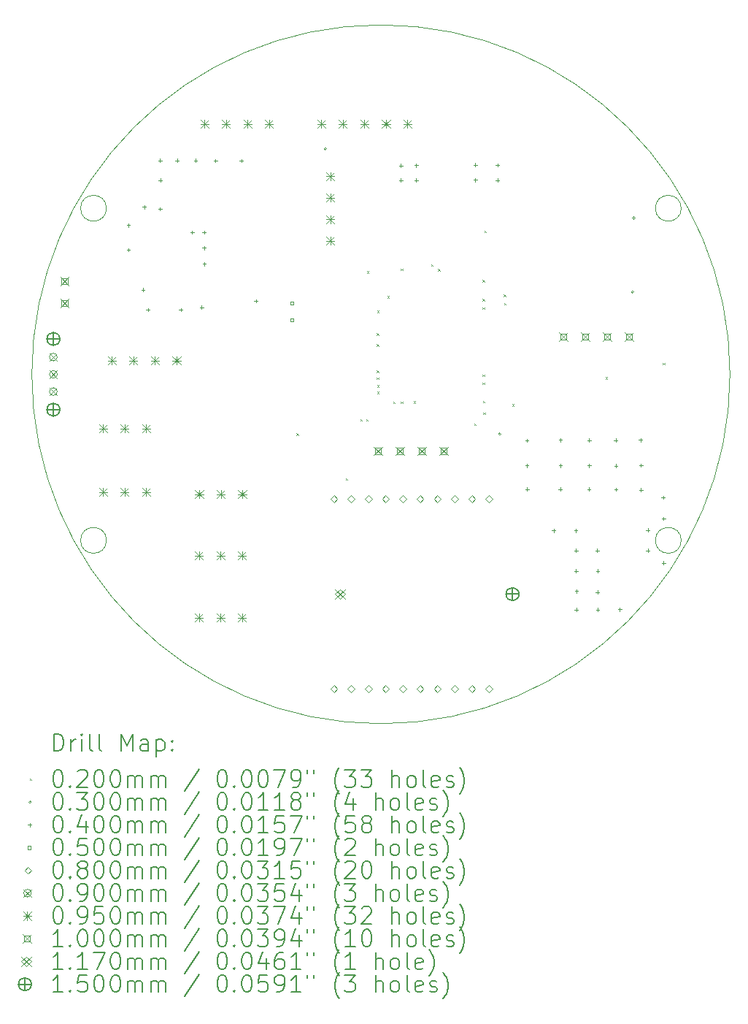
<source format=gbr>
%TF.GenerationSoftware,KiCad,Pcbnew,8.0.5*%
%TF.CreationDate,2024-11-26T16:03:45+07:00*%
%TF.ProjectId,probe06-ivy,70726f62-6530-4362-9d69-76792e6b6963,1*%
%TF.SameCoordinates,Original*%
%TF.FileFunction,Drillmap*%
%TF.FilePolarity,Positive*%
%FSLAX45Y45*%
G04 Gerber Fmt 4.5, Leading zero omitted, Abs format (unit mm)*
G04 Created by KiCad (PCBNEW 8.0.5) date 2024-11-26 16:03:45*
%MOMM*%
%LPD*%
G01*
G04 APERTURE LIST*
%ADD10C,0.100000*%
%ADD11C,0.200000*%
%ADD12C,0.117000*%
%ADD13C,0.150000*%
G04 APERTURE END LIST*
D10*
X11427052Y-8406500D02*
G75*
G02*
X11127052Y-8406500I-150000J0D01*
G01*
X11127052Y-8406500D02*
G75*
G02*
X11427052Y-8406500I150000J0D01*
G01*
X18095448Y-8406500D02*
G75*
G02*
X17795448Y-8406500I-150000J0D01*
G01*
X17795448Y-8406500D02*
G75*
G02*
X18095448Y-8406500I150000J0D01*
G01*
X11427052Y-12256500D02*
G75*
G02*
X11127052Y-12256500I-150000J0D01*
G01*
X11127052Y-12256500D02*
G75*
G02*
X11427052Y-12256500I150000J0D01*
G01*
X18095448Y-12256500D02*
G75*
G02*
X17795448Y-12256500I-150000J0D01*
G01*
X17795448Y-12256500D02*
G75*
G02*
X18095448Y-12256500I150000J0D01*
G01*
X18661250Y-10331500D02*
G75*
G02*
X10561250Y-10331500I-4050000J0D01*
G01*
X10561250Y-10331500D02*
G75*
G02*
X18661250Y-10331500I4050000J0D01*
G01*
D11*
D10*
X13632000Y-11016000D02*
X13652000Y-11036000D01*
X13652000Y-11016000D02*
X13632000Y-11036000D01*
X14203000Y-11535000D02*
X14223000Y-11555000D01*
X14223000Y-11535000D02*
X14203000Y-11555000D01*
X14374500Y-10850000D02*
X14394500Y-10870000D01*
X14394500Y-10850000D02*
X14374500Y-10870000D01*
X14442000Y-10852000D02*
X14462000Y-10872000D01*
X14462000Y-10852000D02*
X14442000Y-10872000D01*
X14451000Y-9137000D02*
X14471000Y-9157000D01*
X14471000Y-9137000D02*
X14451000Y-9157000D01*
X14564000Y-9856000D02*
X14584000Y-9876000D01*
X14584000Y-9856000D02*
X14564000Y-9876000D01*
X14564988Y-10369488D02*
X14584988Y-10389488D01*
X14584988Y-10369488D02*
X14564988Y-10389488D01*
X14565000Y-9983000D02*
X14585000Y-10003000D01*
X14585000Y-9983000D02*
X14565000Y-10003000D01*
X14565000Y-10287000D02*
X14585000Y-10307000D01*
X14585000Y-10287000D02*
X14565000Y-10307000D01*
X14566000Y-9593000D02*
X14586000Y-9613000D01*
X14586000Y-9593000D02*
X14566000Y-9613000D01*
X14566000Y-10457000D02*
X14586000Y-10477000D01*
X14586000Y-10457000D02*
X14566000Y-10477000D01*
X14566000Y-10534000D02*
X14586000Y-10554000D01*
X14586000Y-10534000D02*
X14566000Y-10554000D01*
X14688000Y-9423000D02*
X14708000Y-9443000D01*
X14708000Y-9423000D02*
X14688000Y-9443000D01*
X14754000Y-10645000D02*
X14774000Y-10665000D01*
X14774000Y-10645000D02*
X14754000Y-10665000D01*
X14842000Y-9107000D02*
X14862000Y-9127000D01*
X14862000Y-9107000D02*
X14842000Y-9127000D01*
X14843000Y-10645000D02*
X14863000Y-10665000D01*
X14863000Y-10645000D02*
X14843000Y-10665000D01*
X14991000Y-10643000D02*
X15011000Y-10663000D01*
X15011000Y-10643000D02*
X14991000Y-10663000D01*
X15195804Y-9058000D02*
X15215804Y-9078000D01*
X15215804Y-9058000D02*
X15195804Y-9078000D01*
X15275250Y-9110000D02*
X15295250Y-9130000D01*
X15295250Y-9110000D02*
X15275250Y-9130000D01*
X15694000Y-10903590D02*
X15714000Y-10923590D01*
X15714000Y-10903590D02*
X15694000Y-10923590D01*
X15791000Y-9237000D02*
X15811000Y-9257000D01*
X15811000Y-9237000D02*
X15791000Y-9257000D01*
X15791000Y-10332000D02*
X15811000Y-10352000D01*
X15811000Y-10332000D02*
X15791000Y-10352000D01*
X15791250Y-9557000D02*
X15811250Y-9577000D01*
X15811250Y-9557000D02*
X15791250Y-9577000D01*
X15792000Y-9458000D02*
X15812000Y-9478000D01*
X15812000Y-9458000D02*
X15792000Y-9478000D01*
X15792000Y-10427000D02*
X15812000Y-10447000D01*
X15812000Y-10427000D02*
X15792000Y-10447000D01*
X15793000Y-10637000D02*
X15813000Y-10657000D01*
X15813000Y-10637000D02*
X15793000Y-10657000D01*
X15801000Y-10773000D02*
X15821000Y-10793000D01*
X15821000Y-10773000D02*
X15801000Y-10793000D01*
X15814000Y-8664000D02*
X15834000Y-8684000D01*
X15834000Y-8664000D02*
X15814000Y-8684000D01*
X16038160Y-9407060D02*
X16058160Y-9427060D01*
X16058160Y-9407060D02*
X16038160Y-9427060D01*
X16039000Y-9506000D02*
X16059000Y-9526000D01*
X16059000Y-9506000D02*
X16039000Y-9526000D01*
X16136000Y-10678000D02*
X16156000Y-10698000D01*
X16156000Y-10678000D02*
X16136000Y-10698000D01*
X17216000Y-10364000D02*
X17236000Y-10384000D01*
X17236000Y-10364000D02*
X17216000Y-10384000D01*
X17883000Y-10196750D02*
X17903000Y-10216750D01*
X17903000Y-10196750D02*
X17883000Y-10216750D01*
X13981000Y-7719300D02*
G75*
G02*
X13951000Y-7719300I-15000J0D01*
G01*
X13951000Y-7719300D02*
G75*
G02*
X13981000Y-7719300I15000J0D01*
G01*
X16004000Y-11023000D02*
G75*
G02*
X15974000Y-11023000I-15000J0D01*
G01*
X15974000Y-11023000D02*
G75*
G02*
X16004000Y-11023000I15000J0D01*
G01*
X17545000Y-9378000D02*
G75*
G02*
X17515000Y-9378000I-15000J0D01*
G01*
X17515000Y-9378000D02*
G75*
G02*
X17545000Y-9378000I15000J0D01*
G01*
X17561000Y-8519000D02*
G75*
G02*
X17531000Y-8519000I-15000J0D01*
G01*
X17531000Y-8519000D02*
G75*
G02*
X17561000Y-8519000I15000J0D01*
G01*
X11681000Y-8869000D02*
X11681000Y-8909000D01*
X11661000Y-8889000D02*
X11701000Y-8889000D01*
X11683000Y-8582000D02*
X11683000Y-8622000D01*
X11663000Y-8602000D02*
X11703000Y-8602000D01*
X11851250Y-9332500D02*
X11851250Y-9372500D01*
X11831250Y-9352500D02*
X11871250Y-9352500D01*
X11867000Y-8372000D02*
X11867000Y-8412000D01*
X11847000Y-8392000D02*
X11887000Y-8392000D01*
X11907250Y-9562500D02*
X11907250Y-9602500D01*
X11887250Y-9582500D02*
X11927250Y-9582500D01*
X12049000Y-7831000D02*
X12049000Y-7871000D01*
X12029000Y-7851000D02*
X12069000Y-7851000D01*
X12049000Y-8395000D02*
X12049000Y-8435000D01*
X12029000Y-8415000D02*
X12069000Y-8415000D01*
X12051000Y-8060000D02*
X12051000Y-8100000D01*
X12031000Y-8080000D02*
X12071000Y-8080000D01*
X12248000Y-7832000D02*
X12248000Y-7872000D01*
X12228000Y-7852000D02*
X12268000Y-7852000D01*
X12288250Y-9562500D02*
X12288250Y-9602500D01*
X12268250Y-9582500D02*
X12308250Y-9582500D01*
X12420000Y-8665000D02*
X12420000Y-8705000D01*
X12400000Y-8685000D02*
X12440000Y-8685000D01*
X12460000Y-7832000D02*
X12460000Y-7872000D01*
X12440000Y-7852000D02*
X12480000Y-7852000D01*
X12532000Y-9535000D02*
X12532000Y-9575000D01*
X12512000Y-9555000D02*
X12552000Y-9555000D01*
X12559000Y-8665000D02*
X12559000Y-8705000D01*
X12539000Y-8685000D02*
X12579000Y-8685000D01*
X12560000Y-8846000D02*
X12560000Y-8886000D01*
X12540000Y-8866000D02*
X12580000Y-8866000D01*
X12563000Y-9031000D02*
X12563000Y-9071000D01*
X12543000Y-9051000D02*
X12583000Y-9051000D01*
X12691000Y-7836000D02*
X12691000Y-7876000D01*
X12671000Y-7856000D02*
X12711000Y-7856000D01*
X12991000Y-7835000D02*
X12991000Y-7875000D01*
X12971000Y-7855000D02*
X13011000Y-7855000D01*
X13161250Y-9460500D02*
X13161250Y-9500500D01*
X13141250Y-9480500D02*
X13181250Y-9480500D01*
X14842000Y-8060000D02*
X14842000Y-8100000D01*
X14822000Y-8080000D02*
X14862000Y-8080000D01*
X14843000Y-7891000D02*
X14843000Y-7931000D01*
X14823000Y-7911000D02*
X14863000Y-7911000D01*
X15020000Y-7889000D02*
X15020000Y-7929000D01*
X15000000Y-7909000D02*
X15040000Y-7909000D01*
X15021000Y-8062000D02*
X15021000Y-8102000D01*
X15001000Y-8082000D02*
X15041000Y-8082000D01*
X15705000Y-8059000D02*
X15705000Y-8099000D01*
X15685000Y-8079000D02*
X15725000Y-8079000D01*
X15708000Y-7884000D02*
X15708000Y-7924000D01*
X15688000Y-7904000D02*
X15728000Y-7904000D01*
X15964000Y-7887000D02*
X15964000Y-7927000D01*
X15944000Y-7907000D02*
X15984000Y-7907000D01*
X15965000Y-8060000D02*
X15965000Y-8100000D01*
X15945000Y-8080000D02*
X15985000Y-8080000D01*
X16306000Y-11079000D02*
X16306000Y-11119000D01*
X16286000Y-11099000D02*
X16326000Y-11099000D01*
X16306000Y-11367000D02*
X16306000Y-11407000D01*
X16286000Y-11387000D02*
X16326000Y-11387000D01*
X16307000Y-11644000D02*
X16307000Y-11684000D01*
X16287000Y-11664000D02*
X16327000Y-11664000D01*
X16615000Y-12122000D02*
X16615000Y-12162000D01*
X16595000Y-12142000D02*
X16635000Y-12142000D01*
X16692000Y-11643000D02*
X16692000Y-11683000D01*
X16672000Y-11663000D02*
X16712000Y-11663000D01*
X16694000Y-11072000D02*
X16694000Y-11112000D01*
X16674000Y-11092000D02*
X16714000Y-11092000D01*
X16694000Y-11367000D02*
X16694000Y-11407000D01*
X16674000Y-11387000D02*
X16714000Y-11387000D01*
X16873000Y-12121000D02*
X16873000Y-12161000D01*
X16853000Y-12141000D02*
X16893000Y-12141000D01*
X16876000Y-12353000D02*
X16876000Y-12393000D01*
X16856000Y-12373000D02*
X16896000Y-12373000D01*
X16876000Y-12591000D02*
X16876000Y-12631000D01*
X16856000Y-12611000D02*
X16896000Y-12611000D01*
X16878000Y-13038000D02*
X16878000Y-13078000D01*
X16858000Y-13058000D02*
X16898000Y-13058000D01*
X16880000Y-12825000D02*
X16880000Y-12865000D01*
X16860000Y-12845000D02*
X16900000Y-12845000D01*
X17025000Y-11643000D02*
X17025000Y-11683000D01*
X17005000Y-11663000D02*
X17045000Y-11663000D01*
X17026000Y-11075000D02*
X17026000Y-11115000D01*
X17006000Y-11095000D02*
X17046000Y-11095000D01*
X17028000Y-11368000D02*
X17028000Y-11408000D01*
X17008000Y-11388000D02*
X17048000Y-11388000D01*
X17119000Y-12355000D02*
X17119000Y-12395000D01*
X17099000Y-12375000D02*
X17139000Y-12375000D01*
X17124000Y-12837000D02*
X17124000Y-12877000D01*
X17104000Y-12857000D02*
X17144000Y-12857000D01*
X17126000Y-12590000D02*
X17126000Y-12630000D01*
X17106000Y-12610000D02*
X17146000Y-12610000D01*
X17127000Y-13040000D02*
X17127000Y-13080000D01*
X17107000Y-13060000D02*
X17147000Y-13060000D01*
X17334000Y-11074000D02*
X17334000Y-11114000D01*
X17314000Y-11094000D02*
X17354000Y-11094000D01*
X17337000Y-11373000D02*
X17337000Y-11413000D01*
X17317000Y-11393000D02*
X17357000Y-11393000D01*
X17339000Y-11645000D02*
X17339000Y-11685000D01*
X17319000Y-11665000D02*
X17359000Y-11665000D01*
X17382000Y-13036000D02*
X17382000Y-13076000D01*
X17362000Y-13056000D02*
X17402000Y-13056000D01*
X17624000Y-11073000D02*
X17624000Y-11113000D01*
X17604000Y-11093000D02*
X17644000Y-11093000D01*
X17629000Y-11366000D02*
X17629000Y-11406000D01*
X17609000Y-11386000D02*
X17649000Y-11386000D01*
X17629000Y-11650000D02*
X17629000Y-11690000D01*
X17609000Y-11670000D02*
X17649000Y-11670000D01*
X17709000Y-12118000D02*
X17709000Y-12158000D01*
X17689000Y-12138000D02*
X17729000Y-12138000D01*
X17709000Y-12353000D02*
X17709000Y-12393000D01*
X17689000Y-12373000D02*
X17729000Y-12373000D01*
X17887000Y-11739000D02*
X17887000Y-11779000D01*
X17867000Y-11759000D02*
X17907000Y-11759000D01*
X17890000Y-11983000D02*
X17890000Y-12023000D01*
X17870000Y-12003000D02*
X17910000Y-12003000D01*
X17890000Y-12498000D02*
X17890000Y-12538000D01*
X17870000Y-12518000D02*
X17910000Y-12518000D01*
X13596178Y-9526178D02*
X13596178Y-9490822D01*
X13560822Y-9490822D01*
X13560822Y-9526178D01*
X13596178Y-9526178D01*
X13596178Y-9716178D02*
X13596178Y-9680822D01*
X13560822Y-9680822D01*
X13560822Y-9716178D01*
X13596178Y-9716178D01*
X14066000Y-11815000D02*
X14106000Y-11775000D01*
X14066000Y-11735000D01*
X14026000Y-11775000D01*
X14066000Y-11815000D01*
X14066000Y-14015000D02*
X14106000Y-13975000D01*
X14066000Y-13935000D01*
X14026000Y-13975000D01*
X14066000Y-14015000D01*
X14266000Y-11815000D02*
X14306000Y-11775000D01*
X14266000Y-11735000D01*
X14226000Y-11775000D01*
X14266000Y-11815000D01*
X14266000Y-14015000D02*
X14306000Y-13975000D01*
X14266000Y-13935000D01*
X14226000Y-13975000D01*
X14266000Y-14015000D01*
X14466000Y-11815000D02*
X14506000Y-11775000D01*
X14466000Y-11735000D01*
X14426000Y-11775000D01*
X14466000Y-11815000D01*
X14466000Y-14015000D02*
X14506000Y-13975000D01*
X14466000Y-13935000D01*
X14426000Y-13975000D01*
X14466000Y-14015000D01*
X14666000Y-11815000D02*
X14706000Y-11775000D01*
X14666000Y-11735000D01*
X14626000Y-11775000D01*
X14666000Y-11815000D01*
X14666000Y-14015000D02*
X14706000Y-13975000D01*
X14666000Y-13935000D01*
X14626000Y-13975000D01*
X14666000Y-14015000D01*
X14866000Y-11815000D02*
X14906000Y-11775000D01*
X14866000Y-11735000D01*
X14826000Y-11775000D01*
X14866000Y-11815000D01*
X14866000Y-14015000D02*
X14906000Y-13975000D01*
X14866000Y-13935000D01*
X14826000Y-13975000D01*
X14866000Y-14015000D01*
X15066000Y-11815000D02*
X15106000Y-11775000D01*
X15066000Y-11735000D01*
X15026000Y-11775000D01*
X15066000Y-11815000D01*
X15066000Y-14015000D02*
X15106000Y-13975000D01*
X15066000Y-13935000D01*
X15026000Y-13975000D01*
X15066000Y-14015000D01*
X15266000Y-11815000D02*
X15306000Y-11775000D01*
X15266000Y-11735000D01*
X15226000Y-11775000D01*
X15266000Y-11815000D01*
X15266000Y-14015000D02*
X15306000Y-13975000D01*
X15266000Y-13935000D01*
X15226000Y-13975000D01*
X15266000Y-14015000D01*
X15466000Y-11815000D02*
X15506000Y-11775000D01*
X15466000Y-11735000D01*
X15426000Y-11775000D01*
X15466000Y-11815000D01*
X15466000Y-14015000D02*
X15506000Y-13975000D01*
X15466000Y-13935000D01*
X15426000Y-13975000D01*
X15466000Y-14015000D01*
X15666000Y-11815000D02*
X15706000Y-11775000D01*
X15666000Y-11735000D01*
X15626000Y-11775000D01*
X15666000Y-11815000D01*
X15666000Y-14015000D02*
X15706000Y-13975000D01*
X15666000Y-13935000D01*
X15626000Y-13975000D01*
X15666000Y-14015000D01*
X15866000Y-11815000D02*
X15906000Y-11775000D01*
X15866000Y-11735000D01*
X15826000Y-11775000D01*
X15866000Y-11815000D01*
X15866000Y-14015000D02*
X15906000Y-13975000D01*
X15866000Y-13935000D01*
X15826000Y-13975000D01*
X15866000Y-14015000D01*
X10766250Y-10086500D02*
X10856250Y-10176500D01*
X10856250Y-10086500D02*
X10766250Y-10176500D01*
X10856250Y-10131500D02*
G75*
G02*
X10766250Y-10131500I-45000J0D01*
G01*
X10766250Y-10131500D02*
G75*
G02*
X10856250Y-10131500I45000J0D01*
G01*
X10766250Y-10286500D02*
X10856250Y-10376500D01*
X10856250Y-10286500D02*
X10766250Y-10376500D01*
X10856250Y-10331500D02*
G75*
G02*
X10766250Y-10331500I-45000J0D01*
G01*
X10766250Y-10331500D02*
G75*
G02*
X10856250Y-10331500I45000J0D01*
G01*
X10766250Y-10486500D02*
X10856250Y-10576500D01*
X10856250Y-10486500D02*
X10766250Y-10576500D01*
X10856250Y-10531500D02*
G75*
G02*
X10766250Y-10531500I-45000J0D01*
G01*
X10766250Y-10531500D02*
G75*
G02*
X10856250Y-10531500I45000J0D01*
G01*
X11340750Y-10913000D02*
X11435750Y-11008000D01*
X11435750Y-10913000D02*
X11340750Y-11008000D01*
X11388250Y-10913000D02*
X11388250Y-11008000D01*
X11340750Y-10960500D02*
X11435750Y-10960500D01*
X11340750Y-11649000D02*
X11435750Y-11744000D01*
X11435750Y-11649000D02*
X11340750Y-11744000D01*
X11388250Y-11649000D02*
X11388250Y-11744000D01*
X11340750Y-11696500D02*
X11435750Y-11696500D01*
X11442750Y-10124000D02*
X11537750Y-10219000D01*
X11537750Y-10124000D02*
X11442750Y-10219000D01*
X11490250Y-10124000D02*
X11490250Y-10219000D01*
X11442750Y-10171500D02*
X11537750Y-10171500D01*
X11590750Y-10913000D02*
X11685750Y-11008000D01*
X11685750Y-10913000D02*
X11590750Y-11008000D01*
X11638250Y-10913000D02*
X11638250Y-11008000D01*
X11590750Y-10960500D02*
X11685750Y-10960500D01*
X11590750Y-11649000D02*
X11685750Y-11744000D01*
X11685750Y-11649000D02*
X11590750Y-11744000D01*
X11638250Y-11649000D02*
X11638250Y-11744000D01*
X11590750Y-11696500D02*
X11685750Y-11696500D01*
X11692750Y-10124000D02*
X11787750Y-10219000D01*
X11787750Y-10124000D02*
X11692750Y-10219000D01*
X11740250Y-10124000D02*
X11740250Y-10219000D01*
X11692750Y-10171500D02*
X11787750Y-10171500D01*
X11840750Y-10913000D02*
X11935750Y-11008000D01*
X11935750Y-10913000D02*
X11840750Y-11008000D01*
X11888250Y-10913000D02*
X11888250Y-11008000D01*
X11840750Y-10960500D02*
X11935750Y-10960500D01*
X11840750Y-11649000D02*
X11935750Y-11744000D01*
X11935750Y-11649000D02*
X11840750Y-11744000D01*
X11888250Y-11649000D02*
X11888250Y-11744000D01*
X11840750Y-11696500D02*
X11935750Y-11696500D01*
X11942750Y-10124000D02*
X12037750Y-10219000D01*
X12037750Y-10124000D02*
X11942750Y-10219000D01*
X11990250Y-10124000D02*
X11990250Y-10219000D01*
X11942750Y-10171500D02*
X12037750Y-10171500D01*
X12192750Y-10124000D02*
X12287750Y-10219000D01*
X12287750Y-10124000D02*
X12192750Y-10219000D01*
X12240250Y-10124000D02*
X12240250Y-10219000D01*
X12192750Y-10171500D02*
X12287750Y-10171500D01*
X12452750Y-12384900D02*
X12547750Y-12479900D01*
X12547750Y-12384900D02*
X12452750Y-12479900D01*
X12500250Y-12384900D02*
X12500250Y-12479900D01*
X12452750Y-12432400D02*
X12547750Y-12432400D01*
X12452750Y-13106700D02*
X12547750Y-13201700D01*
X12547750Y-13106700D02*
X12452750Y-13201700D01*
X12500250Y-13106700D02*
X12500250Y-13201700D01*
X12452750Y-13154200D02*
X12547750Y-13154200D01*
X12455750Y-11673000D02*
X12550750Y-11768000D01*
X12550750Y-11673000D02*
X12455750Y-11768000D01*
X12503250Y-11673000D02*
X12503250Y-11768000D01*
X12455750Y-11720500D02*
X12550750Y-11720500D01*
X12516750Y-7381000D02*
X12611750Y-7476000D01*
X12611750Y-7381000D02*
X12516750Y-7476000D01*
X12564250Y-7381000D02*
X12564250Y-7476000D01*
X12516750Y-7428500D02*
X12611750Y-7428500D01*
X12702750Y-12384900D02*
X12797750Y-12479900D01*
X12797750Y-12384900D02*
X12702750Y-12479900D01*
X12750250Y-12384900D02*
X12750250Y-12479900D01*
X12702750Y-12432400D02*
X12797750Y-12432400D01*
X12702750Y-13106700D02*
X12797750Y-13201700D01*
X12797750Y-13106700D02*
X12702750Y-13201700D01*
X12750250Y-13106700D02*
X12750250Y-13201700D01*
X12702750Y-13154200D02*
X12797750Y-13154200D01*
X12705750Y-11673000D02*
X12800750Y-11768000D01*
X12800750Y-11673000D02*
X12705750Y-11768000D01*
X12753250Y-11673000D02*
X12753250Y-11768000D01*
X12705750Y-11720500D02*
X12800750Y-11720500D01*
X12766750Y-7381000D02*
X12861750Y-7476000D01*
X12861750Y-7381000D02*
X12766750Y-7476000D01*
X12814250Y-7381000D02*
X12814250Y-7476000D01*
X12766750Y-7428500D02*
X12861750Y-7428500D01*
X12952750Y-12384900D02*
X13047750Y-12479900D01*
X13047750Y-12384900D02*
X12952750Y-12479900D01*
X13000250Y-12384900D02*
X13000250Y-12479900D01*
X12952750Y-12432400D02*
X13047750Y-12432400D01*
X12952750Y-13106700D02*
X13047750Y-13201700D01*
X13047750Y-13106700D02*
X12952750Y-13201700D01*
X13000250Y-13106700D02*
X13000250Y-13201700D01*
X12952750Y-13154200D02*
X13047750Y-13154200D01*
X12955750Y-11673000D02*
X13050750Y-11768000D01*
X13050750Y-11673000D02*
X12955750Y-11768000D01*
X13003250Y-11673000D02*
X13003250Y-11768000D01*
X12955750Y-11720500D02*
X13050750Y-11720500D01*
X13016750Y-7381000D02*
X13111750Y-7476000D01*
X13111750Y-7381000D02*
X13016750Y-7476000D01*
X13064250Y-7381000D02*
X13064250Y-7476000D01*
X13016750Y-7428500D02*
X13111750Y-7428500D01*
X13266750Y-7381000D02*
X13361750Y-7476000D01*
X13361750Y-7381000D02*
X13266750Y-7476000D01*
X13314250Y-7381000D02*
X13314250Y-7476000D01*
X13266750Y-7428500D02*
X13361750Y-7428500D01*
X13872750Y-7381000D02*
X13967750Y-7476000D01*
X13967750Y-7381000D02*
X13872750Y-7476000D01*
X13920250Y-7381000D02*
X13920250Y-7476000D01*
X13872750Y-7428500D02*
X13967750Y-7428500D01*
X13977000Y-7986500D02*
X14072000Y-8081500D01*
X14072000Y-7986500D02*
X13977000Y-8081500D01*
X14024500Y-7986500D02*
X14024500Y-8081500D01*
X13977000Y-8034000D02*
X14072000Y-8034000D01*
X13977000Y-8236500D02*
X14072000Y-8331500D01*
X14072000Y-8236500D02*
X13977000Y-8331500D01*
X14024500Y-8236500D02*
X14024500Y-8331500D01*
X13977000Y-8284000D02*
X14072000Y-8284000D01*
X13977000Y-8486500D02*
X14072000Y-8581500D01*
X14072000Y-8486500D02*
X13977000Y-8581500D01*
X14024500Y-8486500D02*
X14024500Y-8581500D01*
X13977000Y-8534000D02*
X14072000Y-8534000D01*
X13977000Y-8736500D02*
X14072000Y-8831500D01*
X14072000Y-8736500D02*
X13977000Y-8831500D01*
X14024500Y-8736500D02*
X14024500Y-8831500D01*
X13977000Y-8784000D02*
X14072000Y-8784000D01*
X14122750Y-7381000D02*
X14217750Y-7476000D01*
X14217750Y-7381000D02*
X14122750Y-7476000D01*
X14170250Y-7381000D02*
X14170250Y-7476000D01*
X14122750Y-7428500D02*
X14217750Y-7428500D01*
X14372750Y-7381000D02*
X14467750Y-7476000D01*
X14467750Y-7381000D02*
X14372750Y-7476000D01*
X14420250Y-7381000D02*
X14420250Y-7476000D01*
X14372750Y-7428500D02*
X14467750Y-7428500D01*
X14622750Y-7381000D02*
X14717750Y-7476000D01*
X14717750Y-7381000D02*
X14622750Y-7476000D01*
X14670250Y-7381000D02*
X14670250Y-7476000D01*
X14622750Y-7428500D02*
X14717750Y-7428500D01*
X14872750Y-7381000D02*
X14967750Y-7476000D01*
X14967750Y-7381000D02*
X14872750Y-7476000D01*
X14920250Y-7381000D02*
X14920250Y-7476000D01*
X14872750Y-7428500D02*
X14967750Y-7428500D01*
X10891250Y-9199500D02*
X10991250Y-9299500D01*
X10991250Y-9199500D02*
X10891250Y-9299500D01*
X10976606Y-9284856D02*
X10976606Y-9214144D01*
X10905894Y-9214144D01*
X10905894Y-9284856D01*
X10976606Y-9284856D01*
X10891250Y-9453500D02*
X10991250Y-9553500D01*
X10991250Y-9453500D02*
X10891250Y-9553500D01*
X10976606Y-9538856D02*
X10976606Y-9468144D01*
X10905894Y-9468144D01*
X10905894Y-9538856D01*
X10976606Y-9538856D01*
X14529250Y-11171500D02*
X14629250Y-11271500D01*
X14629250Y-11171500D02*
X14529250Y-11271500D01*
X14614606Y-11256856D02*
X14614606Y-11186144D01*
X14543894Y-11186144D01*
X14543894Y-11256856D01*
X14614606Y-11256856D01*
X14783250Y-11171500D02*
X14883250Y-11271500D01*
X14883250Y-11171500D02*
X14783250Y-11271500D01*
X14868606Y-11256856D02*
X14868606Y-11186144D01*
X14797894Y-11186144D01*
X14797894Y-11256856D01*
X14868606Y-11256856D01*
X15037250Y-11171500D02*
X15137250Y-11271500D01*
X15137250Y-11171500D02*
X15037250Y-11271500D01*
X15122606Y-11256856D02*
X15122606Y-11186144D01*
X15051894Y-11186144D01*
X15051894Y-11256856D01*
X15122606Y-11256856D01*
X15291250Y-11171500D02*
X15391250Y-11271500D01*
X15391250Y-11171500D02*
X15291250Y-11271500D01*
X15376606Y-11256856D02*
X15376606Y-11186144D01*
X15305894Y-11186144D01*
X15305894Y-11256856D01*
X15376606Y-11256856D01*
X16679000Y-9848000D02*
X16779000Y-9948000D01*
X16779000Y-9848000D02*
X16679000Y-9948000D01*
X16764356Y-9933356D02*
X16764356Y-9862644D01*
X16693644Y-9862644D01*
X16693644Y-9933356D01*
X16764356Y-9933356D01*
X16933000Y-9848000D02*
X17033000Y-9948000D01*
X17033000Y-9848000D02*
X16933000Y-9948000D01*
X17018356Y-9933356D02*
X17018356Y-9862644D01*
X16947644Y-9862644D01*
X16947644Y-9933356D01*
X17018356Y-9933356D01*
X17187000Y-9848000D02*
X17287000Y-9948000D01*
X17287000Y-9848000D02*
X17187000Y-9948000D01*
X17272356Y-9933356D02*
X17272356Y-9862644D01*
X17201644Y-9862644D01*
X17201644Y-9933356D01*
X17272356Y-9933356D01*
X17441000Y-9848000D02*
X17541000Y-9948000D01*
X17541000Y-9848000D02*
X17441000Y-9948000D01*
X17526356Y-9933356D02*
X17526356Y-9862644D01*
X17455644Y-9862644D01*
X17455644Y-9933356D01*
X17526356Y-9933356D01*
D12*
X14079500Y-12821500D02*
X14196500Y-12938500D01*
X14196500Y-12821500D02*
X14079500Y-12938500D01*
X14138000Y-12938500D02*
X14196500Y-12880000D01*
X14138000Y-12821500D01*
X14079500Y-12880000D01*
X14138000Y-12938500D01*
D13*
X10811250Y-9846500D02*
X10811250Y-9996500D01*
X10736250Y-9921500D02*
X10886250Y-9921500D01*
X10886250Y-9921500D02*
G75*
G02*
X10736250Y-9921500I-75000J0D01*
G01*
X10736250Y-9921500D02*
G75*
G02*
X10886250Y-9921500I75000J0D01*
G01*
X10811250Y-10666500D02*
X10811250Y-10816500D01*
X10736250Y-10741500D02*
X10886250Y-10741500D01*
X10886250Y-10741500D02*
G75*
G02*
X10736250Y-10741500I-75000J0D01*
G01*
X10736250Y-10741500D02*
G75*
G02*
X10886250Y-10741500I75000J0D01*
G01*
X16138000Y-12805000D02*
X16138000Y-12955000D01*
X16063000Y-12880000D02*
X16213000Y-12880000D01*
X16213000Y-12880000D02*
G75*
G02*
X16063000Y-12880000I-75000J0D01*
G01*
X16063000Y-12880000D02*
G75*
G02*
X16213000Y-12880000I75000J0D01*
G01*
D11*
X10817027Y-14697984D02*
X10817027Y-14497984D01*
X10817027Y-14497984D02*
X10864646Y-14497984D01*
X10864646Y-14497984D02*
X10893217Y-14507508D01*
X10893217Y-14507508D02*
X10912265Y-14526555D01*
X10912265Y-14526555D02*
X10921789Y-14545603D01*
X10921789Y-14545603D02*
X10931313Y-14583698D01*
X10931313Y-14583698D02*
X10931313Y-14612269D01*
X10931313Y-14612269D02*
X10921789Y-14650365D01*
X10921789Y-14650365D02*
X10912265Y-14669412D01*
X10912265Y-14669412D02*
X10893217Y-14688460D01*
X10893217Y-14688460D02*
X10864646Y-14697984D01*
X10864646Y-14697984D02*
X10817027Y-14697984D01*
X11017027Y-14697984D02*
X11017027Y-14564650D01*
X11017027Y-14602746D02*
X11026551Y-14583698D01*
X11026551Y-14583698D02*
X11036074Y-14574174D01*
X11036074Y-14574174D02*
X11055122Y-14564650D01*
X11055122Y-14564650D02*
X11074170Y-14564650D01*
X11140836Y-14697984D02*
X11140836Y-14564650D01*
X11140836Y-14497984D02*
X11131313Y-14507508D01*
X11131313Y-14507508D02*
X11140836Y-14517031D01*
X11140836Y-14517031D02*
X11150360Y-14507508D01*
X11150360Y-14507508D02*
X11140836Y-14497984D01*
X11140836Y-14497984D02*
X11140836Y-14517031D01*
X11264646Y-14697984D02*
X11245598Y-14688460D01*
X11245598Y-14688460D02*
X11236074Y-14669412D01*
X11236074Y-14669412D02*
X11236074Y-14497984D01*
X11369408Y-14697984D02*
X11350360Y-14688460D01*
X11350360Y-14688460D02*
X11340836Y-14669412D01*
X11340836Y-14669412D02*
X11340836Y-14497984D01*
X11597979Y-14697984D02*
X11597979Y-14497984D01*
X11597979Y-14497984D02*
X11664646Y-14640841D01*
X11664646Y-14640841D02*
X11731312Y-14497984D01*
X11731312Y-14497984D02*
X11731312Y-14697984D01*
X11912265Y-14697984D02*
X11912265Y-14593222D01*
X11912265Y-14593222D02*
X11902741Y-14574174D01*
X11902741Y-14574174D02*
X11883693Y-14564650D01*
X11883693Y-14564650D02*
X11845598Y-14564650D01*
X11845598Y-14564650D02*
X11826551Y-14574174D01*
X11912265Y-14688460D02*
X11893217Y-14697984D01*
X11893217Y-14697984D02*
X11845598Y-14697984D01*
X11845598Y-14697984D02*
X11826551Y-14688460D01*
X11826551Y-14688460D02*
X11817027Y-14669412D01*
X11817027Y-14669412D02*
X11817027Y-14650365D01*
X11817027Y-14650365D02*
X11826551Y-14631317D01*
X11826551Y-14631317D02*
X11845598Y-14621793D01*
X11845598Y-14621793D02*
X11893217Y-14621793D01*
X11893217Y-14621793D02*
X11912265Y-14612269D01*
X12007503Y-14564650D02*
X12007503Y-14764650D01*
X12007503Y-14574174D02*
X12026551Y-14564650D01*
X12026551Y-14564650D02*
X12064646Y-14564650D01*
X12064646Y-14564650D02*
X12083693Y-14574174D01*
X12083693Y-14574174D02*
X12093217Y-14583698D01*
X12093217Y-14583698D02*
X12102741Y-14602746D01*
X12102741Y-14602746D02*
X12102741Y-14659888D01*
X12102741Y-14659888D02*
X12093217Y-14678936D01*
X12093217Y-14678936D02*
X12083693Y-14688460D01*
X12083693Y-14688460D02*
X12064646Y-14697984D01*
X12064646Y-14697984D02*
X12026551Y-14697984D01*
X12026551Y-14697984D02*
X12007503Y-14688460D01*
X12188455Y-14678936D02*
X12197979Y-14688460D01*
X12197979Y-14688460D02*
X12188455Y-14697984D01*
X12188455Y-14697984D02*
X12178932Y-14688460D01*
X12178932Y-14688460D02*
X12188455Y-14678936D01*
X12188455Y-14678936D02*
X12188455Y-14697984D01*
X12188455Y-14574174D02*
X12197979Y-14583698D01*
X12197979Y-14583698D02*
X12188455Y-14593222D01*
X12188455Y-14593222D02*
X12178932Y-14583698D01*
X12178932Y-14583698D02*
X12188455Y-14574174D01*
X12188455Y-14574174D02*
X12188455Y-14593222D01*
D10*
X10536250Y-15016500D02*
X10556250Y-15036500D01*
X10556250Y-15016500D02*
X10536250Y-15036500D01*
D11*
X10855122Y-14917984D02*
X10874170Y-14917984D01*
X10874170Y-14917984D02*
X10893217Y-14927508D01*
X10893217Y-14927508D02*
X10902741Y-14937031D01*
X10902741Y-14937031D02*
X10912265Y-14956079D01*
X10912265Y-14956079D02*
X10921789Y-14994174D01*
X10921789Y-14994174D02*
X10921789Y-15041793D01*
X10921789Y-15041793D02*
X10912265Y-15079888D01*
X10912265Y-15079888D02*
X10902741Y-15098936D01*
X10902741Y-15098936D02*
X10893217Y-15108460D01*
X10893217Y-15108460D02*
X10874170Y-15117984D01*
X10874170Y-15117984D02*
X10855122Y-15117984D01*
X10855122Y-15117984D02*
X10836074Y-15108460D01*
X10836074Y-15108460D02*
X10826551Y-15098936D01*
X10826551Y-15098936D02*
X10817027Y-15079888D01*
X10817027Y-15079888D02*
X10807503Y-15041793D01*
X10807503Y-15041793D02*
X10807503Y-14994174D01*
X10807503Y-14994174D02*
X10817027Y-14956079D01*
X10817027Y-14956079D02*
X10826551Y-14937031D01*
X10826551Y-14937031D02*
X10836074Y-14927508D01*
X10836074Y-14927508D02*
X10855122Y-14917984D01*
X11007503Y-15098936D02*
X11017027Y-15108460D01*
X11017027Y-15108460D02*
X11007503Y-15117984D01*
X11007503Y-15117984D02*
X10997979Y-15108460D01*
X10997979Y-15108460D02*
X11007503Y-15098936D01*
X11007503Y-15098936D02*
X11007503Y-15117984D01*
X11093217Y-14937031D02*
X11102741Y-14927508D01*
X11102741Y-14927508D02*
X11121789Y-14917984D01*
X11121789Y-14917984D02*
X11169408Y-14917984D01*
X11169408Y-14917984D02*
X11188455Y-14927508D01*
X11188455Y-14927508D02*
X11197979Y-14937031D01*
X11197979Y-14937031D02*
X11207503Y-14956079D01*
X11207503Y-14956079D02*
X11207503Y-14975127D01*
X11207503Y-14975127D02*
X11197979Y-15003698D01*
X11197979Y-15003698D02*
X11083694Y-15117984D01*
X11083694Y-15117984D02*
X11207503Y-15117984D01*
X11331312Y-14917984D02*
X11350360Y-14917984D01*
X11350360Y-14917984D02*
X11369408Y-14927508D01*
X11369408Y-14927508D02*
X11378932Y-14937031D01*
X11378932Y-14937031D02*
X11388455Y-14956079D01*
X11388455Y-14956079D02*
X11397979Y-14994174D01*
X11397979Y-14994174D02*
X11397979Y-15041793D01*
X11397979Y-15041793D02*
X11388455Y-15079888D01*
X11388455Y-15079888D02*
X11378932Y-15098936D01*
X11378932Y-15098936D02*
X11369408Y-15108460D01*
X11369408Y-15108460D02*
X11350360Y-15117984D01*
X11350360Y-15117984D02*
X11331312Y-15117984D01*
X11331312Y-15117984D02*
X11312265Y-15108460D01*
X11312265Y-15108460D02*
X11302741Y-15098936D01*
X11302741Y-15098936D02*
X11293217Y-15079888D01*
X11293217Y-15079888D02*
X11283693Y-15041793D01*
X11283693Y-15041793D02*
X11283693Y-14994174D01*
X11283693Y-14994174D02*
X11293217Y-14956079D01*
X11293217Y-14956079D02*
X11302741Y-14937031D01*
X11302741Y-14937031D02*
X11312265Y-14927508D01*
X11312265Y-14927508D02*
X11331312Y-14917984D01*
X11521789Y-14917984D02*
X11540836Y-14917984D01*
X11540836Y-14917984D02*
X11559884Y-14927508D01*
X11559884Y-14927508D02*
X11569408Y-14937031D01*
X11569408Y-14937031D02*
X11578932Y-14956079D01*
X11578932Y-14956079D02*
X11588455Y-14994174D01*
X11588455Y-14994174D02*
X11588455Y-15041793D01*
X11588455Y-15041793D02*
X11578932Y-15079888D01*
X11578932Y-15079888D02*
X11569408Y-15098936D01*
X11569408Y-15098936D02*
X11559884Y-15108460D01*
X11559884Y-15108460D02*
X11540836Y-15117984D01*
X11540836Y-15117984D02*
X11521789Y-15117984D01*
X11521789Y-15117984D02*
X11502741Y-15108460D01*
X11502741Y-15108460D02*
X11493217Y-15098936D01*
X11493217Y-15098936D02*
X11483693Y-15079888D01*
X11483693Y-15079888D02*
X11474170Y-15041793D01*
X11474170Y-15041793D02*
X11474170Y-14994174D01*
X11474170Y-14994174D02*
X11483693Y-14956079D01*
X11483693Y-14956079D02*
X11493217Y-14937031D01*
X11493217Y-14937031D02*
X11502741Y-14927508D01*
X11502741Y-14927508D02*
X11521789Y-14917984D01*
X11674170Y-15117984D02*
X11674170Y-14984650D01*
X11674170Y-15003698D02*
X11683693Y-14994174D01*
X11683693Y-14994174D02*
X11702741Y-14984650D01*
X11702741Y-14984650D02*
X11731313Y-14984650D01*
X11731313Y-14984650D02*
X11750360Y-14994174D01*
X11750360Y-14994174D02*
X11759884Y-15013222D01*
X11759884Y-15013222D02*
X11759884Y-15117984D01*
X11759884Y-15013222D02*
X11769408Y-14994174D01*
X11769408Y-14994174D02*
X11788455Y-14984650D01*
X11788455Y-14984650D02*
X11817027Y-14984650D01*
X11817027Y-14984650D02*
X11836074Y-14994174D01*
X11836074Y-14994174D02*
X11845598Y-15013222D01*
X11845598Y-15013222D02*
X11845598Y-15117984D01*
X11940836Y-15117984D02*
X11940836Y-14984650D01*
X11940836Y-15003698D02*
X11950360Y-14994174D01*
X11950360Y-14994174D02*
X11969408Y-14984650D01*
X11969408Y-14984650D02*
X11997979Y-14984650D01*
X11997979Y-14984650D02*
X12017027Y-14994174D01*
X12017027Y-14994174D02*
X12026551Y-15013222D01*
X12026551Y-15013222D02*
X12026551Y-15117984D01*
X12026551Y-15013222D02*
X12036074Y-14994174D01*
X12036074Y-14994174D02*
X12055122Y-14984650D01*
X12055122Y-14984650D02*
X12083693Y-14984650D01*
X12083693Y-14984650D02*
X12102741Y-14994174D01*
X12102741Y-14994174D02*
X12112265Y-15013222D01*
X12112265Y-15013222D02*
X12112265Y-15117984D01*
X12502741Y-14908460D02*
X12331313Y-15165603D01*
X12759884Y-14917984D02*
X12778932Y-14917984D01*
X12778932Y-14917984D02*
X12797979Y-14927508D01*
X12797979Y-14927508D02*
X12807503Y-14937031D01*
X12807503Y-14937031D02*
X12817027Y-14956079D01*
X12817027Y-14956079D02*
X12826551Y-14994174D01*
X12826551Y-14994174D02*
X12826551Y-15041793D01*
X12826551Y-15041793D02*
X12817027Y-15079888D01*
X12817027Y-15079888D02*
X12807503Y-15098936D01*
X12807503Y-15098936D02*
X12797979Y-15108460D01*
X12797979Y-15108460D02*
X12778932Y-15117984D01*
X12778932Y-15117984D02*
X12759884Y-15117984D01*
X12759884Y-15117984D02*
X12740836Y-15108460D01*
X12740836Y-15108460D02*
X12731313Y-15098936D01*
X12731313Y-15098936D02*
X12721789Y-15079888D01*
X12721789Y-15079888D02*
X12712265Y-15041793D01*
X12712265Y-15041793D02*
X12712265Y-14994174D01*
X12712265Y-14994174D02*
X12721789Y-14956079D01*
X12721789Y-14956079D02*
X12731313Y-14937031D01*
X12731313Y-14937031D02*
X12740836Y-14927508D01*
X12740836Y-14927508D02*
X12759884Y-14917984D01*
X12912265Y-15098936D02*
X12921789Y-15108460D01*
X12921789Y-15108460D02*
X12912265Y-15117984D01*
X12912265Y-15117984D02*
X12902741Y-15108460D01*
X12902741Y-15108460D02*
X12912265Y-15098936D01*
X12912265Y-15098936D02*
X12912265Y-15117984D01*
X13045598Y-14917984D02*
X13064646Y-14917984D01*
X13064646Y-14917984D02*
X13083694Y-14927508D01*
X13083694Y-14927508D02*
X13093217Y-14937031D01*
X13093217Y-14937031D02*
X13102741Y-14956079D01*
X13102741Y-14956079D02*
X13112265Y-14994174D01*
X13112265Y-14994174D02*
X13112265Y-15041793D01*
X13112265Y-15041793D02*
X13102741Y-15079888D01*
X13102741Y-15079888D02*
X13093217Y-15098936D01*
X13093217Y-15098936D02*
X13083694Y-15108460D01*
X13083694Y-15108460D02*
X13064646Y-15117984D01*
X13064646Y-15117984D02*
X13045598Y-15117984D01*
X13045598Y-15117984D02*
X13026551Y-15108460D01*
X13026551Y-15108460D02*
X13017027Y-15098936D01*
X13017027Y-15098936D02*
X13007503Y-15079888D01*
X13007503Y-15079888D02*
X12997979Y-15041793D01*
X12997979Y-15041793D02*
X12997979Y-14994174D01*
X12997979Y-14994174D02*
X13007503Y-14956079D01*
X13007503Y-14956079D02*
X13017027Y-14937031D01*
X13017027Y-14937031D02*
X13026551Y-14927508D01*
X13026551Y-14927508D02*
X13045598Y-14917984D01*
X13236075Y-14917984D02*
X13255122Y-14917984D01*
X13255122Y-14917984D02*
X13274170Y-14927508D01*
X13274170Y-14927508D02*
X13283694Y-14937031D01*
X13283694Y-14937031D02*
X13293217Y-14956079D01*
X13293217Y-14956079D02*
X13302741Y-14994174D01*
X13302741Y-14994174D02*
X13302741Y-15041793D01*
X13302741Y-15041793D02*
X13293217Y-15079888D01*
X13293217Y-15079888D02*
X13283694Y-15098936D01*
X13283694Y-15098936D02*
X13274170Y-15108460D01*
X13274170Y-15108460D02*
X13255122Y-15117984D01*
X13255122Y-15117984D02*
X13236075Y-15117984D01*
X13236075Y-15117984D02*
X13217027Y-15108460D01*
X13217027Y-15108460D02*
X13207503Y-15098936D01*
X13207503Y-15098936D02*
X13197979Y-15079888D01*
X13197979Y-15079888D02*
X13188456Y-15041793D01*
X13188456Y-15041793D02*
X13188456Y-14994174D01*
X13188456Y-14994174D02*
X13197979Y-14956079D01*
X13197979Y-14956079D02*
X13207503Y-14937031D01*
X13207503Y-14937031D02*
X13217027Y-14927508D01*
X13217027Y-14927508D02*
X13236075Y-14917984D01*
X13369408Y-14917984D02*
X13502741Y-14917984D01*
X13502741Y-14917984D02*
X13417027Y-15117984D01*
X13588456Y-15117984D02*
X13626551Y-15117984D01*
X13626551Y-15117984D02*
X13645598Y-15108460D01*
X13645598Y-15108460D02*
X13655122Y-15098936D01*
X13655122Y-15098936D02*
X13674170Y-15070365D01*
X13674170Y-15070365D02*
X13683694Y-15032269D01*
X13683694Y-15032269D02*
X13683694Y-14956079D01*
X13683694Y-14956079D02*
X13674170Y-14937031D01*
X13674170Y-14937031D02*
X13664646Y-14927508D01*
X13664646Y-14927508D02*
X13645598Y-14917984D01*
X13645598Y-14917984D02*
X13607503Y-14917984D01*
X13607503Y-14917984D02*
X13588456Y-14927508D01*
X13588456Y-14927508D02*
X13578932Y-14937031D01*
X13578932Y-14937031D02*
X13569408Y-14956079D01*
X13569408Y-14956079D02*
X13569408Y-15003698D01*
X13569408Y-15003698D02*
X13578932Y-15022746D01*
X13578932Y-15022746D02*
X13588456Y-15032269D01*
X13588456Y-15032269D02*
X13607503Y-15041793D01*
X13607503Y-15041793D02*
X13645598Y-15041793D01*
X13645598Y-15041793D02*
X13664646Y-15032269D01*
X13664646Y-15032269D02*
X13674170Y-15022746D01*
X13674170Y-15022746D02*
X13683694Y-15003698D01*
X13759884Y-14917984D02*
X13759884Y-14956079D01*
X13836075Y-14917984D02*
X13836075Y-14956079D01*
X14131313Y-15194174D02*
X14121789Y-15184650D01*
X14121789Y-15184650D02*
X14102741Y-15156079D01*
X14102741Y-15156079D02*
X14093218Y-15137031D01*
X14093218Y-15137031D02*
X14083694Y-15108460D01*
X14083694Y-15108460D02*
X14074170Y-15060841D01*
X14074170Y-15060841D02*
X14074170Y-15022746D01*
X14074170Y-15022746D02*
X14083694Y-14975127D01*
X14083694Y-14975127D02*
X14093218Y-14946555D01*
X14093218Y-14946555D02*
X14102741Y-14927508D01*
X14102741Y-14927508D02*
X14121789Y-14898936D01*
X14121789Y-14898936D02*
X14131313Y-14889412D01*
X14188456Y-14917984D02*
X14312265Y-14917984D01*
X14312265Y-14917984D02*
X14245598Y-14994174D01*
X14245598Y-14994174D02*
X14274170Y-14994174D01*
X14274170Y-14994174D02*
X14293218Y-15003698D01*
X14293218Y-15003698D02*
X14302741Y-15013222D01*
X14302741Y-15013222D02*
X14312265Y-15032269D01*
X14312265Y-15032269D02*
X14312265Y-15079888D01*
X14312265Y-15079888D02*
X14302741Y-15098936D01*
X14302741Y-15098936D02*
X14293218Y-15108460D01*
X14293218Y-15108460D02*
X14274170Y-15117984D01*
X14274170Y-15117984D02*
X14217027Y-15117984D01*
X14217027Y-15117984D02*
X14197979Y-15108460D01*
X14197979Y-15108460D02*
X14188456Y-15098936D01*
X14378932Y-14917984D02*
X14502741Y-14917984D01*
X14502741Y-14917984D02*
X14436075Y-14994174D01*
X14436075Y-14994174D02*
X14464646Y-14994174D01*
X14464646Y-14994174D02*
X14483694Y-15003698D01*
X14483694Y-15003698D02*
X14493218Y-15013222D01*
X14493218Y-15013222D02*
X14502741Y-15032269D01*
X14502741Y-15032269D02*
X14502741Y-15079888D01*
X14502741Y-15079888D02*
X14493218Y-15098936D01*
X14493218Y-15098936D02*
X14483694Y-15108460D01*
X14483694Y-15108460D02*
X14464646Y-15117984D01*
X14464646Y-15117984D02*
X14407503Y-15117984D01*
X14407503Y-15117984D02*
X14388456Y-15108460D01*
X14388456Y-15108460D02*
X14378932Y-15098936D01*
X14740837Y-15117984D02*
X14740837Y-14917984D01*
X14826551Y-15117984D02*
X14826551Y-15013222D01*
X14826551Y-15013222D02*
X14817027Y-14994174D01*
X14817027Y-14994174D02*
X14797980Y-14984650D01*
X14797980Y-14984650D02*
X14769408Y-14984650D01*
X14769408Y-14984650D02*
X14750360Y-14994174D01*
X14750360Y-14994174D02*
X14740837Y-15003698D01*
X14950360Y-15117984D02*
X14931313Y-15108460D01*
X14931313Y-15108460D02*
X14921789Y-15098936D01*
X14921789Y-15098936D02*
X14912265Y-15079888D01*
X14912265Y-15079888D02*
X14912265Y-15022746D01*
X14912265Y-15022746D02*
X14921789Y-15003698D01*
X14921789Y-15003698D02*
X14931313Y-14994174D01*
X14931313Y-14994174D02*
X14950360Y-14984650D01*
X14950360Y-14984650D02*
X14978932Y-14984650D01*
X14978932Y-14984650D02*
X14997980Y-14994174D01*
X14997980Y-14994174D02*
X15007503Y-15003698D01*
X15007503Y-15003698D02*
X15017027Y-15022746D01*
X15017027Y-15022746D02*
X15017027Y-15079888D01*
X15017027Y-15079888D02*
X15007503Y-15098936D01*
X15007503Y-15098936D02*
X14997980Y-15108460D01*
X14997980Y-15108460D02*
X14978932Y-15117984D01*
X14978932Y-15117984D02*
X14950360Y-15117984D01*
X15131313Y-15117984D02*
X15112265Y-15108460D01*
X15112265Y-15108460D02*
X15102741Y-15089412D01*
X15102741Y-15089412D02*
X15102741Y-14917984D01*
X15283694Y-15108460D02*
X15264646Y-15117984D01*
X15264646Y-15117984D02*
X15226551Y-15117984D01*
X15226551Y-15117984D02*
X15207503Y-15108460D01*
X15207503Y-15108460D02*
X15197980Y-15089412D01*
X15197980Y-15089412D02*
X15197980Y-15013222D01*
X15197980Y-15013222D02*
X15207503Y-14994174D01*
X15207503Y-14994174D02*
X15226551Y-14984650D01*
X15226551Y-14984650D02*
X15264646Y-14984650D01*
X15264646Y-14984650D02*
X15283694Y-14994174D01*
X15283694Y-14994174D02*
X15293218Y-15013222D01*
X15293218Y-15013222D02*
X15293218Y-15032269D01*
X15293218Y-15032269D02*
X15197980Y-15051317D01*
X15369408Y-15108460D02*
X15388456Y-15117984D01*
X15388456Y-15117984D02*
X15426551Y-15117984D01*
X15426551Y-15117984D02*
X15445599Y-15108460D01*
X15445599Y-15108460D02*
X15455122Y-15089412D01*
X15455122Y-15089412D02*
X15455122Y-15079888D01*
X15455122Y-15079888D02*
X15445599Y-15060841D01*
X15445599Y-15060841D02*
X15426551Y-15051317D01*
X15426551Y-15051317D02*
X15397980Y-15051317D01*
X15397980Y-15051317D02*
X15378932Y-15041793D01*
X15378932Y-15041793D02*
X15369408Y-15022746D01*
X15369408Y-15022746D02*
X15369408Y-15013222D01*
X15369408Y-15013222D02*
X15378932Y-14994174D01*
X15378932Y-14994174D02*
X15397980Y-14984650D01*
X15397980Y-14984650D02*
X15426551Y-14984650D01*
X15426551Y-14984650D02*
X15445599Y-14994174D01*
X15521789Y-15194174D02*
X15531313Y-15184650D01*
X15531313Y-15184650D02*
X15550361Y-15156079D01*
X15550361Y-15156079D02*
X15559884Y-15137031D01*
X15559884Y-15137031D02*
X15569408Y-15108460D01*
X15569408Y-15108460D02*
X15578932Y-15060841D01*
X15578932Y-15060841D02*
X15578932Y-15022746D01*
X15578932Y-15022746D02*
X15569408Y-14975127D01*
X15569408Y-14975127D02*
X15559884Y-14946555D01*
X15559884Y-14946555D02*
X15550361Y-14927508D01*
X15550361Y-14927508D02*
X15531313Y-14898936D01*
X15531313Y-14898936D02*
X15521789Y-14889412D01*
D10*
X10556250Y-15290500D02*
G75*
G02*
X10526250Y-15290500I-15000J0D01*
G01*
X10526250Y-15290500D02*
G75*
G02*
X10556250Y-15290500I15000J0D01*
G01*
D11*
X10855122Y-15181984D02*
X10874170Y-15181984D01*
X10874170Y-15181984D02*
X10893217Y-15191508D01*
X10893217Y-15191508D02*
X10902741Y-15201031D01*
X10902741Y-15201031D02*
X10912265Y-15220079D01*
X10912265Y-15220079D02*
X10921789Y-15258174D01*
X10921789Y-15258174D02*
X10921789Y-15305793D01*
X10921789Y-15305793D02*
X10912265Y-15343888D01*
X10912265Y-15343888D02*
X10902741Y-15362936D01*
X10902741Y-15362936D02*
X10893217Y-15372460D01*
X10893217Y-15372460D02*
X10874170Y-15381984D01*
X10874170Y-15381984D02*
X10855122Y-15381984D01*
X10855122Y-15381984D02*
X10836074Y-15372460D01*
X10836074Y-15372460D02*
X10826551Y-15362936D01*
X10826551Y-15362936D02*
X10817027Y-15343888D01*
X10817027Y-15343888D02*
X10807503Y-15305793D01*
X10807503Y-15305793D02*
X10807503Y-15258174D01*
X10807503Y-15258174D02*
X10817027Y-15220079D01*
X10817027Y-15220079D02*
X10826551Y-15201031D01*
X10826551Y-15201031D02*
X10836074Y-15191508D01*
X10836074Y-15191508D02*
X10855122Y-15181984D01*
X11007503Y-15362936D02*
X11017027Y-15372460D01*
X11017027Y-15372460D02*
X11007503Y-15381984D01*
X11007503Y-15381984D02*
X10997979Y-15372460D01*
X10997979Y-15372460D02*
X11007503Y-15362936D01*
X11007503Y-15362936D02*
X11007503Y-15381984D01*
X11083694Y-15181984D02*
X11207503Y-15181984D01*
X11207503Y-15181984D02*
X11140836Y-15258174D01*
X11140836Y-15258174D02*
X11169408Y-15258174D01*
X11169408Y-15258174D02*
X11188455Y-15267698D01*
X11188455Y-15267698D02*
X11197979Y-15277222D01*
X11197979Y-15277222D02*
X11207503Y-15296269D01*
X11207503Y-15296269D02*
X11207503Y-15343888D01*
X11207503Y-15343888D02*
X11197979Y-15362936D01*
X11197979Y-15362936D02*
X11188455Y-15372460D01*
X11188455Y-15372460D02*
X11169408Y-15381984D01*
X11169408Y-15381984D02*
X11112265Y-15381984D01*
X11112265Y-15381984D02*
X11093217Y-15372460D01*
X11093217Y-15372460D02*
X11083694Y-15362936D01*
X11331312Y-15181984D02*
X11350360Y-15181984D01*
X11350360Y-15181984D02*
X11369408Y-15191508D01*
X11369408Y-15191508D02*
X11378932Y-15201031D01*
X11378932Y-15201031D02*
X11388455Y-15220079D01*
X11388455Y-15220079D02*
X11397979Y-15258174D01*
X11397979Y-15258174D02*
X11397979Y-15305793D01*
X11397979Y-15305793D02*
X11388455Y-15343888D01*
X11388455Y-15343888D02*
X11378932Y-15362936D01*
X11378932Y-15362936D02*
X11369408Y-15372460D01*
X11369408Y-15372460D02*
X11350360Y-15381984D01*
X11350360Y-15381984D02*
X11331312Y-15381984D01*
X11331312Y-15381984D02*
X11312265Y-15372460D01*
X11312265Y-15372460D02*
X11302741Y-15362936D01*
X11302741Y-15362936D02*
X11293217Y-15343888D01*
X11293217Y-15343888D02*
X11283693Y-15305793D01*
X11283693Y-15305793D02*
X11283693Y-15258174D01*
X11283693Y-15258174D02*
X11293217Y-15220079D01*
X11293217Y-15220079D02*
X11302741Y-15201031D01*
X11302741Y-15201031D02*
X11312265Y-15191508D01*
X11312265Y-15191508D02*
X11331312Y-15181984D01*
X11521789Y-15181984D02*
X11540836Y-15181984D01*
X11540836Y-15181984D02*
X11559884Y-15191508D01*
X11559884Y-15191508D02*
X11569408Y-15201031D01*
X11569408Y-15201031D02*
X11578932Y-15220079D01*
X11578932Y-15220079D02*
X11588455Y-15258174D01*
X11588455Y-15258174D02*
X11588455Y-15305793D01*
X11588455Y-15305793D02*
X11578932Y-15343888D01*
X11578932Y-15343888D02*
X11569408Y-15362936D01*
X11569408Y-15362936D02*
X11559884Y-15372460D01*
X11559884Y-15372460D02*
X11540836Y-15381984D01*
X11540836Y-15381984D02*
X11521789Y-15381984D01*
X11521789Y-15381984D02*
X11502741Y-15372460D01*
X11502741Y-15372460D02*
X11493217Y-15362936D01*
X11493217Y-15362936D02*
X11483693Y-15343888D01*
X11483693Y-15343888D02*
X11474170Y-15305793D01*
X11474170Y-15305793D02*
X11474170Y-15258174D01*
X11474170Y-15258174D02*
X11483693Y-15220079D01*
X11483693Y-15220079D02*
X11493217Y-15201031D01*
X11493217Y-15201031D02*
X11502741Y-15191508D01*
X11502741Y-15191508D02*
X11521789Y-15181984D01*
X11674170Y-15381984D02*
X11674170Y-15248650D01*
X11674170Y-15267698D02*
X11683693Y-15258174D01*
X11683693Y-15258174D02*
X11702741Y-15248650D01*
X11702741Y-15248650D02*
X11731313Y-15248650D01*
X11731313Y-15248650D02*
X11750360Y-15258174D01*
X11750360Y-15258174D02*
X11759884Y-15277222D01*
X11759884Y-15277222D02*
X11759884Y-15381984D01*
X11759884Y-15277222D02*
X11769408Y-15258174D01*
X11769408Y-15258174D02*
X11788455Y-15248650D01*
X11788455Y-15248650D02*
X11817027Y-15248650D01*
X11817027Y-15248650D02*
X11836074Y-15258174D01*
X11836074Y-15258174D02*
X11845598Y-15277222D01*
X11845598Y-15277222D02*
X11845598Y-15381984D01*
X11940836Y-15381984D02*
X11940836Y-15248650D01*
X11940836Y-15267698D02*
X11950360Y-15258174D01*
X11950360Y-15258174D02*
X11969408Y-15248650D01*
X11969408Y-15248650D02*
X11997979Y-15248650D01*
X11997979Y-15248650D02*
X12017027Y-15258174D01*
X12017027Y-15258174D02*
X12026551Y-15277222D01*
X12026551Y-15277222D02*
X12026551Y-15381984D01*
X12026551Y-15277222D02*
X12036074Y-15258174D01*
X12036074Y-15258174D02*
X12055122Y-15248650D01*
X12055122Y-15248650D02*
X12083693Y-15248650D01*
X12083693Y-15248650D02*
X12102741Y-15258174D01*
X12102741Y-15258174D02*
X12112265Y-15277222D01*
X12112265Y-15277222D02*
X12112265Y-15381984D01*
X12502741Y-15172460D02*
X12331313Y-15429603D01*
X12759884Y-15181984D02*
X12778932Y-15181984D01*
X12778932Y-15181984D02*
X12797979Y-15191508D01*
X12797979Y-15191508D02*
X12807503Y-15201031D01*
X12807503Y-15201031D02*
X12817027Y-15220079D01*
X12817027Y-15220079D02*
X12826551Y-15258174D01*
X12826551Y-15258174D02*
X12826551Y-15305793D01*
X12826551Y-15305793D02*
X12817027Y-15343888D01*
X12817027Y-15343888D02*
X12807503Y-15362936D01*
X12807503Y-15362936D02*
X12797979Y-15372460D01*
X12797979Y-15372460D02*
X12778932Y-15381984D01*
X12778932Y-15381984D02*
X12759884Y-15381984D01*
X12759884Y-15381984D02*
X12740836Y-15372460D01*
X12740836Y-15372460D02*
X12731313Y-15362936D01*
X12731313Y-15362936D02*
X12721789Y-15343888D01*
X12721789Y-15343888D02*
X12712265Y-15305793D01*
X12712265Y-15305793D02*
X12712265Y-15258174D01*
X12712265Y-15258174D02*
X12721789Y-15220079D01*
X12721789Y-15220079D02*
X12731313Y-15201031D01*
X12731313Y-15201031D02*
X12740836Y-15191508D01*
X12740836Y-15191508D02*
X12759884Y-15181984D01*
X12912265Y-15362936D02*
X12921789Y-15372460D01*
X12921789Y-15372460D02*
X12912265Y-15381984D01*
X12912265Y-15381984D02*
X12902741Y-15372460D01*
X12902741Y-15372460D02*
X12912265Y-15362936D01*
X12912265Y-15362936D02*
X12912265Y-15381984D01*
X13045598Y-15181984D02*
X13064646Y-15181984D01*
X13064646Y-15181984D02*
X13083694Y-15191508D01*
X13083694Y-15191508D02*
X13093217Y-15201031D01*
X13093217Y-15201031D02*
X13102741Y-15220079D01*
X13102741Y-15220079D02*
X13112265Y-15258174D01*
X13112265Y-15258174D02*
X13112265Y-15305793D01*
X13112265Y-15305793D02*
X13102741Y-15343888D01*
X13102741Y-15343888D02*
X13093217Y-15362936D01*
X13093217Y-15362936D02*
X13083694Y-15372460D01*
X13083694Y-15372460D02*
X13064646Y-15381984D01*
X13064646Y-15381984D02*
X13045598Y-15381984D01*
X13045598Y-15381984D02*
X13026551Y-15372460D01*
X13026551Y-15372460D02*
X13017027Y-15362936D01*
X13017027Y-15362936D02*
X13007503Y-15343888D01*
X13007503Y-15343888D02*
X12997979Y-15305793D01*
X12997979Y-15305793D02*
X12997979Y-15258174D01*
X12997979Y-15258174D02*
X13007503Y-15220079D01*
X13007503Y-15220079D02*
X13017027Y-15201031D01*
X13017027Y-15201031D02*
X13026551Y-15191508D01*
X13026551Y-15191508D02*
X13045598Y-15181984D01*
X13302741Y-15381984D02*
X13188456Y-15381984D01*
X13245598Y-15381984D02*
X13245598Y-15181984D01*
X13245598Y-15181984D02*
X13226551Y-15210555D01*
X13226551Y-15210555D02*
X13207503Y-15229603D01*
X13207503Y-15229603D02*
X13188456Y-15239127D01*
X13493217Y-15381984D02*
X13378932Y-15381984D01*
X13436075Y-15381984D02*
X13436075Y-15181984D01*
X13436075Y-15181984D02*
X13417027Y-15210555D01*
X13417027Y-15210555D02*
X13397979Y-15229603D01*
X13397979Y-15229603D02*
X13378932Y-15239127D01*
X13607503Y-15267698D02*
X13588456Y-15258174D01*
X13588456Y-15258174D02*
X13578932Y-15248650D01*
X13578932Y-15248650D02*
X13569408Y-15229603D01*
X13569408Y-15229603D02*
X13569408Y-15220079D01*
X13569408Y-15220079D02*
X13578932Y-15201031D01*
X13578932Y-15201031D02*
X13588456Y-15191508D01*
X13588456Y-15191508D02*
X13607503Y-15181984D01*
X13607503Y-15181984D02*
X13645598Y-15181984D01*
X13645598Y-15181984D02*
X13664646Y-15191508D01*
X13664646Y-15191508D02*
X13674170Y-15201031D01*
X13674170Y-15201031D02*
X13683694Y-15220079D01*
X13683694Y-15220079D02*
X13683694Y-15229603D01*
X13683694Y-15229603D02*
X13674170Y-15248650D01*
X13674170Y-15248650D02*
X13664646Y-15258174D01*
X13664646Y-15258174D02*
X13645598Y-15267698D01*
X13645598Y-15267698D02*
X13607503Y-15267698D01*
X13607503Y-15267698D02*
X13588456Y-15277222D01*
X13588456Y-15277222D02*
X13578932Y-15286746D01*
X13578932Y-15286746D02*
X13569408Y-15305793D01*
X13569408Y-15305793D02*
X13569408Y-15343888D01*
X13569408Y-15343888D02*
X13578932Y-15362936D01*
X13578932Y-15362936D02*
X13588456Y-15372460D01*
X13588456Y-15372460D02*
X13607503Y-15381984D01*
X13607503Y-15381984D02*
X13645598Y-15381984D01*
X13645598Y-15381984D02*
X13664646Y-15372460D01*
X13664646Y-15372460D02*
X13674170Y-15362936D01*
X13674170Y-15362936D02*
X13683694Y-15343888D01*
X13683694Y-15343888D02*
X13683694Y-15305793D01*
X13683694Y-15305793D02*
X13674170Y-15286746D01*
X13674170Y-15286746D02*
X13664646Y-15277222D01*
X13664646Y-15277222D02*
X13645598Y-15267698D01*
X13759884Y-15181984D02*
X13759884Y-15220079D01*
X13836075Y-15181984D02*
X13836075Y-15220079D01*
X14131313Y-15458174D02*
X14121789Y-15448650D01*
X14121789Y-15448650D02*
X14102741Y-15420079D01*
X14102741Y-15420079D02*
X14093218Y-15401031D01*
X14093218Y-15401031D02*
X14083694Y-15372460D01*
X14083694Y-15372460D02*
X14074170Y-15324841D01*
X14074170Y-15324841D02*
X14074170Y-15286746D01*
X14074170Y-15286746D02*
X14083694Y-15239127D01*
X14083694Y-15239127D02*
X14093218Y-15210555D01*
X14093218Y-15210555D02*
X14102741Y-15191508D01*
X14102741Y-15191508D02*
X14121789Y-15162936D01*
X14121789Y-15162936D02*
X14131313Y-15153412D01*
X14293218Y-15248650D02*
X14293218Y-15381984D01*
X14245598Y-15172460D02*
X14197979Y-15315317D01*
X14197979Y-15315317D02*
X14321789Y-15315317D01*
X14550360Y-15381984D02*
X14550360Y-15181984D01*
X14636075Y-15381984D02*
X14636075Y-15277222D01*
X14636075Y-15277222D02*
X14626551Y-15258174D01*
X14626551Y-15258174D02*
X14607503Y-15248650D01*
X14607503Y-15248650D02*
X14578932Y-15248650D01*
X14578932Y-15248650D02*
X14559884Y-15258174D01*
X14559884Y-15258174D02*
X14550360Y-15267698D01*
X14759884Y-15381984D02*
X14740837Y-15372460D01*
X14740837Y-15372460D02*
X14731313Y-15362936D01*
X14731313Y-15362936D02*
X14721789Y-15343888D01*
X14721789Y-15343888D02*
X14721789Y-15286746D01*
X14721789Y-15286746D02*
X14731313Y-15267698D01*
X14731313Y-15267698D02*
X14740837Y-15258174D01*
X14740837Y-15258174D02*
X14759884Y-15248650D01*
X14759884Y-15248650D02*
X14788456Y-15248650D01*
X14788456Y-15248650D02*
X14807503Y-15258174D01*
X14807503Y-15258174D02*
X14817027Y-15267698D01*
X14817027Y-15267698D02*
X14826551Y-15286746D01*
X14826551Y-15286746D02*
X14826551Y-15343888D01*
X14826551Y-15343888D02*
X14817027Y-15362936D01*
X14817027Y-15362936D02*
X14807503Y-15372460D01*
X14807503Y-15372460D02*
X14788456Y-15381984D01*
X14788456Y-15381984D02*
X14759884Y-15381984D01*
X14940837Y-15381984D02*
X14921789Y-15372460D01*
X14921789Y-15372460D02*
X14912265Y-15353412D01*
X14912265Y-15353412D02*
X14912265Y-15181984D01*
X15093218Y-15372460D02*
X15074170Y-15381984D01*
X15074170Y-15381984D02*
X15036075Y-15381984D01*
X15036075Y-15381984D02*
X15017027Y-15372460D01*
X15017027Y-15372460D02*
X15007503Y-15353412D01*
X15007503Y-15353412D02*
X15007503Y-15277222D01*
X15007503Y-15277222D02*
X15017027Y-15258174D01*
X15017027Y-15258174D02*
X15036075Y-15248650D01*
X15036075Y-15248650D02*
X15074170Y-15248650D01*
X15074170Y-15248650D02*
X15093218Y-15258174D01*
X15093218Y-15258174D02*
X15102741Y-15277222D01*
X15102741Y-15277222D02*
X15102741Y-15296269D01*
X15102741Y-15296269D02*
X15007503Y-15315317D01*
X15178932Y-15372460D02*
X15197980Y-15381984D01*
X15197980Y-15381984D02*
X15236075Y-15381984D01*
X15236075Y-15381984D02*
X15255122Y-15372460D01*
X15255122Y-15372460D02*
X15264646Y-15353412D01*
X15264646Y-15353412D02*
X15264646Y-15343888D01*
X15264646Y-15343888D02*
X15255122Y-15324841D01*
X15255122Y-15324841D02*
X15236075Y-15315317D01*
X15236075Y-15315317D02*
X15207503Y-15315317D01*
X15207503Y-15315317D02*
X15188456Y-15305793D01*
X15188456Y-15305793D02*
X15178932Y-15286746D01*
X15178932Y-15286746D02*
X15178932Y-15277222D01*
X15178932Y-15277222D02*
X15188456Y-15258174D01*
X15188456Y-15258174D02*
X15207503Y-15248650D01*
X15207503Y-15248650D02*
X15236075Y-15248650D01*
X15236075Y-15248650D02*
X15255122Y-15258174D01*
X15331313Y-15458174D02*
X15340837Y-15448650D01*
X15340837Y-15448650D02*
X15359884Y-15420079D01*
X15359884Y-15420079D02*
X15369408Y-15401031D01*
X15369408Y-15401031D02*
X15378932Y-15372460D01*
X15378932Y-15372460D02*
X15388456Y-15324841D01*
X15388456Y-15324841D02*
X15388456Y-15286746D01*
X15388456Y-15286746D02*
X15378932Y-15239127D01*
X15378932Y-15239127D02*
X15369408Y-15210555D01*
X15369408Y-15210555D02*
X15359884Y-15191508D01*
X15359884Y-15191508D02*
X15340837Y-15162936D01*
X15340837Y-15162936D02*
X15331313Y-15153412D01*
D10*
X10536250Y-15534500D02*
X10536250Y-15574500D01*
X10516250Y-15554500D02*
X10556250Y-15554500D01*
D11*
X10855122Y-15445984D02*
X10874170Y-15445984D01*
X10874170Y-15445984D02*
X10893217Y-15455508D01*
X10893217Y-15455508D02*
X10902741Y-15465031D01*
X10902741Y-15465031D02*
X10912265Y-15484079D01*
X10912265Y-15484079D02*
X10921789Y-15522174D01*
X10921789Y-15522174D02*
X10921789Y-15569793D01*
X10921789Y-15569793D02*
X10912265Y-15607888D01*
X10912265Y-15607888D02*
X10902741Y-15626936D01*
X10902741Y-15626936D02*
X10893217Y-15636460D01*
X10893217Y-15636460D02*
X10874170Y-15645984D01*
X10874170Y-15645984D02*
X10855122Y-15645984D01*
X10855122Y-15645984D02*
X10836074Y-15636460D01*
X10836074Y-15636460D02*
X10826551Y-15626936D01*
X10826551Y-15626936D02*
X10817027Y-15607888D01*
X10817027Y-15607888D02*
X10807503Y-15569793D01*
X10807503Y-15569793D02*
X10807503Y-15522174D01*
X10807503Y-15522174D02*
X10817027Y-15484079D01*
X10817027Y-15484079D02*
X10826551Y-15465031D01*
X10826551Y-15465031D02*
X10836074Y-15455508D01*
X10836074Y-15455508D02*
X10855122Y-15445984D01*
X11007503Y-15626936D02*
X11017027Y-15636460D01*
X11017027Y-15636460D02*
X11007503Y-15645984D01*
X11007503Y-15645984D02*
X10997979Y-15636460D01*
X10997979Y-15636460D02*
X11007503Y-15626936D01*
X11007503Y-15626936D02*
X11007503Y-15645984D01*
X11188455Y-15512650D02*
X11188455Y-15645984D01*
X11140836Y-15436460D02*
X11093217Y-15579317D01*
X11093217Y-15579317D02*
X11217027Y-15579317D01*
X11331312Y-15445984D02*
X11350360Y-15445984D01*
X11350360Y-15445984D02*
X11369408Y-15455508D01*
X11369408Y-15455508D02*
X11378932Y-15465031D01*
X11378932Y-15465031D02*
X11388455Y-15484079D01*
X11388455Y-15484079D02*
X11397979Y-15522174D01*
X11397979Y-15522174D02*
X11397979Y-15569793D01*
X11397979Y-15569793D02*
X11388455Y-15607888D01*
X11388455Y-15607888D02*
X11378932Y-15626936D01*
X11378932Y-15626936D02*
X11369408Y-15636460D01*
X11369408Y-15636460D02*
X11350360Y-15645984D01*
X11350360Y-15645984D02*
X11331312Y-15645984D01*
X11331312Y-15645984D02*
X11312265Y-15636460D01*
X11312265Y-15636460D02*
X11302741Y-15626936D01*
X11302741Y-15626936D02*
X11293217Y-15607888D01*
X11293217Y-15607888D02*
X11283693Y-15569793D01*
X11283693Y-15569793D02*
X11283693Y-15522174D01*
X11283693Y-15522174D02*
X11293217Y-15484079D01*
X11293217Y-15484079D02*
X11302741Y-15465031D01*
X11302741Y-15465031D02*
X11312265Y-15455508D01*
X11312265Y-15455508D02*
X11331312Y-15445984D01*
X11521789Y-15445984D02*
X11540836Y-15445984D01*
X11540836Y-15445984D02*
X11559884Y-15455508D01*
X11559884Y-15455508D02*
X11569408Y-15465031D01*
X11569408Y-15465031D02*
X11578932Y-15484079D01*
X11578932Y-15484079D02*
X11588455Y-15522174D01*
X11588455Y-15522174D02*
X11588455Y-15569793D01*
X11588455Y-15569793D02*
X11578932Y-15607888D01*
X11578932Y-15607888D02*
X11569408Y-15626936D01*
X11569408Y-15626936D02*
X11559884Y-15636460D01*
X11559884Y-15636460D02*
X11540836Y-15645984D01*
X11540836Y-15645984D02*
X11521789Y-15645984D01*
X11521789Y-15645984D02*
X11502741Y-15636460D01*
X11502741Y-15636460D02*
X11493217Y-15626936D01*
X11493217Y-15626936D02*
X11483693Y-15607888D01*
X11483693Y-15607888D02*
X11474170Y-15569793D01*
X11474170Y-15569793D02*
X11474170Y-15522174D01*
X11474170Y-15522174D02*
X11483693Y-15484079D01*
X11483693Y-15484079D02*
X11493217Y-15465031D01*
X11493217Y-15465031D02*
X11502741Y-15455508D01*
X11502741Y-15455508D02*
X11521789Y-15445984D01*
X11674170Y-15645984D02*
X11674170Y-15512650D01*
X11674170Y-15531698D02*
X11683693Y-15522174D01*
X11683693Y-15522174D02*
X11702741Y-15512650D01*
X11702741Y-15512650D02*
X11731313Y-15512650D01*
X11731313Y-15512650D02*
X11750360Y-15522174D01*
X11750360Y-15522174D02*
X11759884Y-15541222D01*
X11759884Y-15541222D02*
X11759884Y-15645984D01*
X11759884Y-15541222D02*
X11769408Y-15522174D01*
X11769408Y-15522174D02*
X11788455Y-15512650D01*
X11788455Y-15512650D02*
X11817027Y-15512650D01*
X11817027Y-15512650D02*
X11836074Y-15522174D01*
X11836074Y-15522174D02*
X11845598Y-15541222D01*
X11845598Y-15541222D02*
X11845598Y-15645984D01*
X11940836Y-15645984D02*
X11940836Y-15512650D01*
X11940836Y-15531698D02*
X11950360Y-15522174D01*
X11950360Y-15522174D02*
X11969408Y-15512650D01*
X11969408Y-15512650D02*
X11997979Y-15512650D01*
X11997979Y-15512650D02*
X12017027Y-15522174D01*
X12017027Y-15522174D02*
X12026551Y-15541222D01*
X12026551Y-15541222D02*
X12026551Y-15645984D01*
X12026551Y-15541222D02*
X12036074Y-15522174D01*
X12036074Y-15522174D02*
X12055122Y-15512650D01*
X12055122Y-15512650D02*
X12083693Y-15512650D01*
X12083693Y-15512650D02*
X12102741Y-15522174D01*
X12102741Y-15522174D02*
X12112265Y-15541222D01*
X12112265Y-15541222D02*
X12112265Y-15645984D01*
X12502741Y-15436460D02*
X12331313Y-15693603D01*
X12759884Y-15445984D02*
X12778932Y-15445984D01*
X12778932Y-15445984D02*
X12797979Y-15455508D01*
X12797979Y-15455508D02*
X12807503Y-15465031D01*
X12807503Y-15465031D02*
X12817027Y-15484079D01*
X12817027Y-15484079D02*
X12826551Y-15522174D01*
X12826551Y-15522174D02*
X12826551Y-15569793D01*
X12826551Y-15569793D02*
X12817027Y-15607888D01*
X12817027Y-15607888D02*
X12807503Y-15626936D01*
X12807503Y-15626936D02*
X12797979Y-15636460D01*
X12797979Y-15636460D02*
X12778932Y-15645984D01*
X12778932Y-15645984D02*
X12759884Y-15645984D01*
X12759884Y-15645984D02*
X12740836Y-15636460D01*
X12740836Y-15636460D02*
X12731313Y-15626936D01*
X12731313Y-15626936D02*
X12721789Y-15607888D01*
X12721789Y-15607888D02*
X12712265Y-15569793D01*
X12712265Y-15569793D02*
X12712265Y-15522174D01*
X12712265Y-15522174D02*
X12721789Y-15484079D01*
X12721789Y-15484079D02*
X12731313Y-15465031D01*
X12731313Y-15465031D02*
X12740836Y-15455508D01*
X12740836Y-15455508D02*
X12759884Y-15445984D01*
X12912265Y-15626936D02*
X12921789Y-15636460D01*
X12921789Y-15636460D02*
X12912265Y-15645984D01*
X12912265Y-15645984D02*
X12902741Y-15636460D01*
X12902741Y-15636460D02*
X12912265Y-15626936D01*
X12912265Y-15626936D02*
X12912265Y-15645984D01*
X13045598Y-15445984D02*
X13064646Y-15445984D01*
X13064646Y-15445984D02*
X13083694Y-15455508D01*
X13083694Y-15455508D02*
X13093217Y-15465031D01*
X13093217Y-15465031D02*
X13102741Y-15484079D01*
X13102741Y-15484079D02*
X13112265Y-15522174D01*
X13112265Y-15522174D02*
X13112265Y-15569793D01*
X13112265Y-15569793D02*
X13102741Y-15607888D01*
X13102741Y-15607888D02*
X13093217Y-15626936D01*
X13093217Y-15626936D02*
X13083694Y-15636460D01*
X13083694Y-15636460D02*
X13064646Y-15645984D01*
X13064646Y-15645984D02*
X13045598Y-15645984D01*
X13045598Y-15645984D02*
X13026551Y-15636460D01*
X13026551Y-15636460D02*
X13017027Y-15626936D01*
X13017027Y-15626936D02*
X13007503Y-15607888D01*
X13007503Y-15607888D02*
X12997979Y-15569793D01*
X12997979Y-15569793D02*
X12997979Y-15522174D01*
X12997979Y-15522174D02*
X13007503Y-15484079D01*
X13007503Y-15484079D02*
X13017027Y-15465031D01*
X13017027Y-15465031D02*
X13026551Y-15455508D01*
X13026551Y-15455508D02*
X13045598Y-15445984D01*
X13302741Y-15645984D02*
X13188456Y-15645984D01*
X13245598Y-15645984D02*
X13245598Y-15445984D01*
X13245598Y-15445984D02*
X13226551Y-15474555D01*
X13226551Y-15474555D02*
X13207503Y-15493603D01*
X13207503Y-15493603D02*
X13188456Y-15503127D01*
X13483694Y-15445984D02*
X13388456Y-15445984D01*
X13388456Y-15445984D02*
X13378932Y-15541222D01*
X13378932Y-15541222D02*
X13388456Y-15531698D01*
X13388456Y-15531698D02*
X13407503Y-15522174D01*
X13407503Y-15522174D02*
X13455122Y-15522174D01*
X13455122Y-15522174D02*
X13474170Y-15531698D01*
X13474170Y-15531698D02*
X13483694Y-15541222D01*
X13483694Y-15541222D02*
X13493217Y-15560269D01*
X13493217Y-15560269D02*
X13493217Y-15607888D01*
X13493217Y-15607888D02*
X13483694Y-15626936D01*
X13483694Y-15626936D02*
X13474170Y-15636460D01*
X13474170Y-15636460D02*
X13455122Y-15645984D01*
X13455122Y-15645984D02*
X13407503Y-15645984D01*
X13407503Y-15645984D02*
X13388456Y-15636460D01*
X13388456Y-15636460D02*
X13378932Y-15626936D01*
X13559884Y-15445984D02*
X13693217Y-15445984D01*
X13693217Y-15445984D02*
X13607503Y-15645984D01*
X13759884Y-15445984D02*
X13759884Y-15484079D01*
X13836075Y-15445984D02*
X13836075Y-15484079D01*
X14131313Y-15722174D02*
X14121789Y-15712650D01*
X14121789Y-15712650D02*
X14102741Y-15684079D01*
X14102741Y-15684079D02*
X14093218Y-15665031D01*
X14093218Y-15665031D02*
X14083694Y-15636460D01*
X14083694Y-15636460D02*
X14074170Y-15588841D01*
X14074170Y-15588841D02*
X14074170Y-15550746D01*
X14074170Y-15550746D02*
X14083694Y-15503127D01*
X14083694Y-15503127D02*
X14093218Y-15474555D01*
X14093218Y-15474555D02*
X14102741Y-15455508D01*
X14102741Y-15455508D02*
X14121789Y-15426936D01*
X14121789Y-15426936D02*
X14131313Y-15417412D01*
X14302741Y-15445984D02*
X14207503Y-15445984D01*
X14207503Y-15445984D02*
X14197979Y-15541222D01*
X14197979Y-15541222D02*
X14207503Y-15531698D01*
X14207503Y-15531698D02*
X14226551Y-15522174D01*
X14226551Y-15522174D02*
X14274170Y-15522174D01*
X14274170Y-15522174D02*
X14293218Y-15531698D01*
X14293218Y-15531698D02*
X14302741Y-15541222D01*
X14302741Y-15541222D02*
X14312265Y-15560269D01*
X14312265Y-15560269D02*
X14312265Y-15607888D01*
X14312265Y-15607888D02*
X14302741Y-15626936D01*
X14302741Y-15626936D02*
X14293218Y-15636460D01*
X14293218Y-15636460D02*
X14274170Y-15645984D01*
X14274170Y-15645984D02*
X14226551Y-15645984D01*
X14226551Y-15645984D02*
X14207503Y-15636460D01*
X14207503Y-15636460D02*
X14197979Y-15626936D01*
X14426551Y-15531698D02*
X14407503Y-15522174D01*
X14407503Y-15522174D02*
X14397979Y-15512650D01*
X14397979Y-15512650D02*
X14388456Y-15493603D01*
X14388456Y-15493603D02*
X14388456Y-15484079D01*
X14388456Y-15484079D02*
X14397979Y-15465031D01*
X14397979Y-15465031D02*
X14407503Y-15455508D01*
X14407503Y-15455508D02*
X14426551Y-15445984D01*
X14426551Y-15445984D02*
X14464646Y-15445984D01*
X14464646Y-15445984D02*
X14483694Y-15455508D01*
X14483694Y-15455508D02*
X14493218Y-15465031D01*
X14493218Y-15465031D02*
X14502741Y-15484079D01*
X14502741Y-15484079D02*
X14502741Y-15493603D01*
X14502741Y-15493603D02*
X14493218Y-15512650D01*
X14493218Y-15512650D02*
X14483694Y-15522174D01*
X14483694Y-15522174D02*
X14464646Y-15531698D01*
X14464646Y-15531698D02*
X14426551Y-15531698D01*
X14426551Y-15531698D02*
X14407503Y-15541222D01*
X14407503Y-15541222D02*
X14397979Y-15550746D01*
X14397979Y-15550746D02*
X14388456Y-15569793D01*
X14388456Y-15569793D02*
X14388456Y-15607888D01*
X14388456Y-15607888D02*
X14397979Y-15626936D01*
X14397979Y-15626936D02*
X14407503Y-15636460D01*
X14407503Y-15636460D02*
X14426551Y-15645984D01*
X14426551Y-15645984D02*
X14464646Y-15645984D01*
X14464646Y-15645984D02*
X14483694Y-15636460D01*
X14483694Y-15636460D02*
X14493218Y-15626936D01*
X14493218Y-15626936D02*
X14502741Y-15607888D01*
X14502741Y-15607888D02*
X14502741Y-15569793D01*
X14502741Y-15569793D02*
X14493218Y-15550746D01*
X14493218Y-15550746D02*
X14483694Y-15541222D01*
X14483694Y-15541222D02*
X14464646Y-15531698D01*
X14740837Y-15645984D02*
X14740837Y-15445984D01*
X14826551Y-15645984D02*
X14826551Y-15541222D01*
X14826551Y-15541222D02*
X14817027Y-15522174D01*
X14817027Y-15522174D02*
X14797980Y-15512650D01*
X14797980Y-15512650D02*
X14769408Y-15512650D01*
X14769408Y-15512650D02*
X14750360Y-15522174D01*
X14750360Y-15522174D02*
X14740837Y-15531698D01*
X14950360Y-15645984D02*
X14931313Y-15636460D01*
X14931313Y-15636460D02*
X14921789Y-15626936D01*
X14921789Y-15626936D02*
X14912265Y-15607888D01*
X14912265Y-15607888D02*
X14912265Y-15550746D01*
X14912265Y-15550746D02*
X14921789Y-15531698D01*
X14921789Y-15531698D02*
X14931313Y-15522174D01*
X14931313Y-15522174D02*
X14950360Y-15512650D01*
X14950360Y-15512650D02*
X14978932Y-15512650D01*
X14978932Y-15512650D02*
X14997980Y-15522174D01*
X14997980Y-15522174D02*
X15007503Y-15531698D01*
X15007503Y-15531698D02*
X15017027Y-15550746D01*
X15017027Y-15550746D02*
X15017027Y-15607888D01*
X15017027Y-15607888D02*
X15007503Y-15626936D01*
X15007503Y-15626936D02*
X14997980Y-15636460D01*
X14997980Y-15636460D02*
X14978932Y-15645984D01*
X14978932Y-15645984D02*
X14950360Y-15645984D01*
X15131313Y-15645984D02*
X15112265Y-15636460D01*
X15112265Y-15636460D02*
X15102741Y-15617412D01*
X15102741Y-15617412D02*
X15102741Y-15445984D01*
X15283694Y-15636460D02*
X15264646Y-15645984D01*
X15264646Y-15645984D02*
X15226551Y-15645984D01*
X15226551Y-15645984D02*
X15207503Y-15636460D01*
X15207503Y-15636460D02*
X15197980Y-15617412D01*
X15197980Y-15617412D02*
X15197980Y-15541222D01*
X15197980Y-15541222D02*
X15207503Y-15522174D01*
X15207503Y-15522174D02*
X15226551Y-15512650D01*
X15226551Y-15512650D02*
X15264646Y-15512650D01*
X15264646Y-15512650D02*
X15283694Y-15522174D01*
X15283694Y-15522174D02*
X15293218Y-15541222D01*
X15293218Y-15541222D02*
X15293218Y-15560269D01*
X15293218Y-15560269D02*
X15197980Y-15579317D01*
X15369408Y-15636460D02*
X15388456Y-15645984D01*
X15388456Y-15645984D02*
X15426551Y-15645984D01*
X15426551Y-15645984D02*
X15445599Y-15636460D01*
X15445599Y-15636460D02*
X15455122Y-15617412D01*
X15455122Y-15617412D02*
X15455122Y-15607888D01*
X15455122Y-15607888D02*
X15445599Y-15588841D01*
X15445599Y-15588841D02*
X15426551Y-15579317D01*
X15426551Y-15579317D02*
X15397980Y-15579317D01*
X15397980Y-15579317D02*
X15378932Y-15569793D01*
X15378932Y-15569793D02*
X15369408Y-15550746D01*
X15369408Y-15550746D02*
X15369408Y-15541222D01*
X15369408Y-15541222D02*
X15378932Y-15522174D01*
X15378932Y-15522174D02*
X15397980Y-15512650D01*
X15397980Y-15512650D02*
X15426551Y-15512650D01*
X15426551Y-15512650D02*
X15445599Y-15522174D01*
X15521789Y-15722174D02*
X15531313Y-15712650D01*
X15531313Y-15712650D02*
X15550361Y-15684079D01*
X15550361Y-15684079D02*
X15559884Y-15665031D01*
X15559884Y-15665031D02*
X15569408Y-15636460D01*
X15569408Y-15636460D02*
X15578932Y-15588841D01*
X15578932Y-15588841D02*
X15578932Y-15550746D01*
X15578932Y-15550746D02*
X15569408Y-15503127D01*
X15569408Y-15503127D02*
X15559884Y-15474555D01*
X15559884Y-15474555D02*
X15550361Y-15455508D01*
X15550361Y-15455508D02*
X15531313Y-15426936D01*
X15531313Y-15426936D02*
X15521789Y-15417412D01*
D10*
X10548928Y-15836178D02*
X10548928Y-15800822D01*
X10513572Y-15800822D01*
X10513572Y-15836178D01*
X10548928Y-15836178D01*
D11*
X10855122Y-15709984D02*
X10874170Y-15709984D01*
X10874170Y-15709984D02*
X10893217Y-15719508D01*
X10893217Y-15719508D02*
X10902741Y-15729031D01*
X10902741Y-15729031D02*
X10912265Y-15748079D01*
X10912265Y-15748079D02*
X10921789Y-15786174D01*
X10921789Y-15786174D02*
X10921789Y-15833793D01*
X10921789Y-15833793D02*
X10912265Y-15871888D01*
X10912265Y-15871888D02*
X10902741Y-15890936D01*
X10902741Y-15890936D02*
X10893217Y-15900460D01*
X10893217Y-15900460D02*
X10874170Y-15909984D01*
X10874170Y-15909984D02*
X10855122Y-15909984D01*
X10855122Y-15909984D02*
X10836074Y-15900460D01*
X10836074Y-15900460D02*
X10826551Y-15890936D01*
X10826551Y-15890936D02*
X10817027Y-15871888D01*
X10817027Y-15871888D02*
X10807503Y-15833793D01*
X10807503Y-15833793D02*
X10807503Y-15786174D01*
X10807503Y-15786174D02*
X10817027Y-15748079D01*
X10817027Y-15748079D02*
X10826551Y-15729031D01*
X10826551Y-15729031D02*
X10836074Y-15719508D01*
X10836074Y-15719508D02*
X10855122Y-15709984D01*
X11007503Y-15890936D02*
X11017027Y-15900460D01*
X11017027Y-15900460D02*
X11007503Y-15909984D01*
X11007503Y-15909984D02*
X10997979Y-15900460D01*
X10997979Y-15900460D02*
X11007503Y-15890936D01*
X11007503Y-15890936D02*
X11007503Y-15909984D01*
X11197979Y-15709984D02*
X11102741Y-15709984D01*
X11102741Y-15709984D02*
X11093217Y-15805222D01*
X11093217Y-15805222D02*
X11102741Y-15795698D01*
X11102741Y-15795698D02*
X11121789Y-15786174D01*
X11121789Y-15786174D02*
X11169408Y-15786174D01*
X11169408Y-15786174D02*
X11188455Y-15795698D01*
X11188455Y-15795698D02*
X11197979Y-15805222D01*
X11197979Y-15805222D02*
X11207503Y-15824269D01*
X11207503Y-15824269D02*
X11207503Y-15871888D01*
X11207503Y-15871888D02*
X11197979Y-15890936D01*
X11197979Y-15890936D02*
X11188455Y-15900460D01*
X11188455Y-15900460D02*
X11169408Y-15909984D01*
X11169408Y-15909984D02*
X11121789Y-15909984D01*
X11121789Y-15909984D02*
X11102741Y-15900460D01*
X11102741Y-15900460D02*
X11093217Y-15890936D01*
X11331312Y-15709984D02*
X11350360Y-15709984D01*
X11350360Y-15709984D02*
X11369408Y-15719508D01*
X11369408Y-15719508D02*
X11378932Y-15729031D01*
X11378932Y-15729031D02*
X11388455Y-15748079D01*
X11388455Y-15748079D02*
X11397979Y-15786174D01*
X11397979Y-15786174D02*
X11397979Y-15833793D01*
X11397979Y-15833793D02*
X11388455Y-15871888D01*
X11388455Y-15871888D02*
X11378932Y-15890936D01*
X11378932Y-15890936D02*
X11369408Y-15900460D01*
X11369408Y-15900460D02*
X11350360Y-15909984D01*
X11350360Y-15909984D02*
X11331312Y-15909984D01*
X11331312Y-15909984D02*
X11312265Y-15900460D01*
X11312265Y-15900460D02*
X11302741Y-15890936D01*
X11302741Y-15890936D02*
X11293217Y-15871888D01*
X11293217Y-15871888D02*
X11283693Y-15833793D01*
X11283693Y-15833793D02*
X11283693Y-15786174D01*
X11283693Y-15786174D02*
X11293217Y-15748079D01*
X11293217Y-15748079D02*
X11302741Y-15729031D01*
X11302741Y-15729031D02*
X11312265Y-15719508D01*
X11312265Y-15719508D02*
X11331312Y-15709984D01*
X11521789Y-15709984D02*
X11540836Y-15709984D01*
X11540836Y-15709984D02*
X11559884Y-15719508D01*
X11559884Y-15719508D02*
X11569408Y-15729031D01*
X11569408Y-15729031D02*
X11578932Y-15748079D01*
X11578932Y-15748079D02*
X11588455Y-15786174D01*
X11588455Y-15786174D02*
X11588455Y-15833793D01*
X11588455Y-15833793D02*
X11578932Y-15871888D01*
X11578932Y-15871888D02*
X11569408Y-15890936D01*
X11569408Y-15890936D02*
X11559884Y-15900460D01*
X11559884Y-15900460D02*
X11540836Y-15909984D01*
X11540836Y-15909984D02*
X11521789Y-15909984D01*
X11521789Y-15909984D02*
X11502741Y-15900460D01*
X11502741Y-15900460D02*
X11493217Y-15890936D01*
X11493217Y-15890936D02*
X11483693Y-15871888D01*
X11483693Y-15871888D02*
X11474170Y-15833793D01*
X11474170Y-15833793D02*
X11474170Y-15786174D01*
X11474170Y-15786174D02*
X11483693Y-15748079D01*
X11483693Y-15748079D02*
X11493217Y-15729031D01*
X11493217Y-15729031D02*
X11502741Y-15719508D01*
X11502741Y-15719508D02*
X11521789Y-15709984D01*
X11674170Y-15909984D02*
X11674170Y-15776650D01*
X11674170Y-15795698D02*
X11683693Y-15786174D01*
X11683693Y-15786174D02*
X11702741Y-15776650D01*
X11702741Y-15776650D02*
X11731313Y-15776650D01*
X11731313Y-15776650D02*
X11750360Y-15786174D01*
X11750360Y-15786174D02*
X11759884Y-15805222D01*
X11759884Y-15805222D02*
X11759884Y-15909984D01*
X11759884Y-15805222D02*
X11769408Y-15786174D01*
X11769408Y-15786174D02*
X11788455Y-15776650D01*
X11788455Y-15776650D02*
X11817027Y-15776650D01*
X11817027Y-15776650D02*
X11836074Y-15786174D01*
X11836074Y-15786174D02*
X11845598Y-15805222D01*
X11845598Y-15805222D02*
X11845598Y-15909984D01*
X11940836Y-15909984D02*
X11940836Y-15776650D01*
X11940836Y-15795698D02*
X11950360Y-15786174D01*
X11950360Y-15786174D02*
X11969408Y-15776650D01*
X11969408Y-15776650D02*
X11997979Y-15776650D01*
X11997979Y-15776650D02*
X12017027Y-15786174D01*
X12017027Y-15786174D02*
X12026551Y-15805222D01*
X12026551Y-15805222D02*
X12026551Y-15909984D01*
X12026551Y-15805222D02*
X12036074Y-15786174D01*
X12036074Y-15786174D02*
X12055122Y-15776650D01*
X12055122Y-15776650D02*
X12083693Y-15776650D01*
X12083693Y-15776650D02*
X12102741Y-15786174D01*
X12102741Y-15786174D02*
X12112265Y-15805222D01*
X12112265Y-15805222D02*
X12112265Y-15909984D01*
X12502741Y-15700460D02*
X12331313Y-15957603D01*
X12759884Y-15709984D02*
X12778932Y-15709984D01*
X12778932Y-15709984D02*
X12797979Y-15719508D01*
X12797979Y-15719508D02*
X12807503Y-15729031D01*
X12807503Y-15729031D02*
X12817027Y-15748079D01*
X12817027Y-15748079D02*
X12826551Y-15786174D01*
X12826551Y-15786174D02*
X12826551Y-15833793D01*
X12826551Y-15833793D02*
X12817027Y-15871888D01*
X12817027Y-15871888D02*
X12807503Y-15890936D01*
X12807503Y-15890936D02*
X12797979Y-15900460D01*
X12797979Y-15900460D02*
X12778932Y-15909984D01*
X12778932Y-15909984D02*
X12759884Y-15909984D01*
X12759884Y-15909984D02*
X12740836Y-15900460D01*
X12740836Y-15900460D02*
X12731313Y-15890936D01*
X12731313Y-15890936D02*
X12721789Y-15871888D01*
X12721789Y-15871888D02*
X12712265Y-15833793D01*
X12712265Y-15833793D02*
X12712265Y-15786174D01*
X12712265Y-15786174D02*
X12721789Y-15748079D01*
X12721789Y-15748079D02*
X12731313Y-15729031D01*
X12731313Y-15729031D02*
X12740836Y-15719508D01*
X12740836Y-15719508D02*
X12759884Y-15709984D01*
X12912265Y-15890936D02*
X12921789Y-15900460D01*
X12921789Y-15900460D02*
X12912265Y-15909984D01*
X12912265Y-15909984D02*
X12902741Y-15900460D01*
X12902741Y-15900460D02*
X12912265Y-15890936D01*
X12912265Y-15890936D02*
X12912265Y-15909984D01*
X13045598Y-15709984D02*
X13064646Y-15709984D01*
X13064646Y-15709984D02*
X13083694Y-15719508D01*
X13083694Y-15719508D02*
X13093217Y-15729031D01*
X13093217Y-15729031D02*
X13102741Y-15748079D01*
X13102741Y-15748079D02*
X13112265Y-15786174D01*
X13112265Y-15786174D02*
X13112265Y-15833793D01*
X13112265Y-15833793D02*
X13102741Y-15871888D01*
X13102741Y-15871888D02*
X13093217Y-15890936D01*
X13093217Y-15890936D02*
X13083694Y-15900460D01*
X13083694Y-15900460D02*
X13064646Y-15909984D01*
X13064646Y-15909984D02*
X13045598Y-15909984D01*
X13045598Y-15909984D02*
X13026551Y-15900460D01*
X13026551Y-15900460D02*
X13017027Y-15890936D01*
X13017027Y-15890936D02*
X13007503Y-15871888D01*
X13007503Y-15871888D02*
X12997979Y-15833793D01*
X12997979Y-15833793D02*
X12997979Y-15786174D01*
X12997979Y-15786174D02*
X13007503Y-15748079D01*
X13007503Y-15748079D02*
X13017027Y-15729031D01*
X13017027Y-15729031D02*
X13026551Y-15719508D01*
X13026551Y-15719508D02*
X13045598Y-15709984D01*
X13302741Y-15909984D02*
X13188456Y-15909984D01*
X13245598Y-15909984D02*
X13245598Y-15709984D01*
X13245598Y-15709984D02*
X13226551Y-15738555D01*
X13226551Y-15738555D02*
X13207503Y-15757603D01*
X13207503Y-15757603D02*
X13188456Y-15767127D01*
X13397979Y-15909984D02*
X13436075Y-15909984D01*
X13436075Y-15909984D02*
X13455122Y-15900460D01*
X13455122Y-15900460D02*
X13464646Y-15890936D01*
X13464646Y-15890936D02*
X13483694Y-15862365D01*
X13483694Y-15862365D02*
X13493217Y-15824269D01*
X13493217Y-15824269D02*
X13493217Y-15748079D01*
X13493217Y-15748079D02*
X13483694Y-15729031D01*
X13483694Y-15729031D02*
X13474170Y-15719508D01*
X13474170Y-15719508D02*
X13455122Y-15709984D01*
X13455122Y-15709984D02*
X13417027Y-15709984D01*
X13417027Y-15709984D02*
X13397979Y-15719508D01*
X13397979Y-15719508D02*
X13388456Y-15729031D01*
X13388456Y-15729031D02*
X13378932Y-15748079D01*
X13378932Y-15748079D02*
X13378932Y-15795698D01*
X13378932Y-15795698D02*
X13388456Y-15814746D01*
X13388456Y-15814746D02*
X13397979Y-15824269D01*
X13397979Y-15824269D02*
X13417027Y-15833793D01*
X13417027Y-15833793D02*
X13455122Y-15833793D01*
X13455122Y-15833793D02*
X13474170Y-15824269D01*
X13474170Y-15824269D02*
X13483694Y-15814746D01*
X13483694Y-15814746D02*
X13493217Y-15795698D01*
X13559884Y-15709984D02*
X13693217Y-15709984D01*
X13693217Y-15709984D02*
X13607503Y-15909984D01*
X13759884Y-15709984D02*
X13759884Y-15748079D01*
X13836075Y-15709984D02*
X13836075Y-15748079D01*
X14131313Y-15986174D02*
X14121789Y-15976650D01*
X14121789Y-15976650D02*
X14102741Y-15948079D01*
X14102741Y-15948079D02*
X14093218Y-15929031D01*
X14093218Y-15929031D02*
X14083694Y-15900460D01*
X14083694Y-15900460D02*
X14074170Y-15852841D01*
X14074170Y-15852841D02*
X14074170Y-15814746D01*
X14074170Y-15814746D02*
X14083694Y-15767127D01*
X14083694Y-15767127D02*
X14093218Y-15738555D01*
X14093218Y-15738555D02*
X14102741Y-15719508D01*
X14102741Y-15719508D02*
X14121789Y-15690936D01*
X14121789Y-15690936D02*
X14131313Y-15681412D01*
X14197979Y-15729031D02*
X14207503Y-15719508D01*
X14207503Y-15719508D02*
X14226551Y-15709984D01*
X14226551Y-15709984D02*
X14274170Y-15709984D01*
X14274170Y-15709984D02*
X14293218Y-15719508D01*
X14293218Y-15719508D02*
X14302741Y-15729031D01*
X14302741Y-15729031D02*
X14312265Y-15748079D01*
X14312265Y-15748079D02*
X14312265Y-15767127D01*
X14312265Y-15767127D02*
X14302741Y-15795698D01*
X14302741Y-15795698D02*
X14188456Y-15909984D01*
X14188456Y-15909984D02*
X14312265Y-15909984D01*
X14550360Y-15909984D02*
X14550360Y-15709984D01*
X14636075Y-15909984D02*
X14636075Y-15805222D01*
X14636075Y-15805222D02*
X14626551Y-15786174D01*
X14626551Y-15786174D02*
X14607503Y-15776650D01*
X14607503Y-15776650D02*
X14578932Y-15776650D01*
X14578932Y-15776650D02*
X14559884Y-15786174D01*
X14559884Y-15786174D02*
X14550360Y-15795698D01*
X14759884Y-15909984D02*
X14740837Y-15900460D01*
X14740837Y-15900460D02*
X14731313Y-15890936D01*
X14731313Y-15890936D02*
X14721789Y-15871888D01*
X14721789Y-15871888D02*
X14721789Y-15814746D01*
X14721789Y-15814746D02*
X14731313Y-15795698D01*
X14731313Y-15795698D02*
X14740837Y-15786174D01*
X14740837Y-15786174D02*
X14759884Y-15776650D01*
X14759884Y-15776650D02*
X14788456Y-15776650D01*
X14788456Y-15776650D02*
X14807503Y-15786174D01*
X14807503Y-15786174D02*
X14817027Y-15795698D01*
X14817027Y-15795698D02*
X14826551Y-15814746D01*
X14826551Y-15814746D02*
X14826551Y-15871888D01*
X14826551Y-15871888D02*
X14817027Y-15890936D01*
X14817027Y-15890936D02*
X14807503Y-15900460D01*
X14807503Y-15900460D02*
X14788456Y-15909984D01*
X14788456Y-15909984D02*
X14759884Y-15909984D01*
X14940837Y-15909984D02*
X14921789Y-15900460D01*
X14921789Y-15900460D02*
X14912265Y-15881412D01*
X14912265Y-15881412D02*
X14912265Y-15709984D01*
X15093218Y-15900460D02*
X15074170Y-15909984D01*
X15074170Y-15909984D02*
X15036075Y-15909984D01*
X15036075Y-15909984D02*
X15017027Y-15900460D01*
X15017027Y-15900460D02*
X15007503Y-15881412D01*
X15007503Y-15881412D02*
X15007503Y-15805222D01*
X15007503Y-15805222D02*
X15017027Y-15786174D01*
X15017027Y-15786174D02*
X15036075Y-15776650D01*
X15036075Y-15776650D02*
X15074170Y-15776650D01*
X15074170Y-15776650D02*
X15093218Y-15786174D01*
X15093218Y-15786174D02*
X15102741Y-15805222D01*
X15102741Y-15805222D02*
X15102741Y-15824269D01*
X15102741Y-15824269D02*
X15007503Y-15843317D01*
X15178932Y-15900460D02*
X15197980Y-15909984D01*
X15197980Y-15909984D02*
X15236075Y-15909984D01*
X15236075Y-15909984D02*
X15255122Y-15900460D01*
X15255122Y-15900460D02*
X15264646Y-15881412D01*
X15264646Y-15881412D02*
X15264646Y-15871888D01*
X15264646Y-15871888D02*
X15255122Y-15852841D01*
X15255122Y-15852841D02*
X15236075Y-15843317D01*
X15236075Y-15843317D02*
X15207503Y-15843317D01*
X15207503Y-15843317D02*
X15188456Y-15833793D01*
X15188456Y-15833793D02*
X15178932Y-15814746D01*
X15178932Y-15814746D02*
X15178932Y-15805222D01*
X15178932Y-15805222D02*
X15188456Y-15786174D01*
X15188456Y-15786174D02*
X15207503Y-15776650D01*
X15207503Y-15776650D02*
X15236075Y-15776650D01*
X15236075Y-15776650D02*
X15255122Y-15786174D01*
X15331313Y-15986174D02*
X15340837Y-15976650D01*
X15340837Y-15976650D02*
X15359884Y-15948079D01*
X15359884Y-15948079D02*
X15369408Y-15929031D01*
X15369408Y-15929031D02*
X15378932Y-15900460D01*
X15378932Y-15900460D02*
X15388456Y-15852841D01*
X15388456Y-15852841D02*
X15388456Y-15814746D01*
X15388456Y-15814746D02*
X15378932Y-15767127D01*
X15378932Y-15767127D02*
X15369408Y-15738555D01*
X15369408Y-15738555D02*
X15359884Y-15719508D01*
X15359884Y-15719508D02*
X15340837Y-15690936D01*
X15340837Y-15690936D02*
X15331313Y-15681412D01*
D10*
X10516250Y-16122500D02*
X10556250Y-16082500D01*
X10516250Y-16042500D01*
X10476250Y-16082500D01*
X10516250Y-16122500D01*
D11*
X10855122Y-15973984D02*
X10874170Y-15973984D01*
X10874170Y-15973984D02*
X10893217Y-15983508D01*
X10893217Y-15983508D02*
X10902741Y-15993031D01*
X10902741Y-15993031D02*
X10912265Y-16012079D01*
X10912265Y-16012079D02*
X10921789Y-16050174D01*
X10921789Y-16050174D02*
X10921789Y-16097793D01*
X10921789Y-16097793D02*
X10912265Y-16135888D01*
X10912265Y-16135888D02*
X10902741Y-16154936D01*
X10902741Y-16154936D02*
X10893217Y-16164460D01*
X10893217Y-16164460D02*
X10874170Y-16173984D01*
X10874170Y-16173984D02*
X10855122Y-16173984D01*
X10855122Y-16173984D02*
X10836074Y-16164460D01*
X10836074Y-16164460D02*
X10826551Y-16154936D01*
X10826551Y-16154936D02*
X10817027Y-16135888D01*
X10817027Y-16135888D02*
X10807503Y-16097793D01*
X10807503Y-16097793D02*
X10807503Y-16050174D01*
X10807503Y-16050174D02*
X10817027Y-16012079D01*
X10817027Y-16012079D02*
X10826551Y-15993031D01*
X10826551Y-15993031D02*
X10836074Y-15983508D01*
X10836074Y-15983508D02*
X10855122Y-15973984D01*
X11007503Y-16154936D02*
X11017027Y-16164460D01*
X11017027Y-16164460D02*
X11007503Y-16173984D01*
X11007503Y-16173984D02*
X10997979Y-16164460D01*
X10997979Y-16164460D02*
X11007503Y-16154936D01*
X11007503Y-16154936D02*
X11007503Y-16173984D01*
X11131313Y-16059698D02*
X11112265Y-16050174D01*
X11112265Y-16050174D02*
X11102741Y-16040650D01*
X11102741Y-16040650D02*
X11093217Y-16021603D01*
X11093217Y-16021603D02*
X11093217Y-16012079D01*
X11093217Y-16012079D02*
X11102741Y-15993031D01*
X11102741Y-15993031D02*
X11112265Y-15983508D01*
X11112265Y-15983508D02*
X11131313Y-15973984D01*
X11131313Y-15973984D02*
X11169408Y-15973984D01*
X11169408Y-15973984D02*
X11188455Y-15983508D01*
X11188455Y-15983508D02*
X11197979Y-15993031D01*
X11197979Y-15993031D02*
X11207503Y-16012079D01*
X11207503Y-16012079D02*
X11207503Y-16021603D01*
X11207503Y-16021603D02*
X11197979Y-16040650D01*
X11197979Y-16040650D02*
X11188455Y-16050174D01*
X11188455Y-16050174D02*
X11169408Y-16059698D01*
X11169408Y-16059698D02*
X11131313Y-16059698D01*
X11131313Y-16059698D02*
X11112265Y-16069222D01*
X11112265Y-16069222D02*
X11102741Y-16078746D01*
X11102741Y-16078746D02*
X11093217Y-16097793D01*
X11093217Y-16097793D02*
X11093217Y-16135888D01*
X11093217Y-16135888D02*
X11102741Y-16154936D01*
X11102741Y-16154936D02*
X11112265Y-16164460D01*
X11112265Y-16164460D02*
X11131313Y-16173984D01*
X11131313Y-16173984D02*
X11169408Y-16173984D01*
X11169408Y-16173984D02*
X11188455Y-16164460D01*
X11188455Y-16164460D02*
X11197979Y-16154936D01*
X11197979Y-16154936D02*
X11207503Y-16135888D01*
X11207503Y-16135888D02*
X11207503Y-16097793D01*
X11207503Y-16097793D02*
X11197979Y-16078746D01*
X11197979Y-16078746D02*
X11188455Y-16069222D01*
X11188455Y-16069222D02*
X11169408Y-16059698D01*
X11331312Y-15973984D02*
X11350360Y-15973984D01*
X11350360Y-15973984D02*
X11369408Y-15983508D01*
X11369408Y-15983508D02*
X11378932Y-15993031D01*
X11378932Y-15993031D02*
X11388455Y-16012079D01*
X11388455Y-16012079D02*
X11397979Y-16050174D01*
X11397979Y-16050174D02*
X11397979Y-16097793D01*
X11397979Y-16097793D02*
X11388455Y-16135888D01*
X11388455Y-16135888D02*
X11378932Y-16154936D01*
X11378932Y-16154936D02*
X11369408Y-16164460D01*
X11369408Y-16164460D02*
X11350360Y-16173984D01*
X11350360Y-16173984D02*
X11331312Y-16173984D01*
X11331312Y-16173984D02*
X11312265Y-16164460D01*
X11312265Y-16164460D02*
X11302741Y-16154936D01*
X11302741Y-16154936D02*
X11293217Y-16135888D01*
X11293217Y-16135888D02*
X11283693Y-16097793D01*
X11283693Y-16097793D02*
X11283693Y-16050174D01*
X11283693Y-16050174D02*
X11293217Y-16012079D01*
X11293217Y-16012079D02*
X11302741Y-15993031D01*
X11302741Y-15993031D02*
X11312265Y-15983508D01*
X11312265Y-15983508D02*
X11331312Y-15973984D01*
X11521789Y-15973984D02*
X11540836Y-15973984D01*
X11540836Y-15973984D02*
X11559884Y-15983508D01*
X11559884Y-15983508D02*
X11569408Y-15993031D01*
X11569408Y-15993031D02*
X11578932Y-16012079D01*
X11578932Y-16012079D02*
X11588455Y-16050174D01*
X11588455Y-16050174D02*
X11588455Y-16097793D01*
X11588455Y-16097793D02*
X11578932Y-16135888D01*
X11578932Y-16135888D02*
X11569408Y-16154936D01*
X11569408Y-16154936D02*
X11559884Y-16164460D01*
X11559884Y-16164460D02*
X11540836Y-16173984D01*
X11540836Y-16173984D02*
X11521789Y-16173984D01*
X11521789Y-16173984D02*
X11502741Y-16164460D01*
X11502741Y-16164460D02*
X11493217Y-16154936D01*
X11493217Y-16154936D02*
X11483693Y-16135888D01*
X11483693Y-16135888D02*
X11474170Y-16097793D01*
X11474170Y-16097793D02*
X11474170Y-16050174D01*
X11474170Y-16050174D02*
X11483693Y-16012079D01*
X11483693Y-16012079D02*
X11493217Y-15993031D01*
X11493217Y-15993031D02*
X11502741Y-15983508D01*
X11502741Y-15983508D02*
X11521789Y-15973984D01*
X11674170Y-16173984D02*
X11674170Y-16040650D01*
X11674170Y-16059698D02*
X11683693Y-16050174D01*
X11683693Y-16050174D02*
X11702741Y-16040650D01*
X11702741Y-16040650D02*
X11731313Y-16040650D01*
X11731313Y-16040650D02*
X11750360Y-16050174D01*
X11750360Y-16050174D02*
X11759884Y-16069222D01*
X11759884Y-16069222D02*
X11759884Y-16173984D01*
X11759884Y-16069222D02*
X11769408Y-16050174D01*
X11769408Y-16050174D02*
X11788455Y-16040650D01*
X11788455Y-16040650D02*
X11817027Y-16040650D01*
X11817027Y-16040650D02*
X11836074Y-16050174D01*
X11836074Y-16050174D02*
X11845598Y-16069222D01*
X11845598Y-16069222D02*
X11845598Y-16173984D01*
X11940836Y-16173984D02*
X11940836Y-16040650D01*
X11940836Y-16059698D02*
X11950360Y-16050174D01*
X11950360Y-16050174D02*
X11969408Y-16040650D01*
X11969408Y-16040650D02*
X11997979Y-16040650D01*
X11997979Y-16040650D02*
X12017027Y-16050174D01*
X12017027Y-16050174D02*
X12026551Y-16069222D01*
X12026551Y-16069222D02*
X12026551Y-16173984D01*
X12026551Y-16069222D02*
X12036074Y-16050174D01*
X12036074Y-16050174D02*
X12055122Y-16040650D01*
X12055122Y-16040650D02*
X12083693Y-16040650D01*
X12083693Y-16040650D02*
X12102741Y-16050174D01*
X12102741Y-16050174D02*
X12112265Y-16069222D01*
X12112265Y-16069222D02*
X12112265Y-16173984D01*
X12502741Y-15964460D02*
X12331313Y-16221603D01*
X12759884Y-15973984D02*
X12778932Y-15973984D01*
X12778932Y-15973984D02*
X12797979Y-15983508D01*
X12797979Y-15983508D02*
X12807503Y-15993031D01*
X12807503Y-15993031D02*
X12817027Y-16012079D01*
X12817027Y-16012079D02*
X12826551Y-16050174D01*
X12826551Y-16050174D02*
X12826551Y-16097793D01*
X12826551Y-16097793D02*
X12817027Y-16135888D01*
X12817027Y-16135888D02*
X12807503Y-16154936D01*
X12807503Y-16154936D02*
X12797979Y-16164460D01*
X12797979Y-16164460D02*
X12778932Y-16173984D01*
X12778932Y-16173984D02*
X12759884Y-16173984D01*
X12759884Y-16173984D02*
X12740836Y-16164460D01*
X12740836Y-16164460D02*
X12731313Y-16154936D01*
X12731313Y-16154936D02*
X12721789Y-16135888D01*
X12721789Y-16135888D02*
X12712265Y-16097793D01*
X12712265Y-16097793D02*
X12712265Y-16050174D01*
X12712265Y-16050174D02*
X12721789Y-16012079D01*
X12721789Y-16012079D02*
X12731313Y-15993031D01*
X12731313Y-15993031D02*
X12740836Y-15983508D01*
X12740836Y-15983508D02*
X12759884Y-15973984D01*
X12912265Y-16154936D02*
X12921789Y-16164460D01*
X12921789Y-16164460D02*
X12912265Y-16173984D01*
X12912265Y-16173984D02*
X12902741Y-16164460D01*
X12902741Y-16164460D02*
X12912265Y-16154936D01*
X12912265Y-16154936D02*
X12912265Y-16173984D01*
X13045598Y-15973984D02*
X13064646Y-15973984D01*
X13064646Y-15973984D02*
X13083694Y-15983508D01*
X13083694Y-15983508D02*
X13093217Y-15993031D01*
X13093217Y-15993031D02*
X13102741Y-16012079D01*
X13102741Y-16012079D02*
X13112265Y-16050174D01*
X13112265Y-16050174D02*
X13112265Y-16097793D01*
X13112265Y-16097793D02*
X13102741Y-16135888D01*
X13102741Y-16135888D02*
X13093217Y-16154936D01*
X13093217Y-16154936D02*
X13083694Y-16164460D01*
X13083694Y-16164460D02*
X13064646Y-16173984D01*
X13064646Y-16173984D02*
X13045598Y-16173984D01*
X13045598Y-16173984D02*
X13026551Y-16164460D01*
X13026551Y-16164460D02*
X13017027Y-16154936D01*
X13017027Y-16154936D02*
X13007503Y-16135888D01*
X13007503Y-16135888D02*
X12997979Y-16097793D01*
X12997979Y-16097793D02*
X12997979Y-16050174D01*
X12997979Y-16050174D02*
X13007503Y-16012079D01*
X13007503Y-16012079D02*
X13017027Y-15993031D01*
X13017027Y-15993031D02*
X13026551Y-15983508D01*
X13026551Y-15983508D02*
X13045598Y-15973984D01*
X13178932Y-15973984D02*
X13302741Y-15973984D01*
X13302741Y-15973984D02*
X13236075Y-16050174D01*
X13236075Y-16050174D02*
X13264646Y-16050174D01*
X13264646Y-16050174D02*
X13283694Y-16059698D01*
X13283694Y-16059698D02*
X13293217Y-16069222D01*
X13293217Y-16069222D02*
X13302741Y-16088269D01*
X13302741Y-16088269D02*
X13302741Y-16135888D01*
X13302741Y-16135888D02*
X13293217Y-16154936D01*
X13293217Y-16154936D02*
X13283694Y-16164460D01*
X13283694Y-16164460D02*
X13264646Y-16173984D01*
X13264646Y-16173984D02*
X13207503Y-16173984D01*
X13207503Y-16173984D02*
X13188456Y-16164460D01*
X13188456Y-16164460D02*
X13178932Y-16154936D01*
X13493217Y-16173984D02*
X13378932Y-16173984D01*
X13436075Y-16173984D02*
X13436075Y-15973984D01*
X13436075Y-15973984D02*
X13417027Y-16002555D01*
X13417027Y-16002555D02*
X13397979Y-16021603D01*
X13397979Y-16021603D02*
X13378932Y-16031127D01*
X13674170Y-15973984D02*
X13578932Y-15973984D01*
X13578932Y-15973984D02*
X13569408Y-16069222D01*
X13569408Y-16069222D02*
X13578932Y-16059698D01*
X13578932Y-16059698D02*
X13597979Y-16050174D01*
X13597979Y-16050174D02*
X13645598Y-16050174D01*
X13645598Y-16050174D02*
X13664646Y-16059698D01*
X13664646Y-16059698D02*
X13674170Y-16069222D01*
X13674170Y-16069222D02*
X13683694Y-16088269D01*
X13683694Y-16088269D02*
X13683694Y-16135888D01*
X13683694Y-16135888D02*
X13674170Y-16154936D01*
X13674170Y-16154936D02*
X13664646Y-16164460D01*
X13664646Y-16164460D02*
X13645598Y-16173984D01*
X13645598Y-16173984D02*
X13597979Y-16173984D01*
X13597979Y-16173984D02*
X13578932Y-16164460D01*
X13578932Y-16164460D02*
X13569408Y-16154936D01*
X13759884Y-15973984D02*
X13759884Y-16012079D01*
X13836075Y-15973984D02*
X13836075Y-16012079D01*
X14131313Y-16250174D02*
X14121789Y-16240650D01*
X14121789Y-16240650D02*
X14102741Y-16212079D01*
X14102741Y-16212079D02*
X14093218Y-16193031D01*
X14093218Y-16193031D02*
X14083694Y-16164460D01*
X14083694Y-16164460D02*
X14074170Y-16116841D01*
X14074170Y-16116841D02*
X14074170Y-16078746D01*
X14074170Y-16078746D02*
X14083694Y-16031127D01*
X14083694Y-16031127D02*
X14093218Y-16002555D01*
X14093218Y-16002555D02*
X14102741Y-15983508D01*
X14102741Y-15983508D02*
X14121789Y-15954936D01*
X14121789Y-15954936D02*
X14131313Y-15945412D01*
X14197979Y-15993031D02*
X14207503Y-15983508D01*
X14207503Y-15983508D02*
X14226551Y-15973984D01*
X14226551Y-15973984D02*
X14274170Y-15973984D01*
X14274170Y-15973984D02*
X14293218Y-15983508D01*
X14293218Y-15983508D02*
X14302741Y-15993031D01*
X14302741Y-15993031D02*
X14312265Y-16012079D01*
X14312265Y-16012079D02*
X14312265Y-16031127D01*
X14312265Y-16031127D02*
X14302741Y-16059698D01*
X14302741Y-16059698D02*
X14188456Y-16173984D01*
X14188456Y-16173984D02*
X14312265Y-16173984D01*
X14436075Y-15973984D02*
X14455122Y-15973984D01*
X14455122Y-15973984D02*
X14474170Y-15983508D01*
X14474170Y-15983508D02*
X14483694Y-15993031D01*
X14483694Y-15993031D02*
X14493218Y-16012079D01*
X14493218Y-16012079D02*
X14502741Y-16050174D01*
X14502741Y-16050174D02*
X14502741Y-16097793D01*
X14502741Y-16097793D02*
X14493218Y-16135888D01*
X14493218Y-16135888D02*
X14483694Y-16154936D01*
X14483694Y-16154936D02*
X14474170Y-16164460D01*
X14474170Y-16164460D02*
X14455122Y-16173984D01*
X14455122Y-16173984D02*
X14436075Y-16173984D01*
X14436075Y-16173984D02*
X14417027Y-16164460D01*
X14417027Y-16164460D02*
X14407503Y-16154936D01*
X14407503Y-16154936D02*
X14397979Y-16135888D01*
X14397979Y-16135888D02*
X14388456Y-16097793D01*
X14388456Y-16097793D02*
X14388456Y-16050174D01*
X14388456Y-16050174D02*
X14397979Y-16012079D01*
X14397979Y-16012079D02*
X14407503Y-15993031D01*
X14407503Y-15993031D02*
X14417027Y-15983508D01*
X14417027Y-15983508D02*
X14436075Y-15973984D01*
X14740837Y-16173984D02*
X14740837Y-15973984D01*
X14826551Y-16173984D02*
X14826551Y-16069222D01*
X14826551Y-16069222D02*
X14817027Y-16050174D01*
X14817027Y-16050174D02*
X14797980Y-16040650D01*
X14797980Y-16040650D02*
X14769408Y-16040650D01*
X14769408Y-16040650D02*
X14750360Y-16050174D01*
X14750360Y-16050174D02*
X14740837Y-16059698D01*
X14950360Y-16173984D02*
X14931313Y-16164460D01*
X14931313Y-16164460D02*
X14921789Y-16154936D01*
X14921789Y-16154936D02*
X14912265Y-16135888D01*
X14912265Y-16135888D02*
X14912265Y-16078746D01*
X14912265Y-16078746D02*
X14921789Y-16059698D01*
X14921789Y-16059698D02*
X14931313Y-16050174D01*
X14931313Y-16050174D02*
X14950360Y-16040650D01*
X14950360Y-16040650D02*
X14978932Y-16040650D01*
X14978932Y-16040650D02*
X14997980Y-16050174D01*
X14997980Y-16050174D02*
X15007503Y-16059698D01*
X15007503Y-16059698D02*
X15017027Y-16078746D01*
X15017027Y-16078746D02*
X15017027Y-16135888D01*
X15017027Y-16135888D02*
X15007503Y-16154936D01*
X15007503Y-16154936D02*
X14997980Y-16164460D01*
X14997980Y-16164460D02*
X14978932Y-16173984D01*
X14978932Y-16173984D02*
X14950360Y-16173984D01*
X15131313Y-16173984D02*
X15112265Y-16164460D01*
X15112265Y-16164460D02*
X15102741Y-16145412D01*
X15102741Y-16145412D02*
X15102741Y-15973984D01*
X15283694Y-16164460D02*
X15264646Y-16173984D01*
X15264646Y-16173984D02*
X15226551Y-16173984D01*
X15226551Y-16173984D02*
X15207503Y-16164460D01*
X15207503Y-16164460D02*
X15197980Y-16145412D01*
X15197980Y-16145412D02*
X15197980Y-16069222D01*
X15197980Y-16069222D02*
X15207503Y-16050174D01*
X15207503Y-16050174D02*
X15226551Y-16040650D01*
X15226551Y-16040650D02*
X15264646Y-16040650D01*
X15264646Y-16040650D02*
X15283694Y-16050174D01*
X15283694Y-16050174D02*
X15293218Y-16069222D01*
X15293218Y-16069222D02*
X15293218Y-16088269D01*
X15293218Y-16088269D02*
X15197980Y-16107317D01*
X15369408Y-16164460D02*
X15388456Y-16173984D01*
X15388456Y-16173984D02*
X15426551Y-16173984D01*
X15426551Y-16173984D02*
X15445599Y-16164460D01*
X15445599Y-16164460D02*
X15455122Y-16145412D01*
X15455122Y-16145412D02*
X15455122Y-16135888D01*
X15455122Y-16135888D02*
X15445599Y-16116841D01*
X15445599Y-16116841D02*
X15426551Y-16107317D01*
X15426551Y-16107317D02*
X15397980Y-16107317D01*
X15397980Y-16107317D02*
X15378932Y-16097793D01*
X15378932Y-16097793D02*
X15369408Y-16078746D01*
X15369408Y-16078746D02*
X15369408Y-16069222D01*
X15369408Y-16069222D02*
X15378932Y-16050174D01*
X15378932Y-16050174D02*
X15397980Y-16040650D01*
X15397980Y-16040650D02*
X15426551Y-16040650D01*
X15426551Y-16040650D02*
X15445599Y-16050174D01*
X15521789Y-16250174D02*
X15531313Y-16240650D01*
X15531313Y-16240650D02*
X15550361Y-16212079D01*
X15550361Y-16212079D02*
X15559884Y-16193031D01*
X15559884Y-16193031D02*
X15569408Y-16164460D01*
X15569408Y-16164460D02*
X15578932Y-16116841D01*
X15578932Y-16116841D02*
X15578932Y-16078746D01*
X15578932Y-16078746D02*
X15569408Y-16031127D01*
X15569408Y-16031127D02*
X15559884Y-16002555D01*
X15559884Y-16002555D02*
X15550361Y-15983508D01*
X15550361Y-15983508D02*
X15531313Y-15954936D01*
X15531313Y-15954936D02*
X15521789Y-15945412D01*
D10*
X10466250Y-16301500D02*
X10556250Y-16391500D01*
X10556250Y-16301500D02*
X10466250Y-16391500D01*
X10556250Y-16346500D02*
G75*
G02*
X10466250Y-16346500I-45000J0D01*
G01*
X10466250Y-16346500D02*
G75*
G02*
X10556250Y-16346500I45000J0D01*
G01*
D11*
X10855122Y-16237984D02*
X10874170Y-16237984D01*
X10874170Y-16237984D02*
X10893217Y-16247508D01*
X10893217Y-16247508D02*
X10902741Y-16257031D01*
X10902741Y-16257031D02*
X10912265Y-16276079D01*
X10912265Y-16276079D02*
X10921789Y-16314174D01*
X10921789Y-16314174D02*
X10921789Y-16361793D01*
X10921789Y-16361793D02*
X10912265Y-16399888D01*
X10912265Y-16399888D02*
X10902741Y-16418936D01*
X10902741Y-16418936D02*
X10893217Y-16428460D01*
X10893217Y-16428460D02*
X10874170Y-16437984D01*
X10874170Y-16437984D02*
X10855122Y-16437984D01*
X10855122Y-16437984D02*
X10836074Y-16428460D01*
X10836074Y-16428460D02*
X10826551Y-16418936D01*
X10826551Y-16418936D02*
X10817027Y-16399888D01*
X10817027Y-16399888D02*
X10807503Y-16361793D01*
X10807503Y-16361793D02*
X10807503Y-16314174D01*
X10807503Y-16314174D02*
X10817027Y-16276079D01*
X10817027Y-16276079D02*
X10826551Y-16257031D01*
X10826551Y-16257031D02*
X10836074Y-16247508D01*
X10836074Y-16247508D02*
X10855122Y-16237984D01*
X11007503Y-16418936D02*
X11017027Y-16428460D01*
X11017027Y-16428460D02*
X11007503Y-16437984D01*
X11007503Y-16437984D02*
X10997979Y-16428460D01*
X10997979Y-16428460D02*
X11007503Y-16418936D01*
X11007503Y-16418936D02*
X11007503Y-16437984D01*
X11112265Y-16437984D02*
X11150360Y-16437984D01*
X11150360Y-16437984D02*
X11169408Y-16428460D01*
X11169408Y-16428460D02*
X11178932Y-16418936D01*
X11178932Y-16418936D02*
X11197979Y-16390365D01*
X11197979Y-16390365D02*
X11207503Y-16352269D01*
X11207503Y-16352269D02*
X11207503Y-16276079D01*
X11207503Y-16276079D02*
X11197979Y-16257031D01*
X11197979Y-16257031D02*
X11188455Y-16247508D01*
X11188455Y-16247508D02*
X11169408Y-16237984D01*
X11169408Y-16237984D02*
X11131313Y-16237984D01*
X11131313Y-16237984D02*
X11112265Y-16247508D01*
X11112265Y-16247508D02*
X11102741Y-16257031D01*
X11102741Y-16257031D02*
X11093217Y-16276079D01*
X11093217Y-16276079D02*
X11093217Y-16323698D01*
X11093217Y-16323698D02*
X11102741Y-16342746D01*
X11102741Y-16342746D02*
X11112265Y-16352269D01*
X11112265Y-16352269D02*
X11131313Y-16361793D01*
X11131313Y-16361793D02*
X11169408Y-16361793D01*
X11169408Y-16361793D02*
X11188455Y-16352269D01*
X11188455Y-16352269D02*
X11197979Y-16342746D01*
X11197979Y-16342746D02*
X11207503Y-16323698D01*
X11331312Y-16237984D02*
X11350360Y-16237984D01*
X11350360Y-16237984D02*
X11369408Y-16247508D01*
X11369408Y-16247508D02*
X11378932Y-16257031D01*
X11378932Y-16257031D02*
X11388455Y-16276079D01*
X11388455Y-16276079D02*
X11397979Y-16314174D01*
X11397979Y-16314174D02*
X11397979Y-16361793D01*
X11397979Y-16361793D02*
X11388455Y-16399888D01*
X11388455Y-16399888D02*
X11378932Y-16418936D01*
X11378932Y-16418936D02*
X11369408Y-16428460D01*
X11369408Y-16428460D02*
X11350360Y-16437984D01*
X11350360Y-16437984D02*
X11331312Y-16437984D01*
X11331312Y-16437984D02*
X11312265Y-16428460D01*
X11312265Y-16428460D02*
X11302741Y-16418936D01*
X11302741Y-16418936D02*
X11293217Y-16399888D01*
X11293217Y-16399888D02*
X11283693Y-16361793D01*
X11283693Y-16361793D02*
X11283693Y-16314174D01*
X11283693Y-16314174D02*
X11293217Y-16276079D01*
X11293217Y-16276079D02*
X11302741Y-16257031D01*
X11302741Y-16257031D02*
X11312265Y-16247508D01*
X11312265Y-16247508D02*
X11331312Y-16237984D01*
X11521789Y-16237984D02*
X11540836Y-16237984D01*
X11540836Y-16237984D02*
X11559884Y-16247508D01*
X11559884Y-16247508D02*
X11569408Y-16257031D01*
X11569408Y-16257031D02*
X11578932Y-16276079D01*
X11578932Y-16276079D02*
X11588455Y-16314174D01*
X11588455Y-16314174D02*
X11588455Y-16361793D01*
X11588455Y-16361793D02*
X11578932Y-16399888D01*
X11578932Y-16399888D02*
X11569408Y-16418936D01*
X11569408Y-16418936D02*
X11559884Y-16428460D01*
X11559884Y-16428460D02*
X11540836Y-16437984D01*
X11540836Y-16437984D02*
X11521789Y-16437984D01*
X11521789Y-16437984D02*
X11502741Y-16428460D01*
X11502741Y-16428460D02*
X11493217Y-16418936D01*
X11493217Y-16418936D02*
X11483693Y-16399888D01*
X11483693Y-16399888D02*
X11474170Y-16361793D01*
X11474170Y-16361793D02*
X11474170Y-16314174D01*
X11474170Y-16314174D02*
X11483693Y-16276079D01*
X11483693Y-16276079D02*
X11493217Y-16257031D01*
X11493217Y-16257031D02*
X11502741Y-16247508D01*
X11502741Y-16247508D02*
X11521789Y-16237984D01*
X11674170Y-16437984D02*
X11674170Y-16304650D01*
X11674170Y-16323698D02*
X11683693Y-16314174D01*
X11683693Y-16314174D02*
X11702741Y-16304650D01*
X11702741Y-16304650D02*
X11731313Y-16304650D01*
X11731313Y-16304650D02*
X11750360Y-16314174D01*
X11750360Y-16314174D02*
X11759884Y-16333222D01*
X11759884Y-16333222D02*
X11759884Y-16437984D01*
X11759884Y-16333222D02*
X11769408Y-16314174D01*
X11769408Y-16314174D02*
X11788455Y-16304650D01*
X11788455Y-16304650D02*
X11817027Y-16304650D01*
X11817027Y-16304650D02*
X11836074Y-16314174D01*
X11836074Y-16314174D02*
X11845598Y-16333222D01*
X11845598Y-16333222D02*
X11845598Y-16437984D01*
X11940836Y-16437984D02*
X11940836Y-16304650D01*
X11940836Y-16323698D02*
X11950360Y-16314174D01*
X11950360Y-16314174D02*
X11969408Y-16304650D01*
X11969408Y-16304650D02*
X11997979Y-16304650D01*
X11997979Y-16304650D02*
X12017027Y-16314174D01*
X12017027Y-16314174D02*
X12026551Y-16333222D01*
X12026551Y-16333222D02*
X12026551Y-16437984D01*
X12026551Y-16333222D02*
X12036074Y-16314174D01*
X12036074Y-16314174D02*
X12055122Y-16304650D01*
X12055122Y-16304650D02*
X12083693Y-16304650D01*
X12083693Y-16304650D02*
X12102741Y-16314174D01*
X12102741Y-16314174D02*
X12112265Y-16333222D01*
X12112265Y-16333222D02*
X12112265Y-16437984D01*
X12502741Y-16228460D02*
X12331313Y-16485603D01*
X12759884Y-16237984D02*
X12778932Y-16237984D01*
X12778932Y-16237984D02*
X12797979Y-16247508D01*
X12797979Y-16247508D02*
X12807503Y-16257031D01*
X12807503Y-16257031D02*
X12817027Y-16276079D01*
X12817027Y-16276079D02*
X12826551Y-16314174D01*
X12826551Y-16314174D02*
X12826551Y-16361793D01*
X12826551Y-16361793D02*
X12817027Y-16399888D01*
X12817027Y-16399888D02*
X12807503Y-16418936D01*
X12807503Y-16418936D02*
X12797979Y-16428460D01*
X12797979Y-16428460D02*
X12778932Y-16437984D01*
X12778932Y-16437984D02*
X12759884Y-16437984D01*
X12759884Y-16437984D02*
X12740836Y-16428460D01*
X12740836Y-16428460D02*
X12731313Y-16418936D01*
X12731313Y-16418936D02*
X12721789Y-16399888D01*
X12721789Y-16399888D02*
X12712265Y-16361793D01*
X12712265Y-16361793D02*
X12712265Y-16314174D01*
X12712265Y-16314174D02*
X12721789Y-16276079D01*
X12721789Y-16276079D02*
X12731313Y-16257031D01*
X12731313Y-16257031D02*
X12740836Y-16247508D01*
X12740836Y-16247508D02*
X12759884Y-16237984D01*
X12912265Y-16418936D02*
X12921789Y-16428460D01*
X12921789Y-16428460D02*
X12912265Y-16437984D01*
X12912265Y-16437984D02*
X12902741Y-16428460D01*
X12902741Y-16428460D02*
X12912265Y-16418936D01*
X12912265Y-16418936D02*
X12912265Y-16437984D01*
X13045598Y-16237984D02*
X13064646Y-16237984D01*
X13064646Y-16237984D02*
X13083694Y-16247508D01*
X13083694Y-16247508D02*
X13093217Y-16257031D01*
X13093217Y-16257031D02*
X13102741Y-16276079D01*
X13102741Y-16276079D02*
X13112265Y-16314174D01*
X13112265Y-16314174D02*
X13112265Y-16361793D01*
X13112265Y-16361793D02*
X13102741Y-16399888D01*
X13102741Y-16399888D02*
X13093217Y-16418936D01*
X13093217Y-16418936D02*
X13083694Y-16428460D01*
X13083694Y-16428460D02*
X13064646Y-16437984D01*
X13064646Y-16437984D02*
X13045598Y-16437984D01*
X13045598Y-16437984D02*
X13026551Y-16428460D01*
X13026551Y-16428460D02*
X13017027Y-16418936D01*
X13017027Y-16418936D02*
X13007503Y-16399888D01*
X13007503Y-16399888D02*
X12997979Y-16361793D01*
X12997979Y-16361793D02*
X12997979Y-16314174D01*
X12997979Y-16314174D02*
X13007503Y-16276079D01*
X13007503Y-16276079D02*
X13017027Y-16257031D01*
X13017027Y-16257031D02*
X13026551Y-16247508D01*
X13026551Y-16247508D02*
X13045598Y-16237984D01*
X13178932Y-16237984D02*
X13302741Y-16237984D01*
X13302741Y-16237984D02*
X13236075Y-16314174D01*
X13236075Y-16314174D02*
X13264646Y-16314174D01*
X13264646Y-16314174D02*
X13283694Y-16323698D01*
X13283694Y-16323698D02*
X13293217Y-16333222D01*
X13293217Y-16333222D02*
X13302741Y-16352269D01*
X13302741Y-16352269D02*
X13302741Y-16399888D01*
X13302741Y-16399888D02*
X13293217Y-16418936D01*
X13293217Y-16418936D02*
X13283694Y-16428460D01*
X13283694Y-16428460D02*
X13264646Y-16437984D01*
X13264646Y-16437984D02*
X13207503Y-16437984D01*
X13207503Y-16437984D02*
X13188456Y-16428460D01*
X13188456Y-16428460D02*
X13178932Y-16418936D01*
X13483694Y-16237984D02*
X13388456Y-16237984D01*
X13388456Y-16237984D02*
X13378932Y-16333222D01*
X13378932Y-16333222D02*
X13388456Y-16323698D01*
X13388456Y-16323698D02*
X13407503Y-16314174D01*
X13407503Y-16314174D02*
X13455122Y-16314174D01*
X13455122Y-16314174D02*
X13474170Y-16323698D01*
X13474170Y-16323698D02*
X13483694Y-16333222D01*
X13483694Y-16333222D02*
X13493217Y-16352269D01*
X13493217Y-16352269D02*
X13493217Y-16399888D01*
X13493217Y-16399888D02*
X13483694Y-16418936D01*
X13483694Y-16418936D02*
X13474170Y-16428460D01*
X13474170Y-16428460D02*
X13455122Y-16437984D01*
X13455122Y-16437984D02*
X13407503Y-16437984D01*
X13407503Y-16437984D02*
X13388456Y-16428460D01*
X13388456Y-16428460D02*
X13378932Y-16418936D01*
X13664646Y-16304650D02*
X13664646Y-16437984D01*
X13617027Y-16228460D02*
X13569408Y-16371317D01*
X13569408Y-16371317D02*
X13693217Y-16371317D01*
X13759884Y-16237984D02*
X13759884Y-16276079D01*
X13836075Y-16237984D02*
X13836075Y-16276079D01*
X14131313Y-16514174D02*
X14121789Y-16504650D01*
X14121789Y-16504650D02*
X14102741Y-16476079D01*
X14102741Y-16476079D02*
X14093218Y-16457031D01*
X14093218Y-16457031D02*
X14083694Y-16428460D01*
X14083694Y-16428460D02*
X14074170Y-16380841D01*
X14074170Y-16380841D02*
X14074170Y-16342746D01*
X14074170Y-16342746D02*
X14083694Y-16295127D01*
X14083694Y-16295127D02*
X14093218Y-16266555D01*
X14093218Y-16266555D02*
X14102741Y-16247508D01*
X14102741Y-16247508D02*
X14121789Y-16218936D01*
X14121789Y-16218936D02*
X14131313Y-16209412D01*
X14188456Y-16237984D02*
X14312265Y-16237984D01*
X14312265Y-16237984D02*
X14245598Y-16314174D01*
X14245598Y-16314174D02*
X14274170Y-16314174D01*
X14274170Y-16314174D02*
X14293218Y-16323698D01*
X14293218Y-16323698D02*
X14302741Y-16333222D01*
X14302741Y-16333222D02*
X14312265Y-16352269D01*
X14312265Y-16352269D02*
X14312265Y-16399888D01*
X14312265Y-16399888D02*
X14302741Y-16418936D01*
X14302741Y-16418936D02*
X14293218Y-16428460D01*
X14293218Y-16428460D02*
X14274170Y-16437984D01*
X14274170Y-16437984D02*
X14217027Y-16437984D01*
X14217027Y-16437984D02*
X14197979Y-16428460D01*
X14197979Y-16428460D02*
X14188456Y-16418936D01*
X14550360Y-16437984D02*
X14550360Y-16237984D01*
X14636075Y-16437984D02*
X14636075Y-16333222D01*
X14636075Y-16333222D02*
X14626551Y-16314174D01*
X14626551Y-16314174D02*
X14607503Y-16304650D01*
X14607503Y-16304650D02*
X14578932Y-16304650D01*
X14578932Y-16304650D02*
X14559884Y-16314174D01*
X14559884Y-16314174D02*
X14550360Y-16323698D01*
X14759884Y-16437984D02*
X14740837Y-16428460D01*
X14740837Y-16428460D02*
X14731313Y-16418936D01*
X14731313Y-16418936D02*
X14721789Y-16399888D01*
X14721789Y-16399888D02*
X14721789Y-16342746D01*
X14721789Y-16342746D02*
X14731313Y-16323698D01*
X14731313Y-16323698D02*
X14740837Y-16314174D01*
X14740837Y-16314174D02*
X14759884Y-16304650D01*
X14759884Y-16304650D02*
X14788456Y-16304650D01*
X14788456Y-16304650D02*
X14807503Y-16314174D01*
X14807503Y-16314174D02*
X14817027Y-16323698D01*
X14817027Y-16323698D02*
X14826551Y-16342746D01*
X14826551Y-16342746D02*
X14826551Y-16399888D01*
X14826551Y-16399888D02*
X14817027Y-16418936D01*
X14817027Y-16418936D02*
X14807503Y-16428460D01*
X14807503Y-16428460D02*
X14788456Y-16437984D01*
X14788456Y-16437984D02*
X14759884Y-16437984D01*
X14940837Y-16437984D02*
X14921789Y-16428460D01*
X14921789Y-16428460D02*
X14912265Y-16409412D01*
X14912265Y-16409412D02*
X14912265Y-16237984D01*
X15093218Y-16428460D02*
X15074170Y-16437984D01*
X15074170Y-16437984D02*
X15036075Y-16437984D01*
X15036075Y-16437984D02*
X15017027Y-16428460D01*
X15017027Y-16428460D02*
X15007503Y-16409412D01*
X15007503Y-16409412D02*
X15007503Y-16333222D01*
X15007503Y-16333222D02*
X15017027Y-16314174D01*
X15017027Y-16314174D02*
X15036075Y-16304650D01*
X15036075Y-16304650D02*
X15074170Y-16304650D01*
X15074170Y-16304650D02*
X15093218Y-16314174D01*
X15093218Y-16314174D02*
X15102741Y-16333222D01*
X15102741Y-16333222D02*
X15102741Y-16352269D01*
X15102741Y-16352269D02*
X15007503Y-16371317D01*
X15178932Y-16428460D02*
X15197980Y-16437984D01*
X15197980Y-16437984D02*
X15236075Y-16437984D01*
X15236075Y-16437984D02*
X15255122Y-16428460D01*
X15255122Y-16428460D02*
X15264646Y-16409412D01*
X15264646Y-16409412D02*
X15264646Y-16399888D01*
X15264646Y-16399888D02*
X15255122Y-16380841D01*
X15255122Y-16380841D02*
X15236075Y-16371317D01*
X15236075Y-16371317D02*
X15207503Y-16371317D01*
X15207503Y-16371317D02*
X15188456Y-16361793D01*
X15188456Y-16361793D02*
X15178932Y-16342746D01*
X15178932Y-16342746D02*
X15178932Y-16333222D01*
X15178932Y-16333222D02*
X15188456Y-16314174D01*
X15188456Y-16314174D02*
X15207503Y-16304650D01*
X15207503Y-16304650D02*
X15236075Y-16304650D01*
X15236075Y-16304650D02*
X15255122Y-16314174D01*
X15331313Y-16514174D02*
X15340837Y-16504650D01*
X15340837Y-16504650D02*
X15359884Y-16476079D01*
X15359884Y-16476079D02*
X15369408Y-16457031D01*
X15369408Y-16457031D02*
X15378932Y-16428460D01*
X15378932Y-16428460D02*
X15388456Y-16380841D01*
X15388456Y-16380841D02*
X15388456Y-16342746D01*
X15388456Y-16342746D02*
X15378932Y-16295127D01*
X15378932Y-16295127D02*
X15369408Y-16266555D01*
X15369408Y-16266555D02*
X15359884Y-16247508D01*
X15359884Y-16247508D02*
X15340837Y-16218936D01*
X15340837Y-16218936D02*
X15331313Y-16209412D01*
D10*
X10461250Y-16563000D02*
X10556250Y-16658000D01*
X10556250Y-16563000D02*
X10461250Y-16658000D01*
X10508750Y-16563000D02*
X10508750Y-16658000D01*
X10461250Y-16610500D02*
X10556250Y-16610500D01*
D11*
X10855122Y-16501984D02*
X10874170Y-16501984D01*
X10874170Y-16501984D02*
X10893217Y-16511508D01*
X10893217Y-16511508D02*
X10902741Y-16521031D01*
X10902741Y-16521031D02*
X10912265Y-16540079D01*
X10912265Y-16540079D02*
X10921789Y-16578174D01*
X10921789Y-16578174D02*
X10921789Y-16625793D01*
X10921789Y-16625793D02*
X10912265Y-16663888D01*
X10912265Y-16663888D02*
X10902741Y-16682936D01*
X10902741Y-16682936D02*
X10893217Y-16692460D01*
X10893217Y-16692460D02*
X10874170Y-16701984D01*
X10874170Y-16701984D02*
X10855122Y-16701984D01*
X10855122Y-16701984D02*
X10836074Y-16692460D01*
X10836074Y-16692460D02*
X10826551Y-16682936D01*
X10826551Y-16682936D02*
X10817027Y-16663888D01*
X10817027Y-16663888D02*
X10807503Y-16625793D01*
X10807503Y-16625793D02*
X10807503Y-16578174D01*
X10807503Y-16578174D02*
X10817027Y-16540079D01*
X10817027Y-16540079D02*
X10826551Y-16521031D01*
X10826551Y-16521031D02*
X10836074Y-16511508D01*
X10836074Y-16511508D02*
X10855122Y-16501984D01*
X11007503Y-16682936D02*
X11017027Y-16692460D01*
X11017027Y-16692460D02*
X11007503Y-16701984D01*
X11007503Y-16701984D02*
X10997979Y-16692460D01*
X10997979Y-16692460D02*
X11007503Y-16682936D01*
X11007503Y-16682936D02*
X11007503Y-16701984D01*
X11112265Y-16701984D02*
X11150360Y-16701984D01*
X11150360Y-16701984D02*
X11169408Y-16692460D01*
X11169408Y-16692460D02*
X11178932Y-16682936D01*
X11178932Y-16682936D02*
X11197979Y-16654365D01*
X11197979Y-16654365D02*
X11207503Y-16616269D01*
X11207503Y-16616269D02*
X11207503Y-16540079D01*
X11207503Y-16540079D02*
X11197979Y-16521031D01*
X11197979Y-16521031D02*
X11188455Y-16511508D01*
X11188455Y-16511508D02*
X11169408Y-16501984D01*
X11169408Y-16501984D02*
X11131313Y-16501984D01*
X11131313Y-16501984D02*
X11112265Y-16511508D01*
X11112265Y-16511508D02*
X11102741Y-16521031D01*
X11102741Y-16521031D02*
X11093217Y-16540079D01*
X11093217Y-16540079D02*
X11093217Y-16587698D01*
X11093217Y-16587698D02*
X11102741Y-16606746D01*
X11102741Y-16606746D02*
X11112265Y-16616269D01*
X11112265Y-16616269D02*
X11131313Y-16625793D01*
X11131313Y-16625793D02*
X11169408Y-16625793D01*
X11169408Y-16625793D02*
X11188455Y-16616269D01*
X11188455Y-16616269D02*
X11197979Y-16606746D01*
X11197979Y-16606746D02*
X11207503Y-16587698D01*
X11388455Y-16501984D02*
X11293217Y-16501984D01*
X11293217Y-16501984D02*
X11283693Y-16597222D01*
X11283693Y-16597222D02*
X11293217Y-16587698D01*
X11293217Y-16587698D02*
X11312265Y-16578174D01*
X11312265Y-16578174D02*
X11359884Y-16578174D01*
X11359884Y-16578174D02*
X11378932Y-16587698D01*
X11378932Y-16587698D02*
X11388455Y-16597222D01*
X11388455Y-16597222D02*
X11397979Y-16616269D01*
X11397979Y-16616269D02*
X11397979Y-16663888D01*
X11397979Y-16663888D02*
X11388455Y-16682936D01*
X11388455Y-16682936D02*
X11378932Y-16692460D01*
X11378932Y-16692460D02*
X11359884Y-16701984D01*
X11359884Y-16701984D02*
X11312265Y-16701984D01*
X11312265Y-16701984D02*
X11293217Y-16692460D01*
X11293217Y-16692460D02*
X11283693Y-16682936D01*
X11521789Y-16501984D02*
X11540836Y-16501984D01*
X11540836Y-16501984D02*
X11559884Y-16511508D01*
X11559884Y-16511508D02*
X11569408Y-16521031D01*
X11569408Y-16521031D02*
X11578932Y-16540079D01*
X11578932Y-16540079D02*
X11588455Y-16578174D01*
X11588455Y-16578174D02*
X11588455Y-16625793D01*
X11588455Y-16625793D02*
X11578932Y-16663888D01*
X11578932Y-16663888D02*
X11569408Y-16682936D01*
X11569408Y-16682936D02*
X11559884Y-16692460D01*
X11559884Y-16692460D02*
X11540836Y-16701984D01*
X11540836Y-16701984D02*
X11521789Y-16701984D01*
X11521789Y-16701984D02*
X11502741Y-16692460D01*
X11502741Y-16692460D02*
X11493217Y-16682936D01*
X11493217Y-16682936D02*
X11483693Y-16663888D01*
X11483693Y-16663888D02*
X11474170Y-16625793D01*
X11474170Y-16625793D02*
X11474170Y-16578174D01*
X11474170Y-16578174D02*
X11483693Y-16540079D01*
X11483693Y-16540079D02*
X11493217Y-16521031D01*
X11493217Y-16521031D02*
X11502741Y-16511508D01*
X11502741Y-16511508D02*
X11521789Y-16501984D01*
X11674170Y-16701984D02*
X11674170Y-16568650D01*
X11674170Y-16587698D02*
X11683693Y-16578174D01*
X11683693Y-16578174D02*
X11702741Y-16568650D01*
X11702741Y-16568650D02*
X11731313Y-16568650D01*
X11731313Y-16568650D02*
X11750360Y-16578174D01*
X11750360Y-16578174D02*
X11759884Y-16597222D01*
X11759884Y-16597222D02*
X11759884Y-16701984D01*
X11759884Y-16597222D02*
X11769408Y-16578174D01*
X11769408Y-16578174D02*
X11788455Y-16568650D01*
X11788455Y-16568650D02*
X11817027Y-16568650D01*
X11817027Y-16568650D02*
X11836074Y-16578174D01*
X11836074Y-16578174D02*
X11845598Y-16597222D01*
X11845598Y-16597222D02*
X11845598Y-16701984D01*
X11940836Y-16701984D02*
X11940836Y-16568650D01*
X11940836Y-16587698D02*
X11950360Y-16578174D01*
X11950360Y-16578174D02*
X11969408Y-16568650D01*
X11969408Y-16568650D02*
X11997979Y-16568650D01*
X11997979Y-16568650D02*
X12017027Y-16578174D01*
X12017027Y-16578174D02*
X12026551Y-16597222D01*
X12026551Y-16597222D02*
X12026551Y-16701984D01*
X12026551Y-16597222D02*
X12036074Y-16578174D01*
X12036074Y-16578174D02*
X12055122Y-16568650D01*
X12055122Y-16568650D02*
X12083693Y-16568650D01*
X12083693Y-16568650D02*
X12102741Y-16578174D01*
X12102741Y-16578174D02*
X12112265Y-16597222D01*
X12112265Y-16597222D02*
X12112265Y-16701984D01*
X12502741Y-16492460D02*
X12331313Y-16749603D01*
X12759884Y-16501984D02*
X12778932Y-16501984D01*
X12778932Y-16501984D02*
X12797979Y-16511508D01*
X12797979Y-16511508D02*
X12807503Y-16521031D01*
X12807503Y-16521031D02*
X12817027Y-16540079D01*
X12817027Y-16540079D02*
X12826551Y-16578174D01*
X12826551Y-16578174D02*
X12826551Y-16625793D01*
X12826551Y-16625793D02*
X12817027Y-16663888D01*
X12817027Y-16663888D02*
X12807503Y-16682936D01*
X12807503Y-16682936D02*
X12797979Y-16692460D01*
X12797979Y-16692460D02*
X12778932Y-16701984D01*
X12778932Y-16701984D02*
X12759884Y-16701984D01*
X12759884Y-16701984D02*
X12740836Y-16692460D01*
X12740836Y-16692460D02*
X12731313Y-16682936D01*
X12731313Y-16682936D02*
X12721789Y-16663888D01*
X12721789Y-16663888D02*
X12712265Y-16625793D01*
X12712265Y-16625793D02*
X12712265Y-16578174D01*
X12712265Y-16578174D02*
X12721789Y-16540079D01*
X12721789Y-16540079D02*
X12731313Y-16521031D01*
X12731313Y-16521031D02*
X12740836Y-16511508D01*
X12740836Y-16511508D02*
X12759884Y-16501984D01*
X12912265Y-16682936D02*
X12921789Y-16692460D01*
X12921789Y-16692460D02*
X12912265Y-16701984D01*
X12912265Y-16701984D02*
X12902741Y-16692460D01*
X12902741Y-16692460D02*
X12912265Y-16682936D01*
X12912265Y-16682936D02*
X12912265Y-16701984D01*
X13045598Y-16501984D02*
X13064646Y-16501984D01*
X13064646Y-16501984D02*
X13083694Y-16511508D01*
X13083694Y-16511508D02*
X13093217Y-16521031D01*
X13093217Y-16521031D02*
X13102741Y-16540079D01*
X13102741Y-16540079D02*
X13112265Y-16578174D01*
X13112265Y-16578174D02*
X13112265Y-16625793D01*
X13112265Y-16625793D02*
X13102741Y-16663888D01*
X13102741Y-16663888D02*
X13093217Y-16682936D01*
X13093217Y-16682936D02*
X13083694Y-16692460D01*
X13083694Y-16692460D02*
X13064646Y-16701984D01*
X13064646Y-16701984D02*
X13045598Y-16701984D01*
X13045598Y-16701984D02*
X13026551Y-16692460D01*
X13026551Y-16692460D02*
X13017027Y-16682936D01*
X13017027Y-16682936D02*
X13007503Y-16663888D01*
X13007503Y-16663888D02*
X12997979Y-16625793D01*
X12997979Y-16625793D02*
X12997979Y-16578174D01*
X12997979Y-16578174D02*
X13007503Y-16540079D01*
X13007503Y-16540079D02*
X13017027Y-16521031D01*
X13017027Y-16521031D02*
X13026551Y-16511508D01*
X13026551Y-16511508D02*
X13045598Y-16501984D01*
X13178932Y-16501984D02*
X13302741Y-16501984D01*
X13302741Y-16501984D02*
X13236075Y-16578174D01*
X13236075Y-16578174D02*
X13264646Y-16578174D01*
X13264646Y-16578174D02*
X13283694Y-16587698D01*
X13283694Y-16587698D02*
X13293217Y-16597222D01*
X13293217Y-16597222D02*
X13302741Y-16616269D01*
X13302741Y-16616269D02*
X13302741Y-16663888D01*
X13302741Y-16663888D02*
X13293217Y-16682936D01*
X13293217Y-16682936D02*
X13283694Y-16692460D01*
X13283694Y-16692460D02*
X13264646Y-16701984D01*
X13264646Y-16701984D02*
X13207503Y-16701984D01*
X13207503Y-16701984D02*
X13188456Y-16692460D01*
X13188456Y-16692460D02*
X13178932Y-16682936D01*
X13369408Y-16501984D02*
X13502741Y-16501984D01*
X13502741Y-16501984D02*
X13417027Y-16701984D01*
X13664646Y-16568650D02*
X13664646Y-16701984D01*
X13617027Y-16492460D02*
X13569408Y-16635317D01*
X13569408Y-16635317D02*
X13693217Y-16635317D01*
X13759884Y-16501984D02*
X13759884Y-16540079D01*
X13836075Y-16501984D02*
X13836075Y-16540079D01*
X14131313Y-16778174D02*
X14121789Y-16768650D01*
X14121789Y-16768650D02*
X14102741Y-16740079D01*
X14102741Y-16740079D02*
X14093218Y-16721031D01*
X14093218Y-16721031D02*
X14083694Y-16692460D01*
X14083694Y-16692460D02*
X14074170Y-16644841D01*
X14074170Y-16644841D02*
X14074170Y-16606746D01*
X14074170Y-16606746D02*
X14083694Y-16559127D01*
X14083694Y-16559127D02*
X14093218Y-16530555D01*
X14093218Y-16530555D02*
X14102741Y-16511508D01*
X14102741Y-16511508D02*
X14121789Y-16482936D01*
X14121789Y-16482936D02*
X14131313Y-16473412D01*
X14188456Y-16501984D02*
X14312265Y-16501984D01*
X14312265Y-16501984D02*
X14245598Y-16578174D01*
X14245598Y-16578174D02*
X14274170Y-16578174D01*
X14274170Y-16578174D02*
X14293218Y-16587698D01*
X14293218Y-16587698D02*
X14302741Y-16597222D01*
X14302741Y-16597222D02*
X14312265Y-16616269D01*
X14312265Y-16616269D02*
X14312265Y-16663888D01*
X14312265Y-16663888D02*
X14302741Y-16682936D01*
X14302741Y-16682936D02*
X14293218Y-16692460D01*
X14293218Y-16692460D02*
X14274170Y-16701984D01*
X14274170Y-16701984D02*
X14217027Y-16701984D01*
X14217027Y-16701984D02*
X14197979Y-16692460D01*
X14197979Y-16692460D02*
X14188456Y-16682936D01*
X14388456Y-16521031D02*
X14397979Y-16511508D01*
X14397979Y-16511508D02*
X14417027Y-16501984D01*
X14417027Y-16501984D02*
X14464646Y-16501984D01*
X14464646Y-16501984D02*
X14483694Y-16511508D01*
X14483694Y-16511508D02*
X14493218Y-16521031D01*
X14493218Y-16521031D02*
X14502741Y-16540079D01*
X14502741Y-16540079D02*
X14502741Y-16559127D01*
X14502741Y-16559127D02*
X14493218Y-16587698D01*
X14493218Y-16587698D02*
X14378932Y-16701984D01*
X14378932Y-16701984D02*
X14502741Y-16701984D01*
X14740837Y-16701984D02*
X14740837Y-16501984D01*
X14826551Y-16701984D02*
X14826551Y-16597222D01*
X14826551Y-16597222D02*
X14817027Y-16578174D01*
X14817027Y-16578174D02*
X14797980Y-16568650D01*
X14797980Y-16568650D02*
X14769408Y-16568650D01*
X14769408Y-16568650D02*
X14750360Y-16578174D01*
X14750360Y-16578174D02*
X14740837Y-16587698D01*
X14950360Y-16701984D02*
X14931313Y-16692460D01*
X14931313Y-16692460D02*
X14921789Y-16682936D01*
X14921789Y-16682936D02*
X14912265Y-16663888D01*
X14912265Y-16663888D02*
X14912265Y-16606746D01*
X14912265Y-16606746D02*
X14921789Y-16587698D01*
X14921789Y-16587698D02*
X14931313Y-16578174D01*
X14931313Y-16578174D02*
X14950360Y-16568650D01*
X14950360Y-16568650D02*
X14978932Y-16568650D01*
X14978932Y-16568650D02*
X14997980Y-16578174D01*
X14997980Y-16578174D02*
X15007503Y-16587698D01*
X15007503Y-16587698D02*
X15017027Y-16606746D01*
X15017027Y-16606746D02*
X15017027Y-16663888D01*
X15017027Y-16663888D02*
X15007503Y-16682936D01*
X15007503Y-16682936D02*
X14997980Y-16692460D01*
X14997980Y-16692460D02*
X14978932Y-16701984D01*
X14978932Y-16701984D02*
X14950360Y-16701984D01*
X15131313Y-16701984D02*
X15112265Y-16692460D01*
X15112265Y-16692460D02*
X15102741Y-16673412D01*
X15102741Y-16673412D02*
X15102741Y-16501984D01*
X15283694Y-16692460D02*
X15264646Y-16701984D01*
X15264646Y-16701984D02*
X15226551Y-16701984D01*
X15226551Y-16701984D02*
X15207503Y-16692460D01*
X15207503Y-16692460D02*
X15197980Y-16673412D01*
X15197980Y-16673412D02*
X15197980Y-16597222D01*
X15197980Y-16597222D02*
X15207503Y-16578174D01*
X15207503Y-16578174D02*
X15226551Y-16568650D01*
X15226551Y-16568650D02*
X15264646Y-16568650D01*
X15264646Y-16568650D02*
X15283694Y-16578174D01*
X15283694Y-16578174D02*
X15293218Y-16597222D01*
X15293218Y-16597222D02*
X15293218Y-16616269D01*
X15293218Y-16616269D02*
X15197980Y-16635317D01*
X15369408Y-16692460D02*
X15388456Y-16701984D01*
X15388456Y-16701984D02*
X15426551Y-16701984D01*
X15426551Y-16701984D02*
X15445599Y-16692460D01*
X15445599Y-16692460D02*
X15455122Y-16673412D01*
X15455122Y-16673412D02*
X15455122Y-16663888D01*
X15455122Y-16663888D02*
X15445599Y-16644841D01*
X15445599Y-16644841D02*
X15426551Y-16635317D01*
X15426551Y-16635317D02*
X15397980Y-16635317D01*
X15397980Y-16635317D02*
X15378932Y-16625793D01*
X15378932Y-16625793D02*
X15369408Y-16606746D01*
X15369408Y-16606746D02*
X15369408Y-16597222D01*
X15369408Y-16597222D02*
X15378932Y-16578174D01*
X15378932Y-16578174D02*
X15397980Y-16568650D01*
X15397980Y-16568650D02*
X15426551Y-16568650D01*
X15426551Y-16568650D02*
X15445599Y-16578174D01*
X15521789Y-16778174D02*
X15531313Y-16768650D01*
X15531313Y-16768650D02*
X15550361Y-16740079D01*
X15550361Y-16740079D02*
X15559884Y-16721031D01*
X15559884Y-16721031D02*
X15569408Y-16692460D01*
X15569408Y-16692460D02*
X15578932Y-16644841D01*
X15578932Y-16644841D02*
X15578932Y-16606746D01*
X15578932Y-16606746D02*
X15569408Y-16559127D01*
X15569408Y-16559127D02*
X15559884Y-16530555D01*
X15559884Y-16530555D02*
X15550361Y-16511508D01*
X15550361Y-16511508D02*
X15531313Y-16482936D01*
X15531313Y-16482936D02*
X15521789Y-16473412D01*
D10*
X10456250Y-16824500D02*
X10556250Y-16924500D01*
X10556250Y-16824500D02*
X10456250Y-16924500D01*
X10541606Y-16909856D02*
X10541606Y-16839144D01*
X10470894Y-16839144D01*
X10470894Y-16909856D01*
X10541606Y-16909856D01*
D11*
X10921789Y-16965984D02*
X10807503Y-16965984D01*
X10864646Y-16965984D02*
X10864646Y-16765984D01*
X10864646Y-16765984D02*
X10845598Y-16794555D01*
X10845598Y-16794555D02*
X10826551Y-16813603D01*
X10826551Y-16813603D02*
X10807503Y-16823127D01*
X11007503Y-16946936D02*
X11017027Y-16956460D01*
X11017027Y-16956460D02*
X11007503Y-16965984D01*
X11007503Y-16965984D02*
X10997979Y-16956460D01*
X10997979Y-16956460D02*
X11007503Y-16946936D01*
X11007503Y-16946936D02*
X11007503Y-16965984D01*
X11140836Y-16765984D02*
X11159884Y-16765984D01*
X11159884Y-16765984D02*
X11178932Y-16775508D01*
X11178932Y-16775508D02*
X11188455Y-16785031D01*
X11188455Y-16785031D02*
X11197979Y-16804079D01*
X11197979Y-16804079D02*
X11207503Y-16842174D01*
X11207503Y-16842174D02*
X11207503Y-16889793D01*
X11207503Y-16889793D02*
X11197979Y-16927889D01*
X11197979Y-16927889D02*
X11188455Y-16946936D01*
X11188455Y-16946936D02*
X11178932Y-16956460D01*
X11178932Y-16956460D02*
X11159884Y-16965984D01*
X11159884Y-16965984D02*
X11140836Y-16965984D01*
X11140836Y-16965984D02*
X11121789Y-16956460D01*
X11121789Y-16956460D02*
X11112265Y-16946936D01*
X11112265Y-16946936D02*
X11102741Y-16927889D01*
X11102741Y-16927889D02*
X11093217Y-16889793D01*
X11093217Y-16889793D02*
X11093217Y-16842174D01*
X11093217Y-16842174D02*
X11102741Y-16804079D01*
X11102741Y-16804079D02*
X11112265Y-16785031D01*
X11112265Y-16785031D02*
X11121789Y-16775508D01*
X11121789Y-16775508D02*
X11140836Y-16765984D01*
X11331312Y-16765984D02*
X11350360Y-16765984D01*
X11350360Y-16765984D02*
X11369408Y-16775508D01*
X11369408Y-16775508D02*
X11378932Y-16785031D01*
X11378932Y-16785031D02*
X11388455Y-16804079D01*
X11388455Y-16804079D02*
X11397979Y-16842174D01*
X11397979Y-16842174D02*
X11397979Y-16889793D01*
X11397979Y-16889793D02*
X11388455Y-16927889D01*
X11388455Y-16927889D02*
X11378932Y-16946936D01*
X11378932Y-16946936D02*
X11369408Y-16956460D01*
X11369408Y-16956460D02*
X11350360Y-16965984D01*
X11350360Y-16965984D02*
X11331312Y-16965984D01*
X11331312Y-16965984D02*
X11312265Y-16956460D01*
X11312265Y-16956460D02*
X11302741Y-16946936D01*
X11302741Y-16946936D02*
X11293217Y-16927889D01*
X11293217Y-16927889D02*
X11283693Y-16889793D01*
X11283693Y-16889793D02*
X11283693Y-16842174D01*
X11283693Y-16842174D02*
X11293217Y-16804079D01*
X11293217Y-16804079D02*
X11302741Y-16785031D01*
X11302741Y-16785031D02*
X11312265Y-16775508D01*
X11312265Y-16775508D02*
X11331312Y-16765984D01*
X11521789Y-16765984D02*
X11540836Y-16765984D01*
X11540836Y-16765984D02*
X11559884Y-16775508D01*
X11559884Y-16775508D02*
X11569408Y-16785031D01*
X11569408Y-16785031D02*
X11578932Y-16804079D01*
X11578932Y-16804079D02*
X11588455Y-16842174D01*
X11588455Y-16842174D02*
X11588455Y-16889793D01*
X11588455Y-16889793D02*
X11578932Y-16927889D01*
X11578932Y-16927889D02*
X11569408Y-16946936D01*
X11569408Y-16946936D02*
X11559884Y-16956460D01*
X11559884Y-16956460D02*
X11540836Y-16965984D01*
X11540836Y-16965984D02*
X11521789Y-16965984D01*
X11521789Y-16965984D02*
X11502741Y-16956460D01*
X11502741Y-16956460D02*
X11493217Y-16946936D01*
X11493217Y-16946936D02*
X11483693Y-16927889D01*
X11483693Y-16927889D02*
X11474170Y-16889793D01*
X11474170Y-16889793D02*
X11474170Y-16842174D01*
X11474170Y-16842174D02*
X11483693Y-16804079D01*
X11483693Y-16804079D02*
X11493217Y-16785031D01*
X11493217Y-16785031D02*
X11502741Y-16775508D01*
X11502741Y-16775508D02*
X11521789Y-16765984D01*
X11674170Y-16965984D02*
X11674170Y-16832650D01*
X11674170Y-16851698D02*
X11683693Y-16842174D01*
X11683693Y-16842174D02*
X11702741Y-16832650D01*
X11702741Y-16832650D02*
X11731313Y-16832650D01*
X11731313Y-16832650D02*
X11750360Y-16842174D01*
X11750360Y-16842174D02*
X11759884Y-16861222D01*
X11759884Y-16861222D02*
X11759884Y-16965984D01*
X11759884Y-16861222D02*
X11769408Y-16842174D01*
X11769408Y-16842174D02*
X11788455Y-16832650D01*
X11788455Y-16832650D02*
X11817027Y-16832650D01*
X11817027Y-16832650D02*
X11836074Y-16842174D01*
X11836074Y-16842174D02*
X11845598Y-16861222D01*
X11845598Y-16861222D02*
X11845598Y-16965984D01*
X11940836Y-16965984D02*
X11940836Y-16832650D01*
X11940836Y-16851698D02*
X11950360Y-16842174D01*
X11950360Y-16842174D02*
X11969408Y-16832650D01*
X11969408Y-16832650D02*
X11997979Y-16832650D01*
X11997979Y-16832650D02*
X12017027Y-16842174D01*
X12017027Y-16842174D02*
X12026551Y-16861222D01*
X12026551Y-16861222D02*
X12026551Y-16965984D01*
X12026551Y-16861222D02*
X12036074Y-16842174D01*
X12036074Y-16842174D02*
X12055122Y-16832650D01*
X12055122Y-16832650D02*
X12083693Y-16832650D01*
X12083693Y-16832650D02*
X12102741Y-16842174D01*
X12102741Y-16842174D02*
X12112265Y-16861222D01*
X12112265Y-16861222D02*
X12112265Y-16965984D01*
X12502741Y-16756460D02*
X12331313Y-17013603D01*
X12759884Y-16765984D02*
X12778932Y-16765984D01*
X12778932Y-16765984D02*
X12797979Y-16775508D01*
X12797979Y-16775508D02*
X12807503Y-16785031D01*
X12807503Y-16785031D02*
X12817027Y-16804079D01*
X12817027Y-16804079D02*
X12826551Y-16842174D01*
X12826551Y-16842174D02*
X12826551Y-16889793D01*
X12826551Y-16889793D02*
X12817027Y-16927889D01*
X12817027Y-16927889D02*
X12807503Y-16946936D01*
X12807503Y-16946936D02*
X12797979Y-16956460D01*
X12797979Y-16956460D02*
X12778932Y-16965984D01*
X12778932Y-16965984D02*
X12759884Y-16965984D01*
X12759884Y-16965984D02*
X12740836Y-16956460D01*
X12740836Y-16956460D02*
X12731313Y-16946936D01*
X12731313Y-16946936D02*
X12721789Y-16927889D01*
X12721789Y-16927889D02*
X12712265Y-16889793D01*
X12712265Y-16889793D02*
X12712265Y-16842174D01*
X12712265Y-16842174D02*
X12721789Y-16804079D01*
X12721789Y-16804079D02*
X12731313Y-16785031D01*
X12731313Y-16785031D02*
X12740836Y-16775508D01*
X12740836Y-16775508D02*
X12759884Y-16765984D01*
X12912265Y-16946936D02*
X12921789Y-16956460D01*
X12921789Y-16956460D02*
X12912265Y-16965984D01*
X12912265Y-16965984D02*
X12902741Y-16956460D01*
X12902741Y-16956460D02*
X12912265Y-16946936D01*
X12912265Y-16946936D02*
X12912265Y-16965984D01*
X13045598Y-16765984D02*
X13064646Y-16765984D01*
X13064646Y-16765984D02*
X13083694Y-16775508D01*
X13083694Y-16775508D02*
X13093217Y-16785031D01*
X13093217Y-16785031D02*
X13102741Y-16804079D01*
X13102741Y-16804079D02*
X13112265Y-16842174D01*
X13112265Y-16842174D02*
X13112265Y-16889793D01*
X13112265Y-16889793D02*
X13102741Y-16927889D01*
X13102741Y-16927889D02*
X13093217Y-16946936D01*
X13093217Y-16946936D02*
X13083694Y-16956460D01*
X13083694Y-16956460D02*
X13064646Y-16965984D01*
X13064646Y-16965984D02*
X13045598Y-16965984D01*
X13045598Y-16965984D02*
X13026551Y-16956460D01*
X13026551Y-16956460D02*
X13017027Y-16946936D01*
X13017027Y-16946936D02*
X13007503Y-16927889D01*
X13007503Y-16927889D02*
X12997979Y-16889793D01*
X12997979Y-16889793D02*
X12997979Y-16842174D01*
X12997979Y-16842174D02*
X13007503Y-16804079D01*
X13007503Y-16804079D02*
X13017027Y-16785031D01*
X13017027Y-16785031D02*
X13026551Y-16775508D01*
X13026551Y-16775508D02*
X13045598Y-16765984D01*
X13178932Y-16765984D02*
X13302741Y-16765984D01*
X13302741Y-16765984D02*
X13236075Y-16842174D01*
X13236075Y-16842174D02*
X13264646Y-16842174D01*
X13264646Y-16842174D02*
X13283694Y-16851698D01*
X13283694Y-16851698D02*
X13293217Y-16861222D01*
X13293217Y-16861222D02*
X13302741Y-16880270D01*
X13302741Y-16880270D02*
X13302741Y-16927889D01*
X13302741Y-16927889D02*
X13293217Y-16946936D01*
X13293217Y-16946936D02*
X13283694Y-16956460D01*
X13283694Y-16956460D02*
X13264646Y-16965984D01*
X13264646Y-16965984D02*
X13207503Y-16965984D01*
X13207503Y-16965984D02*
X13188456Y-16956460D01*
X13188456Y-16956460D02*
X13178932Y-16946936D01*
X13397979Y-16965984D02*
X13436075Y-16965984D01*
X13436075Y-16965984D02*
X13455122Y-16956460D01*
X13455122Y-16956460D02*
X13464646Y-16946936D01*
X13464646Y-16946936D02*
X13483694Y-16918365D01*
X13483694Y-16918365D02*
X13493217Y-16880270D01*
X13493217Y-16880270D02*
X13493217Y-16804079D01*
X13493217Y-16804079D02*
X13483694Y-16785031D01*
X13483694Y-16785031D02*
X13474170Y-16775508D01*
X13474170Y-16775508D02*
X13455122Y-16765984D01*
X13455122Y-16765984D02*
X13417027Y-16765984D01*
X13417027Y-16765984D02*
X13397979Y-16775508D01*
X13397979Y-16775508D02*
X13388456Y-16785031D01*
X13388456Y-16785031D02*
X13378932Y-16804079D01*
X13378932Y-16804079D02*
X13378932Y-16851698D01*
X13378932Y-16851698D02*
X13388456Y-16870746D01*
X13388456Y-16870746D02*
X13397979Y-16880270D01*
X13397979Y-16880270D02*
X13417027Y-16889793D01*
X13417027Y-16889793D02*
X13455122Y-16889793D01*
X13455122Y-16889793D02*
X13474170Y-16880270D01*
X13474170Y-16880270D02*
X13483694Y-16870746D01*
X13483694Y-16870746D02*
X13493217Y-16851698D01*
X13664646Y-16832650D02*
X13664646Y-16965984D01*
X13617027Y-16756460D02*
X13569408Y-16899317D01*
X13569408Y-16899317D02*
X13693217Y-16899317D01*
X13759884Y-16765984D02*
X13759884Y-16804079D01*
X13836075Y-16765984D02*
X13836075Y-16804079D01*
X14131313Y-17042174D02*
X14121789Y-17032650D01*
X14121789Y-17032650D02*
X14102741Y-17004079D01*
X14102741Y-17004079D02*
X14093218Y-16985031D01*
X14093218Y-16985031D02*
X14083694Y-16956460D01*
X14083694Y-16956460D02*
X14074170Y-16908841D01*
X14074170Y-16908841D02*
X14074170Y-16870746D01*
X14074170Y-16870746D02*
X14083694Y-16823127D01*
X14083694Y-16823127D02*
X14093218Y-16794555D01*
X14093218Y-16794555D02*
X14102741Y-16775508D01*
X14102741Y-16775508D02*
X14121789Y-16746936D01*
X14121789Y-16746936D02*
X14131313Y-16737412D01*
X14312265Y-16965984D02*
X14197979Y-16965984D01*
X14255122Y-16965984D02*
X14255122Y-16765984D01*
X14255122Y-16765984D02*
X14236075Y-16794555D01*
X14236075Y-16794555D02*
X14217027Y-16813603D01*
X14217027Y-16813603D02*
X14197979Y-16823127D01*
X14436075Y-16765984D02*
X14455122Y-16765984D01*
X14455122Y-16765984D02*
X14474170Y-16775508D01*
X14474170Y-16775508D02*
X14483694Y-16785031D01*
X14483694Y-16785031D02*
X14493218Y-16804079D01*
X14493218Y-16804079D02*
X14502741Y-16842174D01*
X14502741Y-16842174D02*
X14502741Y-16889793D01*
X14502741Y-16889793D02*
X14493218Y-16927889D01*
X14493218Y-16927889D02*
X14483694Y-16946936D01*
X14483694Y-16946936D02*
X14474170Y-16956460D01*
X14474170Y-16956460D02*
X14455122Y-16965984D01*
X14455122Y-16965984D02*
X14436075Y-16965984D01*
X14436075Y-16965984D02*
X14417027Y-16956460D01*
X14417027Y-16956460D02*
X14407503Y-16946936D01*
X14407503Y-16946936D02*
X14397979Y-16927889D01*
X14397979Y-16927889D02*
X14388456Y-16889793D01*
X14388456Y-16889793D02*
X14388456Y-16842174D01*
X14388456Y-16842174D02*
X14397979Y-16804079D01*
X14397979Y-16804079D02*
X14407503Y-16785031D01*
X14407503Y-16785031D02*
X14417027Y-16775508D01*
X14417027Y-16775508D02*
X14436075Y-16765984D01*
X14740837Y-16965984D02*
X14740837Y-16765984D01*
X14826551Y-16965984D02*
X14826551Y-16861222D01*
X14826551Y-16861222D02*
X14817027Y-16842174D01*
X14817027Y-16842174D02*
X14797980Y-16832650D01*
X14797980Y-16832650D02*
X14769408Y-16832650D01*
X14769408Y-16832650D02*
X14750360Y-16842174D01*
X14750360Y-16842174D02*
X14740837Y-16851698D01*
X14950360Y-16965984D02*
X14931313Y-16956460D01*
X14931313Y-16956460D02*
X14921789Y-16946936D01*
X14921789Y-16946936D02*
X14912265Y-16927889D01*
X14912265Y-16927889D02*
X14912265Y-16870746D01*
X14912265Y-16870746D02*
X14921789Y-16851698D01*
X14921789Y-16851698D02*
X14931313Y-16842174D01*
X14931313Y-16842174D02*
X14950360Y-16832650D01*
X14950360Y-16832650D02*
X14978932Y-16832650D01*
X14978932Y-16832650D02*
X14997980Y-16842174D01*
X14997980Y-16842174D02*
X15007503Y-16851698D01*
X15007503Y-16851698D02*
X15017027Y-16870746D01*
X15017027Y-16870746D02*
X15017027Y-16927889D01*
X15017027Y-16927889D02*
X15007503Y-16946936D01*
X15007503Y-16946936D02*
X14997980Y-16956460D01*
X14997980Y-16956460D02*
X14978932Y-16965984D01*
X14978932Y-16965984D02*
X14950360Y-16965984D01*
X15131313Y-16965984D02*
X15112265Y-16956460D01*
X15112265Y-16956460D02*
X15102741Y-16937412D01*
X15102741Y-16937412D02*
X15102741Y-16765984D01*
X15283694Y-16956460D02*
X15264646Y-16965984D01*
X15264646Y-16965984D02*
X15226551Y-16965984D01*
X15226551Y-16965984D02*
X15207503Y-16956460D01*
X15207503Y-16956460D02*
X15197980Y-16937412D01*
X15197980Y-16937412D02*
X15197980Y-16861222D01*
X15197980Y-16861222D02*
X15207503Y-16842174D01*
X15207503Y-16842174D02*
X15226551Y-16832650D01*
X15226551Y-16832650D02*
X15264646Y-16832650D01*
X15264646Y-16832650D02*
X15283694Y-16842174D01*
X15283694Y-16842174D02*
X15293218Y-16861222D01*
X15293218Y-16861222D02*
X15293218Y-16880270D01*
X15293218Y-16880270D02*
X15197980Y-16899317D01*
X15369408Y-16956460D02*
X15388456Y-16965984D01*
X15388456Y-16965984D02*
X15426551Y-16965984D01*
X15426551Y-16965984D02*
X15445599Y-16956460D01*
X15445599Y-16956460D02*
X15455122Y-16937412D01*
X15455122Y-16937412D02*
X15455122Y-16927889D01*
X15455122Y-16927889D02*
X15445599Y-16908841D01*
X15445599Y-16908841D02*
X15426551Y-16899317D01*
X15426551Y-16899317D02*
X15397980Y-16899317D01*
X15397980Y-16899317D02*
X15378932Y-16889793D01*
X15378932Y-16889793D02*
X15369408Y-16870746D01*
X15369408Y-16870746D02*
X15369408Y-16861222D01*
X15369408Y-16861222D02*
X15378932Y-16842174D01*
X15378932Y-16842174D02*
X15397980Y-16832650D01*
X15397980Y-16832650D02*
X15426551Y-16832650D01*
X15426551Y-16832650D02*
X15445599Y-16842174D01*
X15521789Y-17042174D02*
X15531313Y-17032650D01*
X15531313Y-17032650D02*
X15550361Y-17004079D01*
X15550361Y-17004079D02*
X15559884Y-16985031D01*
X15559884Y-16985031D02*
X15569408Y-16956460D01*
X15569408Y-16956460D02*
X15578932Y-16908841D01*
X15578932Y-16908841D02*
X15578932Y-16870746D01*
X15578932Y-16870746D02*
X15569408Y-16823127D01*
X15569408Y-16823127D02*
X15559884Y-16794555D01*
X15559884Y-16794555D02*
X15550361Y-16775508D01*
X15550361Y-16775508D02*
X15531313Y-16746936D01*
X15531313Y-16746936D02*
X15521789Y-16737412D01*
D12*
X10439250Y-17080000D02*
X10556250Y-17197000D01*
X10556250Y-17080000D02*
X10439250Y-17197000D01*
X10497750Y-17197000D02*
X10556250Y-17138500D01*
X10497750Y-17080000D01*
X10439250Y-17138500D01*
X10497750Y-17197000D01*
D11*
X10921789Y-17229984D02*
X10807503Y-17229984D01*
X10864646Y-17229984D02*
X10864646Y-17029984D01*
X10864646Y-17029984D02*
X10845598Y-17058555D01*
X10845598Y-17058555D02*
X10826551Y-17077603D01*
X10826551Y-17077603D02*
X10807503Y-17087127D01*
X11007503Y-17210936D02*
X11017027Y-17220460D01*
X11017027Y-17220460D02*
X11007503Y-17229984D01*
X11007503Y-17229984D02*
X10997979Y-17220460D01*
X10997979Y-17220460D02*
X11007503Y-17210936D01*
X11007503Y-17210936D02*
X11007503Y-17229984D01*
X11207503Y-17229984D02*
X11093217Y-17229984D01*
X11150360Y-17229984D02*
X11150360Y-17029984D01*
X11150360Y-17029984D02*
X11131313Y-17058555D01*
X11131313Y-17058555D02*
X11112265Y-17077603D01*
X11112265Y-17077603D02*
X11093217Y-17087127D01*
X11274170Y-17029984D02*
X11407503Y-17029984D01*
X11407503Y-17029984D02*
X11321789Y-17229984D01*
X11521789Y-17029984D02*
X11540836Y-17029984D01*
X11540836Y-17029984D02*
X11559884Y-17039508D01*
X11559884Y-17039508D02*
X11569408Y-17049031D01*
X11569408Y-17049031D02*
X11578932Y-17068079D01*
X11578932Y-17068079D02*
X11588455Y-17106174D01*
X11588455Y-17106174D02*
X11588455Y-17153793D01*
X11588455Y-17153793D02*
X11578932Y-17191889D01*
X11578932Y-17191889D02*
X11569408Y-17210936D01*
X11569408Y-17210936D02*
X11559884Y-17220460D01*
X11559884Y-17220460D02*
X11540836Y-17229984D01*
X11540836Y-17229984D02*
X11521789Y-17229984D01*
X11521789Y-17229984D02*
X11502741Y-17220460D01*
X11502741Y-17220460D02*
X11493217Y-17210936D01*
X11493217Y-17210936D02*
X11483693Y-17191889D01*
X11483693Y-17191889D02*
X11474170Y-17153793D01*
X11474170Y-17153793D02*
X11474170Y-17106174D01*
X11474170Y-17106174D02*
X11483693Y-17068079D01*
X11483693Y-17068079D02*
X11493217Y-17049031D01*
X11493217Y-17049031D02*
X11502741Y-17039508D01*
X11502741Y-17039508D02*
X11521789Y-17029984D01*
X11674170Y-17229984D02*
X11674170Y-17096650D01*
X11674170Y-17115698D02*
X11683693Y-17106174D01*
X11683693Y-17106174D02*
X11702741Y-17096650D01*
X11702741Y-17096650D02*
X11731313Y-17096650D01*
X11731313Y-17096650D02*
X11750360Y-17106174D01*
X11750360Y-17106174D02*
X11759884Y-17125222D01*
X11759884Y-17125222D02*
X11759884Y-17229984D01*
X11759884Y-17125222D02*
X11769408Y-17106174D01*
X11769408Y-17106174D02*
X11788455Y-17096650D01*
X11788455Y-17096650D02*
X11817027Y-17096650D01*
X11817027Y-17096650D02*
X11836074Y-17106174D01*
X11836074Y-17106174D02*
X11845598Y-17125222D01*
X11845598Y-17125222D02*
X11845598Y-17229984D01*
X11940836Y-17229984D02*
X11940836Y-17096650D01*
X11940836Y-17115698D02*
X11950360Y-17106174D01*
X11950360Y-17106174D02*
X11969408Y-17096650D01*
X11969408Y-17096650D02*
X11997979Y-17096650D01*
X11997979Y-17096650D02*
X12017027Y-17106174D01*
X12017027Y-17106174D02*
X12026551Y-17125222D01*
X12026551Y-17125222D02*
X12026551Y-17229984D01*
X12026551Y-17125222D02*
X12036074Y-17106174D01*
X12036074Y-17106174D02*
X12055122Y-17096650D01*
X12055122Y-17096650D02*
X12083693Y-17096650D01*
X12083693Y-17096650D02*
X12102741Y-17106174D01*
X12102741Y-17106174D02*
X12112265Y-17125222D01*
X12112265Y-17125222D02*
X12112265Y-17229984D01*
X12502741Y-17020460D02*
X12331313Y-17277603D01*
X12759884Y-17029984D02*
X12778932Y-17029984D01*
X12778932Y-17029984D02*
X12797979Y-17039508D01*
X12797979Y-17039508D02*
X12807503Y-17049031D01*
X12807503Y-17049031D02*
X12817027Y-17068079D01*
X12817027Y-17068079D02*
X12826551Y-17106174D01*
X12826551Y-17106174D02*
X12826551Y-17153793D01*
X12826551Y-17153793D02*
X12817027Y-17191889D01*
X12817027Y-17191889D02*
X12807503Y-17210936D01*
X12807503Y-17210936D02*
X12797979Y-17220460D01*
X12797979Y-17220460D02*
X12778932Y-17229984D01*
X12778932Y-17229984D02*
X12759884Y-17229984D01*
X12759884Y-17229984D02*
X12740836Y-17220460D01*
X12740836Y-17220460D02*
X12731313Y-17210936D01*
X12731313Y-17210936D02*
X12721789Y-17191889D01*
X12721789Y-17191889D02*
X12712265Y-17153793D01*
X12712265Y-17153793D02*
X12712265Y-17106174D01*
X12712265Y-17106174D02*
X12721789Y-17068079D01*
X12721789Y-17068079D02*
X12731313Y-17049031D01*
X12731313Y-17049031D02*
X12740836Y-17039508D01*
X12740836Y-17039508D02*
X12759884Y-17029984D01*
X12912265Y-17210936D02*
X12921789Y-17220460D01*
X12921789Y-17220460D02*
X12912265Y-17229984D01*
X12912265Y-17229984D02*
X12902741Y-17220460D01*
X12902741Y-17220460D02*
X12912265Y-17210936D01*
X12912265Y-17210936D02*
X12912265Y-17229984D01*
X13045598Y-17029984D02*
X13064646Y-17029984D01*
X13064646Y-17029984D02*
X13083694Y-17039508D01*
X13083694Y-17039508D02*
X13093217Y-17049031D01*
X13093217Y-17049031D02*
X13102741Y-17068079D01*
X13102741Y-17068079D02*
X13112265Y-17106174D01*
X13112265Y-17106174D02*
X13112265Y-17153793D01*
X13112265Y-17153793D02*
X13102741Y-17191889D01*
X13102741Y-17191889D02*
X13093217Y-17210936D01*
X13093217Y-17210936D02*
X13083694Y-17220460D01*
X13083694Y-17220460D02*
X13064646Y-17229984D01*
X13064646Y-17229984D02*
X13045598Y-17229984D01*
X13045598Y-17229984D02*
X13026551Y-17220460D01*
X13026551Y-17220460D02*
X13017027Y-17210936D01*
X13017027Y-17210936D02*
X13007503Y-17191889D01*
X13007503Y-17191889D02*
X12997979Y-17153793D01*
X12997979Y-17153793D02*
X12997979Y-17106174D01*
X12997979Y-17106174D02*
X13007503Y-17068079D01*
X13007503Y-17068079D02*
X13017027Y-17049031D01*
X13017027Y-17049031D02*
X13026551Y-17039508D01*
X13026551Y-17039508D02*
X13045598Y-17029984D01*
X13283694Y-17096650D02*
X13283694Y-17229984D01*
X13236075Y-17020460D02*
X13188456Y-17163317D01*
X13188456Y-17163317D02*
X13312265Y-17163317D01*
X13474170Y-17029984D02*
X13436075Y-17029984D01*
X13436075Y-17029984D02*
X13417027Y-17039508D01*
X13417027Y-17039508D02*
X13407503Y-17049031D01*
X13407503Y-17049031D02*
X13388456Y-17077603D01*
X13388456Y-17077603D02*
X13378932Y-17115698D01*
X13378932Y-17115698D02*
X13378932Y-17191889D01*
X13378932Y-17191889D02*
X13388456Y-17210936D01*
X13388456Y-17210936D02*
X13397979Y-17220460D01*
X13397979Y-17220460D02*
X13417027Y-17229984D01*
X13417027Y-17229984D02*
X13455122Y-17229984D01*
X13455122Y-17229984D02*
X13474170Y-17220460D01*
X13474170Y-17220460D02*
X13483694Y-17210936D01*
X13483694Y-17210936D02*
X13493217Y-17191889D01*
X13493217Y-17191889D02*
X13493217Y-17144270D01*
X13493217Y-17144270D02*
X13483694Y-17125222D01*
X13483694Y-17125222D02*
X13474170Y-17115698D01*
X13474170Y-17115698D02*
X13455122Y-17106174D01*
X13455122Y-17106174D02*
X13417027Y-17106174D01*
X13417027Y-17106174D02*
X13397979Y-17115698D01*
X13397979Y-17115698D02*
X13388456Y-17125222D01*
X13388456Y-17125222D02*
X13378932Y-17144270D01*
X13683694Y-17229984D02*
X13569408Y-17229984D01*
X13626551Y-17229984D02*
X13626551Y-17029984D01*
X13626551Y-17029984D02*
X13607503Y-17058555D01*
X13607503Y-17058555D02*
X13588456Y-17077603D01*
X13588456Y-17077603D02*
X13569408Y-17087127D01*
X13759884Y-17029984D02*
X13759884Y-17068079D01*
X13836075Y-17029984D02*
X13836075Y-17068079D01*
X14131313Y-17306174D02*
X14121789Y-17296650D01*
X14121789Y-17296650D02*
X14102741Y-17268079D01*
X14102741Y-17268079D02*
X14093218Y-17249031D01*
X14093218Y-17249031D02*
X14083694Y-17220460D01*
X14083694Y-17220460D02*
X14074170Y-17172841D01*
X14074170Y-17172841D02*
X14074170Y-17134746D01*
X14074170Y-17134746D02*
X14083694Y-17087127D01*
X14083694Y-17087127D02*
X14093218Y-17058555D01*
X14093218Y-17058555D02*
X14102741Y-17039508D01*
X14102741Y-17039508D02*
X14121789Y-17010936D01*
X14121789Y-17010936D02*
X14131313Y-17001412D01*
X14312265Y-17229984D02*
X14197979Y-17229984D01*
X14255122Y-17229984D02*
X14255122Y-17029984D01*
X14255122Y-17029984D02*
X14236075Y-17058555D01*
X14236075Y-17058555D02*
X14217027Y-17077603D01*
X14217027Y-17077603D02*
X14197979Y-17087127D01*
X14550360Y-17229984D02*
X14550360Y-17029984D01*
X14636075Y-17229984D02*
X14636075Y-17125222D01*
X14636075Y-17125222D02*
X14626551Y-17106174D01*
X14626551Y-17106174D02*
X14607503Y-17096650D01*
X14607503Y-17096650D02*
X14578932Y-17096650D01*
X14578932Y-17096650D02*
X14559884Y-17106174D01*
X14559884Y-17106174D02*
X14550360Y-17115698D01*
X14759884Y-17229984D02*
X14740837Y-17220460D01*
X14740837Y-17220460D02*
X14731313Y-17210936D01*
X14731313Y-17210936D02*
X14721789Y-17191889D01*
X14721789Y-17191889D02*
X14721789Y-17134746D01*
X14721789Y-17134746D02*
X14731313Y-17115698D01*
X14731313Y-17115698D02*
X14740837Y-17106174D01*
X14740837Y-17106174D02*
X14759884Y-17096650D01*
X14759884Y-17096650D02*
X14788456Y-17096650D01*
X14788456Y-17096650D02*
X14807503Y-17106174D01*
X14807503Y-17106174D02*
X14817027Y-17115698D01*
X14817027Y-17115698D02*
X14826551Y-17134746D01*
X14826551Y-17134746D02*
X14826551Y-17191889D01*
X14826551Y-17191889D02*
X14817027Y-17210936D01*
X14817027Y-17210936D02*
X14807503Y-17220460D01*
X14807503Y-17220460D02*
X14788456Y-17229984D01*
X14788456Y-17229984D02*
X14759884Y-17229984D01*
X14940837Y-17229984D02*
X14921789Y-17220460D01*
X14921789Y-17220460D02*
X14912265Y-17201412D01*
X14912265Y-17201412D02*
X14912265Y-17029984D01*
X15093218Y-17220460D02*
X15074170Y-17229984D01*
X15074170Y-17229984D02*
X15036075Y-17229984D01*
X15036075Y-17229984D02*
X15017027Y-17220460D01*
X15017027Y-17220460D02*
X15007503Y-17201412D01*
X15007503Y-17201412D02*
X15007503Y-17125222D01*
X15007503Y-17125222D02*
X15017027Y-17106174D01*
X15017027Y-17106174D02*
X15036075Y-17096650D01*
X15036075Y-17096650D02*
X15074170Y-17096650D01*
X15074170Y-17096650D02*
X15093218Y-17106174D01*
X15093218Y-17106174D02*
X15102741Y-17125222D01*
X15102741Y-17125222D02*
X15102741Y-17144270D01*
X15102741Y-17144270D02*
X15007503Y-17163317D01*
X15169408Y-17306174D02*
X15178932Y-17296650D01*
X15178932Y-17296650D02*
X15197980Y-17268079D01*
X15197980Y-17268079D02*
X15207503Y-17249031D01*
X15207503Y-17249031D02*
X15217027Y-17220460D01*
X15217027Y-17220460D02*
X15226551Y-17172841D01*
X15226551Y-17172841D02*
X15226551Y-17134746D01*
X15226551Y-17134746D02*
X15217027Y-17087127D01*
X15217027Y-17087127D02*
X15207503Y-17058555D01*
X15207503Y-17058555D02*
X15197980Y-17039508D01*
X15197980Y-17039508D02*
X15178932Y-17010936D01*
X15178932Y-17010936D02*
X15169408Y-17001412D01*
D13*
X10481250Y-17327500D02*
X10481250Y-17477500D01*
X10406250Y-17402500D02*
X10556250Y-17402500D01*
X10556250Y-17402500D02*
G75*
G02*
X10406250Y-17402500I-75000J0D01*
G01*
X10406250Y-17402500D02*
G75*
G02*
X10556250Y-17402500I75000J0D01*
G01*
D11*
X10921789Y-17493984D02*
X10807503Y-17493984D01*
X10864646Y-17493984D02*
X10864646Y-17293984D01*
X10864646Y-17293984D02*
X10845598Y-17322555D01*
X10845598Y-17322555D02*
X10826551Y-17341603D01*
X10826551Y-17341603D02*
X10807503Y-17351127D01*
X11007503Y-17474936D02*
X11017027Y-17484460D01*
X11017027Y-17484460D02*
X11007503Y-17493984D01*
X11007503Y-17493984D02*
X10997979Y-17484460D01*
X10997979Y-17484460D02*
X11007503Y-17474936D01*
X11007503Y-17474936D02*
X11007503Y-17493984D01*
X11197979Y-17293984D02*
X11102741Y-17293984D01*
X11102741Y-17293984D02*
X11093217Y-17389222D01*
X11093217Y-17389222D02*
X11102741Y-17379698D01*
X11102741Y-17379698D02*
X11121789Y-17370174D01*
X11121789Y-17370174D02*
X11169408Y-17370174D01*
X11169408Y-17370174D02*
X11188455Y-17379698D01*
X11188455Y-17379698D02*
X11197979Y-17389222D01*
X11197979Y-17389222D02*
X11207503Y-17408270D01*
X11207503Y-17408270D02*
X11207503Y-17455889D01*
X11207503Y-17455889D02*
X11197979Y-17474936D01*
X11197979Y-17474936D02*
X11188455Y-17484460D01*
X11188455Y-17484460D02*
X11169408Y-17493984D01*
X11169408Y-17493984D02*
X11121789Y-17493984D01*
X11121789Y-17493984D02*
X11102741Y-17484460D01*
X11102741Y-17484460D02*
X11093217Y-17474936D01*
X11331312Y-17293984D02*
X11350360Y-17293984D01*
X11350360Y-17293984D02*
X11369408Y-17303508D01*
X11369408Y-17303508D02*
X11378932Y-17313031D01*
X11378932Y-17313031D02*
X11388455Y-17332079D01*
X11388455Y-17332079D02*
X11397979Y-17370174D01*
X11397979Y-17370174D02*
X11397979Y-17417793D01*
X11397979Y-17417793D02*
X11388455Y-17455889D01*
X11388455Y-17455889D02*
X11378932Y-17474936D01*
X11378932Y-17474936D02*
X11369408Y-17484460D01*
X11369408Y-17484460D02*
X11350360Y-17493984D01*
X11350360Y-17493984D02*
X11331312Y-17493984D01*
X11331312Y-17493984D02*
X11312265Y-17484460D01*
X11312265Y-17484460D02*
X11302741Y-17474936D01*
X11302741Y-17474936D02*
X11293217Y-17455889D01*
X11293217Y-17455889D02*
X11283693Y-17417793D01*
X11283693Y-17417793D02*
X11283693Y-17370174D01*
X11283693Y-17370174D02*
X11293217Y-17332079D01*
X11293217Y-17332079D02*
X11302741Y-17313031D01*
X11302741Y-17313031D02*
X11312265Y-17303508D01*
X11312265Y-17303508D02*
X11331312Y-17293984D01*
X11521789Y-17293984D02*
X11540836Y-17293984D01*
X11540836Y-17293984D02*
X11559884Y-17303508D01*
X11559884Y-17303508D02*
X11569408Y-17313031D01*
X11569408Y-17313031D02*
X11578932Y-17332079D01*
X11578932Y-17332079D02*
X11588455Y-17370174D01*
X11588455Y-17370174D02*
X11588455Y-17417793D01*
X11588455Y-17417793D02*
X11578932Y-17455889D01*
X11578932Y-17455889D02*
X11569408Y-17474936D01*
X11569408Y-17474936D02*
X11559884Y-17484460D01*
X11559884Y-17484460D02*
X11540836Y-17493984D01*
X11540836Y-17493984D02*
X11521789Y-17493984D01*
X11521789Y-17493984D02*
X11502741Y-17484460D01*
X11502741Y-17484460D02*
X11493217Y-17474936D01*
X11493217Y-17474936D02*
X11483693Y-17455889D01*
X11483693Y-17455889D02*
X11474170Y-17417793D01*
X11474170Y-17417793D02*
X11474170Y-17370174D01*
X11474170Y-17370174D02*
X11483693Y-17332079D01*
X11483693Y-17332079D02*
X11493217Y-17313031D01*
X11493217Y-17313031D02*
X11502741Y-17303508D01*
X11502741Y-17303508D02*
X11521789Y-17293984D01*
X11674170Y-17493984D02*
X11674170Y-17360650D01*
X11674170Y-17379698D02*
X11683693Y-17370174D01*
X11683693Y-17370174D02*
X11702741Y-17360650D01*
X11702741Y-17360650D02*
X11731313Y-17360650D01*
X11731313Y-17360650D02*
X11750360Y-17370174D01*
X11750360Y-17370174D02*
X11759884Y-17389222D01*
X11759884Y-17389222D02*
X11759884Y-17493984D01*
X11759884Y-17389222D02*
X11769408Y-17370174D01*
X11769408Y-17370174D02*
X11788455Y-17360650D01*
X11788455Y-17360650D02*
X11817027Y-17360650D01*
X11817027Y-17360650D02*
X11836074Y-17370174D01*
X11836074Y-17370174D02*
X11845598Y-17389222D01*
X11845598Y-17389222D02*
X11845598Y-17493984D01*
X11940836Y-17493984D02*
X11940836Y-17360650D01*
X11940836Y-17379698D02*
X11950360Y-17370174D01*
X11950360Y-17370174D02*
X11969408Y-17360650D01*
X11969408Y-17360650D02*
X11997979Y-17360650D01*
X11997979Y-17360650D02*
X12017027Y-17370174D01*
X12017027Y-17370174D02*
X12026551Y-17389222D01*
X12026551Y-17389222D02*
X12026551Y-17493984D01*
X12026551Y-17389222D02*
X12036074Y-17370174D01*
X12036074Y-17370174D02*
X12055122Y-17360650D01*
X12055122Y-17360650D02*
X12083693Y-17360650D01*
X12083693Y-17360650D02*
X12102741Y-17370174D01*
X12102741Y-17370174D02*
X12112265Y-17389222D01*
X12112265Y-17389222D02*
X12112265Y-17493984D01*
X12502741Y-17284460D02*
X12331313Y-17541603D01*
X12759884Y-17293984D02*
X12778932Y-17293984D01*
X12778932Y-17293984D02*
X12797979Y-17303508D01*
X12797979Y-17303508D02*
X12807503Y-17313031D01*
X12807503Y-17313031D02*
X12817027Y-17332079D01*
X12817027Y-17332079D02*
X12826551Y-17370174D01*
X12826551Y-17370174D02*
X12826551Y-17417793D01*
X12826551Y-17417793D02*
X12817027Y-17455889D01*
X12817027Y-17455889D02*
X12807503Y-17474936D01*
X12807503Y-17474936D02*
X12797979Y-17484460D01*
X12797979Y-17484460D02*
X12778932Y-17493984D01*
X12778932Y-17493984D02*
X12759884Y-17493984D01*
X12759884Y-17493984D02*
X12740836Y-17484460D01*
X12740836Y-17484460D02*
X12731313Y-17474936D01*
X12731313Y-17474936D02*
X12721789Y-17455889D01*
X12721789Y-17455889D02*
X12712265Y-17417793D01*
X12712265Y-17417793D02*
X12712265Y-17370174D01*
X12712265Y-17370174D02*
X12721789Y-17332079D01*
X12721789Y-17332079D02*
X12731313Y-17313031D01*
X12731313Y-17313031D02*
X12740836Y-17303508D01*
X12740836Y-17303508D02*
X12759884Y-17293984D01*
X12912265Y-17474936D02*
X12921789Y-17484460D01*
X12921789Y-17484460D02*
X12912265Y-17493984D01*
X12912265Y-17493984D02*
X12902741Y-17484460D01*
X12902741Y-17484460D02*
X12912265Y-17474936D01*
X12912265Y-17474936D02*
X12912265Y-17493984D01*
X13045598Y-17293984D02*
X13064646Y-17293984D01*
X13064646Y-17293984D02*
X13083694Y-17303508D01*
X13083694Y-17303508D02*
X13093217Y-17313031D01*
X13093217Y-17313031D02*
X13102741Y-17332079D01*
X13102741Y-17332079D02*
X13112265Y-17370174D01*
X13112265Y-17370174D02*
X13112265Y-17417793D01*
X13112265Y-17417793D02*
X13102741Y-17455889D01*
X13102741Y-17455889D02*
X13093217Y-17474936D01*
X13093217Y-17474936D02*
X13083694Y-17484460D01*
X13083694Y-17484460D02*
X13064646Y-17493984D01*
X13064646Y-17493984D02*
X13045598Y-17493984D01*
X13045598Y-17493984D02*
X13026551Y-17484460D01*
X13026551Y-17484460D02*
X13017027Y-17474936D01*
X13017027Y-17474936D02*
X13007503Y-17455889D01*
X13007503Y-17455889D02*
X12997979Y-17417793D01*
X12997979Y-17417793D02*
X12997979Y-17370174D01*
X12997979Y-17370174D02*
X13007503Y-17332079D01*
X13007503Y-17332079D02*
X13017027Y-17313031D01*
X13017027Y-17313031D02*
X13026551Y-17303508D01*
X13026551Y-17303508D02*
X13045598Y-17293984D01*
X13293217Y-17293984D02*
X13197979Y-17293984D01*
X13197979Y-17293984D02*
X13188456Y-17389222D01*
X13188456Y-17389222D02*
X13197979Y-17379698D01*
X13197979Y-17379698D02*
X13217027Y-17370174D01*
X13217027Y-17370174D02*
X13264646Y-17370174D01*
X13264646Y-17370174D02*
X13283694Y-17379698D01*
X13283694Y-17379698D02*
X13293217Y-17389222D01*
X13293217Y-17389222D02*
X13302741Y-17408270D01*
X13302741Y-17408270D02*
X13302741Y-17455889D01*
X13302741Y-17455889D02*
X13293217Y-17474936D01*
X13293217Y-17474936D02*
X13283694Y-17484460D01*
X13283694Y-17484460D02*
X13264646Y-17493984D01*
X13264646Y-17493984D02*
X13217027Y-17493984D01*
X13217027Y-17493984D02*
X13197979Y-17484460D01*
X13197979Y-17484460D02*
X13188456Y-17474936D01*
X13397979Y-17493984D02*
X13436075Y-17493984D01*
X13436075Y-17493984D02*
X13455122Y-17484460D01*
X13455122Y-17484460D02*
X13464646Y-17474936D01*
X13464646Y-17474936D02*
X13483694Y-17446365D01*
X13483694Y-17446365D02*
X13493217Y-17408270D01*
X13493217Y-17408270D02*
X13493217Y-17332079D01*
X13493217Y-17332079D02*
X13483694Y-17313031D01*
X13483694Y-17313031D02*
X13474170Y-17303508D01*
X13474170Y-17303508D02*
X13455122Y-17293984D01*
X13455122Y-17293984D02*
X13417027Y-17293984D01*
X13417027Y-17293984D02*
X13397979Y-17303508D01*
X13397979Y-17303508D02*
X13388456Y-17313031D01*
X13388456Y-17313031D02*
X13378932Y-17332079D01*
X13378932Y-17332079D02*
X13378932Y-17379698D01*
X13378932Y-17379698D02*
X13388456Y-17398746D01*
X13388456Y-17398746D02*
X13397979Y-17408270D01*
X13397979Y-17408270D02*
X13417027Y-17417793D01*
X13417027Y-17417793D02*
X13455122Y-17417793D01*
X13455122Y-17417793D02*
X13474170Y-17408270D01*
X13474170Y-17408270D02*
X13483694Y-17398746D01*
X13483694Y-17398746D02*
X13493217Y-17379698D01*
X13683694Y-17493984D02*
X13569408Y-17493984D01*
X13626551Y-17493984D02*
X13626551Y-17293984D01*
X13626551Y-17293984D02*
X13607503Y-17322555D01*
X13607503Y-17322555D02*
X13588456Y-17341603D01*
X13588456Y-17341603D02*
X13569408Y-17351127D01*
X13759884Y-17293984D02*
X13759884Y-17332079D01*
X13836075Y-17293984D02*
X13836075Y-17332079D01*
X14131313Y-17570174D02*
X14121789Y-17560650D01*
X14121789Y-17560650D02*
X14102741Y-17532079D01*
X14102741Y-17532079D02*
X14093218Y-17513031D01*
X14093218Y-17513031D02*
X14083694Y-17484460D01*
X14083694Y-17484460D02*
X14074170Y-17436841D01*
X14074170Y-17436841D02*
X14074170Y-17398746D01*
X14074170Y-17398746D02*
X14083694Y-17351127D01*
X14083694Y-17351127D02*
X14093218Y-17322555D01*
X14093218Y-17322555D02*
X14102741Y-17303508D01*
X14102741Y-17303508D02*
X14121789Y-17274936D01*
X14121789Y-17274936D02*
X14131313Y-17265412D01*
X14188456Y-17293984D02*
X14312265Y-17293984D01*
X14312265Y-17293984D02*
X14245598Y-17370174D01*
X14245598Y-17370174D02*
X14274170Y-17370174D01*
X14274170Y-17370174D02*
X14293218Y-17379698D01*
X14293218Y-17379698D02*
X14302741Y-17389222D01*
X14302741Y-17389222D02*
X14312265Y-17408270D01*
X14312265Y-17408270D02*
X14312265Y-17455889D01*
X14312265Y-17455889D02*
X14302741Y-17474936D01*
X14302741Y-17474936D02*
X14293218Y-17484460D01*
X14293218Y-17484460D02*
X14274170Y-17493984D01*
X14274170Y-17493984D02*
X14217027Y-17493984D01*
X14217027Y-17493984D02*
X14197979Y-17484460D01*
X14197979Y-17484460D02*
X14188456Y-17474936D01*
X14550360Y-17493984D02*
X14550360Y-17293984D01*
X14636075Y-17493984D02*
X14636075Y-17389222D01*
X14636075Y-17389222D02*
X14626551Y-17370174D01*
X14626551Y-17370174D02*
X14607503Y-17360650D01*
X14607503Y-17360650D02*
X14578932Y-17360650D01*
X14578932Y-17360650D02*
X14559884Y-17370174D01*
X14559884Y-17370174D02*
X14550360Y-17379698D01*
X14759884Y-17493984D02*
X14740837Y-17484460D01*
X14740837Y-17484460D02*
X14731313Y-17474936D01*
X14731313Y-17474936D02*
X14721789Y-17455889D01*
X14721789Y-17455889D02*
X14721789Y-17398746D01*
X14721789Y-17398746D02*
X14731313Y-17379698D01*
X14731313Y-17379698D02*
X14740837Y-17370174D01*
X14740837Y-17370174D02*
X14759884Y-17360650D01*
X14759884Y-17360650D02*
X14788456Y-17360650D01*
X14788456Y-17360650D02*
X14807503Y-17370174D01*
X14807503Y-17370174D02*
X14817027Y-17379698D01*
X14817027Y-17379698D02*
X14826551Y-17398746D01*
X14826551Y-17398746D02*
X14826551Y-17455889D01*
X14826551Y-17455889D02*
X14817027Y-17474936D01*
X14817027Y-17474936D02*
X14807503Y-17484460D01*
X14807503Y-17484460D02*
X14788456Y-17493984D01*
X14788456Y-17493984D02*
X14759884Y-17493984D01*
X14940837Y-17493984D02*
X14921789Y-17484460D01*
X14921789Y-17484460D02*
X14912265Y-17465412D01*
X14912265Y-17465412D02*
X14912265Y-17293984D01*
X15093218Y-17484460D02*
X15074170Y-17493984D01*
X15074170Y-17493984D02*
X15036075Y-17493984D01*
X15036075Y-17493984D02*
X15017027Y-17484460D01*
X15017027Y-17484460D02*
X15007503Y-17465412D01*
X15007503Y-17465412D02*
X15007503Y-17389222D01*
X15007503Y-17389222D02*
X15017027Y-17370174D01*
X15017027Y-17370174D02*
X15036075Y-17360650D01*
X15036075Y-17360650D02*
X15074170Y-17360650D01*
X15074170Y-17360650D02*
X15093218Y-17370174D01*
X15093218Y-17370174D02*
X15102741Y-17389222D01*
X15102741Y-17389222D02*
X15102741Y-17408270D01*
X15102741Y-17408270D02*
X15007503Y-17427317D01*
X15178932Y-17484460D02*
X15197980Y-17493984D01*
X15197980Y-17493984D02*
X15236075Y-17493984D01*
X15236075Y-17493984D02*
X15255122Y-17484460D01*
X15255122Y-17484460D02*
X15264646Y-17465412D01*
X15264646Y-17465412D02*
X15264646Y-17455889D01*
X15264646Y-17455889D02*
X15255122Y-17436841D01*
X15255122Y-17436841D02*
X15236075Y-17427317D01*
X15236075Y-17427317D02*
X15207503Y-17427317D01*
X15207503Y-17427317D02*
X15188456Y-17417793D01*
X15188456Y-17417793D02*
X15178932Y-17398746D01*
X15178932Y-17398746D02*
X15178932Y-17389222D01*
X15178932Y-17389222D02*
X15188456Y-17370174D01*
X15188456Y-17370174D02*
X15207503Y-17360650D01*
X15207503Y-17360650D02*
X15236075Y-17360650D01*
X15236075Y-17360650D02*
X15255122Y-17370174D01*
X15331313Y-17570174D02*
X15340837Y-17560650D01*
X15340837Y-17560650D02*
X15359884Y-17532079D01*
X15359884Y-17532079D02*
X15369408Y-17513031D01*
X15369408Y-17513031D02*
X15378932Y-17484460D01*
X15378932Y-17484460D02*
X15388456Y-17436841D01*
X15388456Y-17436841D02*
X15388456Y-17398746D01*
X15388456Y-17398746D02*
X15378932Y-17351127D01*
X15378932Y-17351127D02*
X15369408Y-17322555D01*
X15369408Y-17322555D02*
X15359884Y-17303508D01*
X15359884Y-17303508D02*
X15340837Y-17274936D01*
X15340837Y-17274936D02*
X15331313Y-17265412D01*
M02*

</source>
